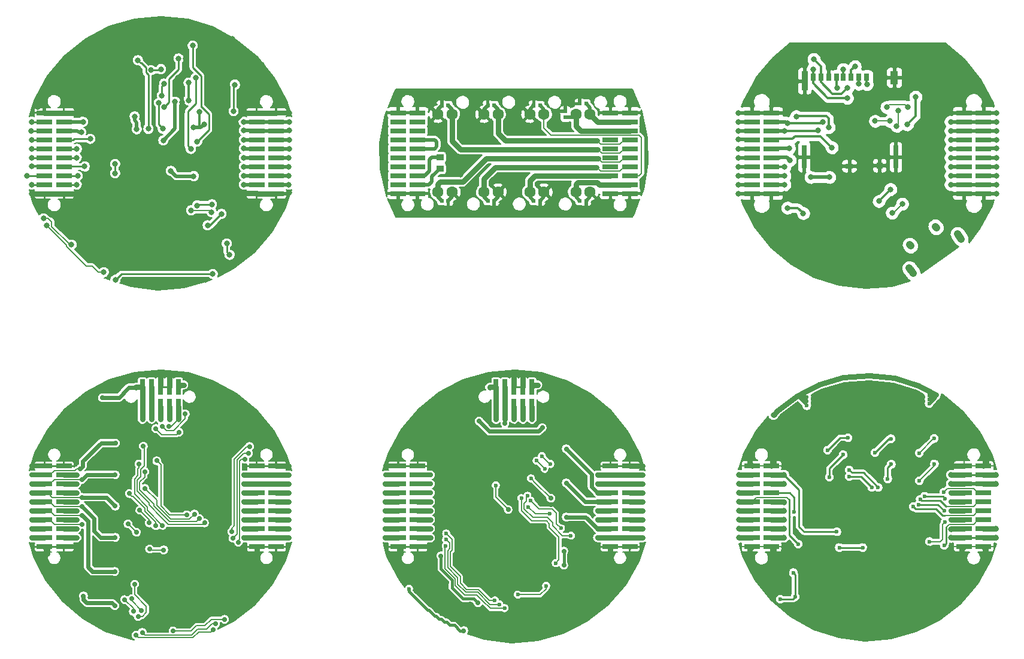
<source format=gbl>
G04 #@! TF.GenerationSoftware,KiCad,Pcbnew,no-vcs-found-d3b382c~59~ubuntu16.04.1*
G04 #@! TF.CreationDate,2017-07-31T19:30:18+01:00*
G04 #@! TF.ProjectId,r2_panel,72325F70616E656C2E6B696361645F70,1*
G04 #@! TF.SameCoordinates,Original
G04 #@! TF.FileFunction,Copper,L2,Bot,Signal*
G04 #@! TF.FilePolarity,Positive*
%FSLAX46Y46*%
G04 Gerber Fmt 4.6, Leading zero omitted, Abs format (unit mm)*
G04 Created by KiCad (PCBNEW no-vcs-found-d3b382c~59~ubuntu16.04.1) date Mon Jul 31 19:30:18 2017*
%MOMM*%
%LPD*%
G01*
G04 APERTURE LIST*
%ADD10R,2.220000X0.740000*%
%ADD11R,0.620000X0.620000*%
%ADD12R,1.000000X0.950000*%
%ADD13C,1.600000*%
%ADD14C,0.800000*%
%ADD15R,0.740000X2.220000*%
%ADD16C,0.300000*%
%ADD17R,0.700000X1.100000*%
%ADD18R,1.140000X1.830000*%
%ADD19R,0.860000X2.800000*%
%ADD20R,0.700000X3.330000*%
%ADD21R,0.900000X0.930000*%
%ADD22R,1.050000X0.780000*%
%ADD23C,1.000000*%
%ADD24C,1.000000*%
%ADD25C,0.700000*%
%ADD26C,0.600000*%
%ADD27C,0.740000*%
%ADD28C,0.500000*%
%ADD29C,0.700000*%
%ADD30C,0.280000*%
%ADD31C,0.200000*%
%ADD32C,0.350000*%
%ADD33C,0.740000*%
%ADD34C,0.400000*%
%ADD35C,0.600000*%
%ADD36C,0.160000*%
%ADD37C,0.300000*%
%ADD38C,0.254000*%
G04 APERTURE END LIST*
D10*
X58635000Y-69285000D03*
X61365000Y-69285000D03*
X58635000Y-70555000D03*
X61365000Y-70555000D03*
X58635000Y-71825000D03*
X61365000Y-71825000D03*
X58635000Y-73095000D03*
X61365000Y-73095000D03*
X58635000Y-74365000D03*
X61365000Y-74365000D03*
X58635000Y-75635000D03*
X61365000Y-75635000D03*
X58635000Y-76905000D03*
X61365000Y-76905000D03*
X58635000Y-78175000D03*
X61365000Y-78175000D03*
X58635000Y-79445000D03*
X61365000Y-79445000D03*
X58635000Y-80715000D03*
X61365000Y-80715000D03*
X88635000Y-69285000D03*
X91365000Y-69285000D03*
X88635000Y-70555000D03*
X91365000Y-70555000D03*
X88635000Y-71825000D03*
X91365000Y-71825000D03*
X88635000Y-73095000D03*
X91365000Y-73095000D03*
X88635000Y-74365000D03*
X91365000Y-74365000D03*
X88635000Y-75635000D03*
X91365000Y-75635000D03*
X88635000Y-76905000D03*
X91365000Y-76905000D03*
X88635000Y-78175000D03*
X91365000Y-78175000D03*
X88635000Y-79445000D03*
X91365000Y-79445000D03*
X88635000Y-80715000D03*
X91365000Y-80715000D03*
D11*
X132250000Y-69050000D03*
X132250000Y-69950000D03*
D12*
X114550000Y-75600000D03*
X114550000Y-77200000D03*
D11*
X135200000Y-68000000D03*
X134300000Y-68000000D03*
X127800000Y-68250000D03*
X128700000Y-68250000D03*
X134300000Y-81750000D03*
X135200000Y-81750000D03*
D13*
X133750000Y-80500000D03*
X135750000Y-80500000D03*
X127250000Y-69500000D03*
X129250000Y-69500000D03*
X135750000Y-69500000D03*
X133750000Y-69500000D03*
D11*
X127800000Y-81750000D03*
X128700000Y-81750000D03*
X122200000Y-81750000D03*
X121300000Y-81750000D03*
X114800000Y-81750000D03*
X115700000Y-81750000D03*
X114800000Y-68250000D03*
X115700000Y-68250000D03*
X122200000Y-68250000D03*
X121300000Y-68250000D03*
D13*
X127250000Y-80500000D03*
X129250000Y-80500000D03*
X122750000Y-80500000D03*
X120750000Y-80500000D03*
X114250000Y-80500000D03*
X116250000Y-80500000D03*
X114250000Y-69500000D03*
X116250000Y-69500000D03*
X122750000Y-69500000D03*
X120750000Y-69500000D03*
D10*
X141365000Y-80715000D03*
X138635000Y-80715000D03*
X141365000Y-79445000D03*
X138635000Y-79445000D03*
X141365000Y-78175000D03*
X138635000Y-78175000D03*
X141365000Y-76905000D03*
X138635000Y-76905000D03*
X141365000Y-75635000D03*
X138635000Y-75635000D03*
X141365000Y-74365000D03*
X138635000Y-74365000D03*
X141365000Y-73095000D03*
X138635000Y-73095000D03*
X141365000Y-71825000D03*
X138635000Y-71825000D03*
X141365000Y-70555000D03*
X138635000Y-70555000D03*
X141365000Y-69285000D03*
X138635000Y-69285000D03*
X108635000Y-69285000D03*
X111365000Y-69285000D03*
X108635000Y-70555000D03*
X111365000Y-70555000D03*
X108635000Y-71825000D03*
X111365000Y-71825000D03*
X108635000Y-73095000D03*
X111365000Y-73095000D03*
X108635000Y-74365000D03*
X111365000Y-74365000D03*
X108635000Y-75635000D03*
X111365000Y-75635000D03*
X108635000Y-76905000D03*
X111365000Y-76905000D03*
X108635000Y-78175000D03*
X111365000Y-78175000D03*
X108635000Y-79445000D03*
X111365000Y-79445000D03*
X108635000Y-80715000D03*
X111365000Y-80715000D03*
D14*
X74505000Y-134120000D03*
X74505000Y-135390000D03*
X74505000Y-136660000D03*
X74505000Y-137930000D03*
X74505000Y-139200000D03*
X74505000Y-140470000D03*
X75775000Y-134120000D03*
X75775000Y-135390000D03*
X75775000Y-136660000D03*
X75775000Y-137930000D03*
X75775000Y-139200000D03*
X75775000Y-140470000D03*
X77045000Y-134120000D03*
X77045000Y-135390000D03*
X77045000Y-136660000D03*
X77045000Y-137930000D03*
X77045000Y-139200000D03*
X77045000Y-140470000D03*
X78315000Y-134120000D03*
X78315000Y-135390000D03*
X78315000Y-136660000D03*
X78315000Y-137930000D03*
X78315000Y-139200000D03*
X78315000Y-140470000D03*
X79585000Y-134120000D03*
X79585000Y-135390000D03*
X79585000Y-136660000D03*
X79585000Y-137930000D03*
X79585000Y-139200000D03*
X79585000Y-140470000D03*
X80855000Y-134120000D03*
X80855000Y-135390000D03*
X80855000Y-136660000D03*
X80855000Y-137930000D03*
X80855000Y-139200000D03*
X80855000Y-140470000D03*
X76675000Y-117665000D03*
X76675000Y-118935000D03*
X76675000Y-120205000D03*
X76675000Y-121475000D03*
X76675000Y-122745000D03*
X76675000Y-124015000D03*
X77945000Y-117665000D03*
X77945000Y-118935000D03*
X77945000Y-120205000D03*
X77945000Y-121475000D03*
X77945000Y-122745000D03*
X77945000Y-124015000D03*
X79215000Y-117665000D03*
X79215000Y-118935000D03*
X79215000Y-120205000D03*
X79215000Y-121475000D03*
X79215000Y-122745000D03*
X79215000Y-124015000D03*
X80485000Y-117665000D03*
X80485000Y-118935000D03*
X80485000Y-120205000D03*
X80485000Y-121475000D03*
X80485000Y-122745000D03*
X80485000Y-124015000D03*
X81755000Y-117665000D03*
X81755000Y-118935000D03*
X81755000Y-120205000D03*
X81755000Y-121475000D03*
X81755000Y-122745000D03*
X81755000Y-124015000D03*
X83025000Y-117665000D03*
X83025000Y-118935000D03*
X83025000Y-120205000D03*
X83025000Y-121475000D03*
X83025000Y-122745000D03*
X83025000Y-124015000D03*
D10*
X88635000Y-119285000D03*
X91365000Y-119285000D03*
X88635000Y-120555000D03*
X91365000Y-120555000D03*
X88635000Y-121825000D03*
X91365000Y-121825000D03*
X88635000Y-123095000D03*
X91365000Y-123095000D03*
X88635000Y-124365000D03*
X91365000Y-124365000D03*
X88635000Y-125635000D03*
X91365000Y-125635000D03*
X88635000Y-126905000D03*
X91365000Y-126905000D03*
X88635000Y-128175000D03*
X91365000Y-128175000D03*
X88635000Y-129445000D03*
X91365000Y-129445000D03*
X88635000Y-130715000D03*
X91365000Y-130715000D03*
X58635000Y-119285000D03*
X61365000Y-119285000D03*
X58635000Y-120555000D03*
X61365000Y-120555000D03*
X58635000Y-121825000D03*
X61365000Y-121825000D03*
X58635000Y-123095000D03*
X61365000Y-123095000D03*
X58635000Y-124365000D03*
X61365000Y-124365000D03*
X58635000Y-125635000D03*
X61365000Y-125635000D03*
X58635000Y-126905000D03*
X61365000Y-126905000D03*
X58635000Y-128175000D03*
X61365000Y-128175000D03*
X58635000Y-129445000D03*
X61365000Y-129445000D03*
X58635000Y-130715000D03*
X61365000Y-130715000D03*
D15*
X72460000Y-110865000D03*
X72460000Y-108135000D03*
X73730000Y-110865000D03*
X73730000Y-108135000D03*
X75000000Y-110865000D03*
X75000000Y-108135000D03*
X76270000Y-110865000D03*
X76270000Y-108135000D03*
X77540000Y-110865000D03*
X77540000Y-108135000D03*
D16*
X66400000Y-112349999D03*
X67600000Y-112349999D03*
X66400000Y-111149999D03*
X67600000Y-111149999D03*
D17*
X174880000Y-64270000D03*
X173780000Y-64270000D03*
X172680000Y-64270000D03*
X171580000Y-64270000D03*
X170580000Y-64270000D03*
X169480000Y-64270000D03*
X168380000Y-64270000D03*
X167280000Y-64270000D03*
D18*
X178760000Y-64285000D03*
D19*
X166100000Y-64770000D03*
D20*
X166020000Y-75535000D03*
X178980000Y-75535000D03*
D21*
X176670000Y-76735000D03*
D22*
X172405000Y-76810000D03*
D23*
X184638484Y-85470884D03*
D24*
X184566163Y-85368930D02*
X184710805Y-85572838D01*
D23*
X181008917Y-88045518D03*
D24*
X180936596Y-87943564D02*
X181081238Y-88147472D01*
D23*
X187964677Y-86789572D03*
D24*
X187704321Y-86422537D02*
X188225033Y-87156607D01*
D23*
X181154141Y-91620628D03*
D24*
X180893785Y-91253593D02*
X181414497Y-91987663D01*
D10*
X188635000Y-69285000D03*
X191365000Y-69285000D03*
X188635000Y-70555000D03*
X191365000Y-70555000D03*
X188635000Y-71825000D03*
X191365000Y-71825000D03*
X188635000Y-73095000D03*
X191365000Y-73095000D03*
X188635000Y-74365000D03*
X191365000Y-74365000D03*
X188635000Y-75635000D03*
X191365000Y-75635000D03*
X188635000Y-76905000D03*
X191365000Y-76905000D03*
X188635000Y-78175000D03*
X191365000Y-78175000D03*
X188635000Y-79445000D03*
X191365000Y-79445000D03*
X188635000Y-80715000D03*
X191365000Y-80715000D03*
X158635000Y-69285000D03*
X161365000Y-69285000D03*
X158635000Y-70555000D03*
X161365000Y-70555000D03*
X158635000Y-71825000D03*
X161365000Y-71825000D03*
X158635000Y-73095000D03*
X161365000Y-73095000D03*
X158635000Y-74365000D03*
X161365000Y-74365000D03*
X158635000Y-75635000D03*
X161365000Y-75635000D03*
X158635000Y-76905000D03*
X161365000Y-76905000D03*
X158635000Y-78175000D03*
X161365000Y-78175000D03*
X158635000Y-79445000D03*
X161365000Y-79445000D03*
X158635000Y-80715000D03*
X161365000Y-80715000D03*
D16*
X167950000Y-109200000D03*
X167950000Y-110400000D03*
X169150000Y-109200000D03*
X169150000Y-110400000D03*
X180850000Y-109200000D03*
X180850000Y-110400000D03*
X182050000Y-109200000D03*
X182050000Y-110400000D03*
D10*
X191365000Y-130715000D03*
X188635000Y-130715000D03*
X191365000Y-129445000D03*
X188635000Y-129445000D03*
X191365000Y-128175000D03*
X188635000Y-128175000D03*
X191365000Y-126905000D03*
X188635000Y-126905000D03*
X191365000Y-125635000D03*
X188635000Y-125635000D03*
X191365000Y-124365000D03*
X188635000Y-124365000D03*
X191365000Y-123095000D03*
X188635000Y-123095000D03*
X191365000Y-121825000D03*
X188635000Y-121825000D03*
X191365000Y-120555000D03*
X188635000Y-120555000D03*
X191365000Y-119285000D03*
X188635000Y-119285000D03*
X158635000Y-119285000D03*
X161365000Y-119285000D03*
X158635000Y-120555000D03*
X161365000Y-120555000D03*
X158635000Y-121825000D03*
X161365000Y-121825000D03*
X158635000Y-123095000D03*
X161365000Y-123095000D03*
X158635000Y-124365000D03*
X161365000Y-124365000D03*
X158635000Y-125635000D03*
X161365000Y-125635000D03*
X158635000Y-126905000D03*
X161365000Y-126905000D03*
X158635000Y-128175000D03*
X161365000Y-128175000D03*
X158635000Y-129445000D03*
X161365000Y-129445000D03*
X158635000Y-130715000D03*
X161365000Y-130715000D03*
D14*
X126420000Y-134130000D03*
X126420000Y-132860000D03*
X126420000Y-131590000D03*
X126420000Y-130320000D03*
X126420000Y-129050000D03*
X126420000Y-127780000D03*
X125150000Y-134130000D03*
X125150000Y-132860000D03*
X125150000Y-131590000D03*
X125150000Y-130320000D03*
X125150000Y-129050000D03*
X125150000Y-127780000D03*
X123880000Y-134130000D03*
X123880000Y-132860000D03*
X123880000Y-131590000D03*
X123880000Y-130320000D03*
X123880000Y-129050000D03*
X123880000Y-127780000D03*
X122610000Y-134130000D03*
X122610000Y-132860000D03*
X122610000Y-131590000D03*
X122610000Y-130320000D03*
X122610000Y-129050000D03*
X122610000Y-127780000D03*
X121340000Y-134130000D03*
X121340000Y-132860000D03*
X121340000Y-131590000D03*
X121340000Y-130320000D03*
X121340000Y-129050000D03*
X121340000Y-127780000D03*
X120070000Y-134130000D03*
X120070000Y-132860000D03*
X120070000Y-131590000D03*
X120070000Y-130320000D03*
X120070000Y-129050000D03*
X120070000Y-127780000D03*
D10*
X138635000Y-119285000D03*
X141365000Y-119285000D03*
X138635000Y-120555000D03*
X141365000Y-120555000D03*
X138635000Y-121825000D03*
X141365000Y-121825000D03*
X138635000Y-123095000D03*
X141365000Y-123095000D03*
X138635000Y-124365000D03*
X141365000Y-124365000D03*
X138635000Y-125635000D03*
X141365000Y-125635000D03*
X138635000Y-126905000D03*
X141365000Y-126905000D03*
X138635000Y-128175000D03*
X141365000Y-128175000D03*
X138635000Y-129445000D03*
X141365000Y-129445000D03*
X138635000Y-130715000D03*
X141365000Y-130715000D03*
X108635000Y-119285000D03*
X111365000Y-119285000D03*
X108635000Y-120555000D03*
X111365000Y-120555000D03*
X108635000Y-121825000D03*
X111365000Y-121825000D03*
X108635000Y-123095000D03*
X111365000Y-123095000D03*
X108635000Y-124365000D03*
X111365000Y-124365000D03*
X108635000Y-125635000D03*
X111365000Y-125635000D03*
X108635000Y-126905000D03*
X111365000Y-126905000D03*
X108635000Y-128175000D03*
X111365000Y-128175000D03*
X108635000Y-129445000D03*
X111365000Y-129445000D03*
X108635000Y-130715000D03*
X111365000Y-130715000D03*
D15*
X122460000Y-110865000D03*
X122460000Y-108135000D03*
X123730000Y-110865000D03*
X123730000Y-108135000D03*
X125000000Y-110865000D03*
X125000000Y-108135000D03*
X126270000Y-110865000D03*
X126270000Y-108135000D03*
X127540000Y-110865000D03*
X127540000Y-108135000D03*
D16*
X120200000Y-117675000D03*
X120200000Y-116475000D03*
X119000000Y-117675000D03*
X119000000Y-116475000D03*
X114624307Y-136425693D03*
X113424307Y-136425693D03*
X114624307Y-137625693D03*
X113424307Y-137625693D03*
D14*
X68450000Y-91050000D03*
X89300000Y-62500000D03*
X64100000Y-68650000D03*
X68000000Y-62650000D03*
X66600000Y-62650000D03*
X69250000Y-62000000D03*
X65850000Y-61650000D03*
X61150000Y-64200000D03*
X63800000Y-64600000D03*
X63800000Y-63600000D03*
X62800000Y-62450000D03*
X63900000Y-61350000D03*
X64500000Y-60450000D03*
X65750000Y-59900000D03*
X65800000Y-68200000D03*
X63800000Y-67100000D03*
X62600000Y-65800000D03*
X66000000Y-65300000D03*
X69800000Y-69900000D03*
X70900000Y-68800000D03*
X76750000Y-60525000D03*
X77450000Y-64350000D03*
X67425000Y-80900000D03*
X68400000Y-87691998D03*
X93200000Y-69300000D03*
X93200000Y-80600000D03*
X87400000Y-89000000D03*
X81400000Y-92900000D03*
X81000000Y-58000000D03*
X78000000Y-58000000D03*
X75500000Y-57000000D03*
X75500000Y-59000000D03*
X73500000Y-60964989D03*
X73500000Y-59000000D03*
X73500000Y-57000000D03*
X70250000Y-57350000D03*
X57675000Y-68475000D03*
X87000000Y-86750000D03*
X69800000Y-81400000D03*
X82000000Y-80400000D03*
X87600000Y-83200000D03*
X64400000Y-82000000D03*
X88000000Y-67200000D03*
X84400000Y-70600000D03*
X82400000Y-66200000D03*
X82600000Y-68400000D03*
X84200000Y-68400000D03*
X84000000Y-60200000D03*
X88491821Y-64362202D03*
X85146231Y-58853769D03*
X86800000Y-60200000D03*
X71750000Y-57350000D03*
X68750000Y-57350000D03*
X67000000Y-58500000D03*
X74450000Y-82800000D03*
X78056697Y-67769982D03*
X84241360Y-66869795D03*
X78550000Y-61600000D03*
X77000000Y-93000000D03*
X75000000Y-93000000D03*
X73000000Y-93000000D03*
X73000000Y-91000000D03*
X75000000Y-91000000D03*
X77000000Y-91000000D03*
X77000000Y-89000000D03*
X75000000Y-89000000D03*
X73000000Y-89000000D03*
X73000000Y-87000000D03*
X75000000Y-87000000D03*
X77000000Y-87000000D03*
X77000000Y-85000000D03*
X75000000Y-85000000D03*
X73000000Y-85000000D03*
X58600000Y-67150000D03*
X61700000Y-67600000D03*
X60972381Y-84622381D03*
X66047937Y-85812383D03*
X64474560Y-85799119D03*
X75500000Y-79300000D03*
X92000000Y-67000000D03*
X72400000Y-77900000D03*
X62000000Y-82000000D03*
X58300000Y-82600000D03*
X90900000Y-84200000D03*
X81700000Y-88600000D03*
X71100000Y-64200000D03*
X71100000Y-65500000D03*
X72400000Y-64200000D03*
X72400000Y-65500000D03*
X86825000Y-69275000D03*
X86400000Y-80700000D03*
X63175000Y-69300000D03*
X56800000Y-80725000D03*
X63200000Y-80725000D03*
X76500000Y-77500000D03*
X80487205Y-69136688D03*
X83649759Y-83600000D03*
X81681770Y-85218230D03*
X81185010Y-70900000D03*
X79714990Y-71350000D03*
X79720019Y-78250000D03*
X71360000Y-69800000D03*
X71650000Y-71610011D03*
X78977680Y-67499068D03*
X78990000Y-65034134D03*
X56775000Y-71825000D03*
X68600000Y-76529989D03*
X68600000Y-77850000D03*
X64310000Y-76890000D03*
X84387024Y-87787024D03*
X84800000Y-89400000D03*
X75092918Y-63097736D03*
X73665653Y-63234347D03*
X64072776Y-70552224D03*
X63816399Y-72044061D03*
X65075000Y-72975000D03*
X63300000Y-78220000D03*
X63175000Y-79450000D03*
X56800000Y-70550000D03*
X56825000Y-73100000D03*
X56825000Y-74375000D03*
X63200000Y-74375000D03*
X56800000Y-75650000D03*
X63175000Y-75650000D03*
X56825000Y-76875000D03*
X56180000Y-78215008D03*
X56800000Y-79450000D03*
X86775000Y-70550000D03*
X93200000Y-70550000D03*
X93200000Y-71800000D03*
X86800000Y-71800000D03*
X86825000Y-73100000D03*
X93200000Y-73100000D03*
X86825000Y-74350000D03*
X93200000Y-74400000D03*
X86800000Y-75625000D03*
X93175000Y-75650000D03*
X86825000Y-76900000D03*
X93175000Y-76900000D03*
X86800000Y-78175000D03*
X93175000Y-78175000D03*
X86825000Y-79450000D03*
X93175000Y-79450000D03*
X82249748Y-83350252D03*
X79350000Y-83100000D03*
X82300000Y-82250000D03*
X80209009Y-82399489D03*
X62450000Y-87950000D03*
X58483299Y-84217635D03*
X67000000Y-91850000D03*
X58950000Y-85250000D03*
X85550000Y-65300000D03*
X85349990Y-69050000D03*
X75421453Y-73178547D03*
X77094960Y-67705570D03*
X68651851Y-92933332D03*
X82400000Y-92100000D03*
X80199235Y-73369551D03*
X79580212Y-59764825D03*
X77589997Y-61600000D03*
X75500000Y-68500000D03*
X79300000Y-74400000D03*
X80000000Y-64300000D03*
X75340014Y-71550011D03*
X74771112Y-67875239D03*
X75233109Y-66862611D03*
X75541482Y-65158518D03*
X71838961Y-61834655D03*
X73303467Y-71558536D03*
X111400000Y-66800000D03*
X108600000Y-66800000D03*
X111400000Y-83200000D03*
X108600000Y-83200000D03*
X138600000Y-83200000D03*
X141400000Y-83200000D03*
X141400000Y-66800000D03*
X138600000Y-66800000D03*
X130400000Y-71400000D03*
X132800000Y-71600000D03*
X128600000Y-72000000D03*
X119600000Y-78800000D03*
X132600000Y-79400000D03*
X126200000Y-78200000D03*
X132800000Y-67800000D03*
X124000000Y-72000000D03*
X117600000Y-73200000D03*
X122400000Y-73400000D03*
X117400000Y-78000000D03*
X119600000Y-75600000D03*
X108600000Y-68000000D03*
X111400000Y-68000000D03*
X111400000Y-82000000D03*
X108600000Y-82000000D03*
X141400000Y-82000000D03*
X138600000Y-82000000D03*
X141400000Y-68000000D03*
X138600000Y-68000000D03*
D25*
X62350000Y-134575000D03*
D26*
X82300000Y-111750000D03*
D25*
X70300000Y-137400000D03*
X70450000Y-141775000D03*
X70600000Y-130950000D03*
X70675000Y-126575000D03*
X70650000Y-122250000D03*
X70500000Y-117800000D03*
X85250000Y-116475000D03*
X65310000Y-109280000D03*
X69970000Y-110370000D03*
X69210000Y-107220000D03*
X83925000Y-134000000D03*
X88900000Y-118300000D03*
X91700000Y-131700000D03*
X59000000Y-131700000D03*
X88640000Y-131660000D03*
X93180000Y-119290000D03*
X61700000Y-118300000D03*
X63180000Y-130720000D03*
X56820000Y-119290000D03*
X75000000Y-106320000D03*
X76270000Y-106320000D03*
X66800000Y-109610000D03*
X71575000Y-108150000D03*
X72450000Y-112700000D03*
X63180000Y-120550000D03*
X68625000Y-120525000D03*
X63925000Y-121200000D03*
X56800000Y-121850000D03*
X63180000Y-121830000D03*
X68625000Y-124975000D03*
X63925000Y-123725000D03*
X56800000Y-123100000D03*
X68625000Y-129400000D03*
X63925000Y-125000000D03*
X56800000Y-124350000D03*
X63165000Y-124365000D03*
X68550000Y-134225000D03*
X63959990Y-126265010D03*
X56800000Y-125650000D03*
X63185000Y-125635000D03*
X63175000Y-128175000D03*
X56800000Y-129450000D03*
X63200000Y-129450000D03*
X63180000Y-123100000D03*
X73730000Y-112680000D03*
X73475000Y-131050000D03*
X75475000Y-131175000D03*
X74500000Y-118550000D03*
X74375000Y-114000000D03*
X77625000Y-114500000D03*
X78725000Y-126200000D03*
X84075000Y-141000000D03*
X76800000Y-142625000D03*
X86820000Y-120550000D03*
X93180000Y-120560000D03*
X86820000Y-121830000D03*
X93180000Y-121830000D03*
X86820000Y-123090000D03*
X93180000Y-123090000D03*
X93180000Y-124360000D03*
X93180000Y-125630000D03*
X86820000Y-126900000D03*
X93180000Y-126900000D03*
X86820000Y-128180000D03*
X93180000Y-128180000D03*
X86820000Y-129440000D03*
X93180000Y-129440000D03*
X86820000Y-124360000D03*
X86820000Y-125640000D03*
X68650000Y-116050000D03*
X63700000Y-119675000D03*
X56820000Y-120560000D03*
X63200000Y-126900000D03*
X86025000Y-130075000D03*
X86975000Y-118325000D03*
X76270000Y-112690000D03*
X85250000Y-129500000D03*
X87475000Y-117500000D03*
X76250000Y-113650000D03*
X77540000Y-112690000D03*
X87625000Y-116525000D03*
X85100000Y-128625000D03*
X75250000Y-113650000D03*
X78525000Y-111900000D03*
X78300000Y-107800000D03*
X81250000Y-127350000D03*
X72600000Y-116475000D03*
X75300000Y-127700000D03*
X71975000Y-119000000D03*
X70650000Y-123200000D03*
X74325000Y-127750000D03*
X71600000Y-128680021D03*
X70425000Y-127500000D03*
X80525000Y-126725000D03*
X72800000Y-120100000D03*
X72825000Y-122450000D03*
X79825000Y-126100000D03*
X73450000Y-127350000D03*
X72100000Y-125550000D03*
X75000000Y-112680000D03*
X71850000Y-140575000D03*
X71375000Y-136025000D03*
X72450000Y-142850000D03*
X71175000Y-139875000D03*
X69955901Y-138209099D03*
X82825000Y-141650000D03*
X82475648Y-142455025D03*
X71550000Y-143250000D03*
X72325000Y-139725000D03*
X70950000Y-138100000D03*
X64125000Y-137700000D03*
X68575000Y-139075000D03*
X63925000Y-127550000D03*
X56800000Y-126900000D03*
X56800000Y-128150000D03*
D14*
X163900000Y-69050000D03*
X185200000Y-81400000D03*
X185200000Y-80150000D03*
X182950000Y-84728000D03*
X181785789Y-85679551D03*
X184474000Y-69742000D03*
X184474000Y-68472000D03*
X183712000Y-66186000D03*
X193250000Y-69300000D03*
X186750000Y-69300000D03*
X186750000Y-80725000D03*
X156750000Y-69300000D03*
X156750000Y-80725000D03*
X170200000Y-80250000D03*
X163450000Y-87200000D03*
X183650000Y-72550000D03*
X184600000Y-76700000D03*
X178975000Y-66375000D03*
X169600000Y-61750000D03*
X173800000Y-85600000D03*
X176000000Y-87550000D03*
X170800000Y-88025000D03*
X163250000Y-80725000D03*
X171025000Y-92600000D03*
X193250000Y-80725000D03*
X178750000Y-92575000D03*
X170375000Y-68625000D03*
X164900000Y-69800000D03*
X169500000Y-71350000D03*
X176600000Y-81800000D03*
X171530000Y-63120000D03*
X178222120Y-80127880D03*
X169600002Y-78400000D03*
X166950000Y-78400000D03*
X156750000Y-70550000D03*
X165900000Y-83500000D03*
X163673840Y-82745825D03*
X163250000Y-76900000D03*
X180591600Y-70950002D03*
X181775000Y-67050000D03*
X179110000Y-71160000D03*
X179315689Y-68999495D03*
X168664103Y-70565398D03*
X163650000Y-70750000D03*
X168000000Y-71800000D03*
X163250000Y-71825000D03*
X169950000Y-74200000D03*
X163250000Y-78175000D03*
X163250000Y-79450000D03*
X163900000Y-74300000D03*
X186750000Y-70550000D03*
X193250000Y-70550000D03*
X186750000Y-71825000D03*
X193250000Y-71825000D03*
X186750000Y-79450000D03*
X193250000Y-79450000D03*
X180650000Y-68500000D03*
X177700000Y-68500000D03*
X176070000Y-70450000D03*
X178150000Y-70450000D03*
X179902000Y-82188000D03*
X178450002Y-83458000D03*
X172140000Y-65780000D03*
X167374998Y-61700000D03*
X172100000Y-67200000D03*
X167271864Y-63099888D03*
X174890000Y-65240000D03*
X173760000Y-65210000D03*
X170700000Y-65800000D03*
X173209180Y-62724925D03*
X156750000Y-71825000D03*
X156750000Y-73075000D03*
X156750000Y-74375000D03*
X156750000Y-75625000D03*
X164000000Y-76000000D03*
X156750000Y-76900000D03*
X156750000Y-78175000D03*
X156750000Y-79450000D03*
X186750000Y-73100000D03*
X193250000Y-73100000D03*
X186750000Y-74375000D03*
X193250000Y-74350000D03*
X186750000Y-75650000D03*
X193250000Y-75625000D03*
X186750000Y-76900000D03*
X193250000Y-76900000D03*
X186750000Y-78175000D03*
X193250000Y-78175000D03*
X188100000Y-113900000D03*
X185800000Y-111350000D03*
X161650000Y-115900000D03*
D26*
X180200000Y-114250000D03*
X180200000Y-118450000D03*
X174050000Y-118450000D03*
X174050000Y-114250000D03*
X169500000Y-114450000D03*
X170050000Y-117600000D03*
X183550000Y-130800000D03*
X183700000Y-126450000D03*
X179850000Y-127200000D03*
X180700000Y-131050000D03*
X174650000Y-137350000D03*
X177700000Y-136550000D03*
X177950000Y-138350000D03*
X168800000Y-126300000D03*
X174550000Y-142750000D03*
X168100000Y-112650000D03*
X165500000Y-111300000D03*
D14*
X177750000Y-112250000D03*
D26*
X181450000Y-112050000D03*
X160700000Y-135800000D03*
X163850000Y-135750000D03*
X163950000Y-139450000D03*
X189750000Y-135500000D03*
X187200000Y-138300000D03*
X183900000Y-140750000D03*
D14*
X191750000Y-118225000D03*
X186825000Y-119275000D03*
X191725000Y-131775000D03*
X188275000Y-131775000D03*
X161725000Y-118200000D03*
X158300000Y-118200000D03*
X161725000Y-131775000D03*
X158300000Y-131775000D03*
D26*
X169200000Y-135000000D03*
X169200000Y-136050000D03*
X172950000Y-141650000D03*
X167250000Y-140750000D03*
X160000000Y-134250000D03*
D14*
X156825000Y-120575000D03*
D26*
X170650000Y-128600000D03*
D14*
X163175000Y-120550000D03*
X156825000Y-121825000D03*
X163175000Y-121825000D03*
X156825000Y-123100000D03*
D26*
X174300000Y-130850000D03*
X171000000Y-130850000D03*
X165200000Y-130350000D03*
D14*
X156825000Y-124375000D03*
X163170000Y-124400000D03*
X156825000Y-125650000D03*
X163175000Y-125625000D03*
X156825000Y-126900000D03*
D26*
X164500000Y-134400000D03*
X164750000Y-137800000D03*
X162650000Y-138150000D03*
D14*
X163175000Y-126925000D03*
X156825000Y-128175000D03*
X163175000Y-128175000D03*
X156825000Y-129450000D03*
X163175000Y-129425000D03*
X186825000Y-129450000D03*
X193175000Y-129450000D03*
X193175000Y-128175000D03*
X186820000Y-128210000D03*
D27*
X186825000Y-126905000D03*
D26*
X176490000Y-122320000D03*
X182200000Y-124760000D03*
X185850000Y-125650000D03*
X172400000Y-119850000D03*
D27*
X186825000Y-125635000D03*
D26*
X183072451Y-123570010D03*
X185950000Y-123900000D03*
D27*
X186825000Y-124365000D03*
X186825000Y-123095000D03*
D26*
X184650000Y-109235771D03*
D14*
X161700000Y-112050000D03*
D26*
X166400000Y-110750000D03*
X166400000Y-110150000D03*
X166400000Y-109550000D03*
X183700000Y-110450000D03*
X183700000Y-109850000D03*
X183700000Y-109250000D03*
D14*
X193175000Y-121825000D03*
X186825000Y-121800000D03*
X193175000Y-120550000D03*
X186825000Y-120550000D03*
D26*
X164625000Y-125800000D03*
X185840000Y-130500000D03*
X175590000Y-122320000D03*
X181450000Y-125050000D03*
X172400000Y-120800000D03*
X182439253Y-124010018D03*
X185750000Y-123000000D03*
X184400000Y-115400000D03*
X182300000Y-117450000D03*
X172200000Y-115300000D03*
X169350000Y-117050000D03*
X178300000Y-115435000D03*
X176050000Y-117400000D03*
X185950000Y-127200000D03*
X183750000Y-130000000D03*
X169600000Y-120860001D03*
X171550000Y-117700000D03*
X178350000Y-119050000D03*
X177850000Y-121100000D03*
X184450000Y-119000000D03*
X182300000Y-121400000D03*
D25*
X137500000Y-133825000D03*
D26*
X117050000Y-133325000D03*
X138750000Y-115225000D03*
D25*
X124350000Y-115750000D03*
D26*
X117475000Y-141550000D03*
D25*
X118775000Y-138800000D03*
X115500000Y-135750000D03*
X129950000Y-129600000D03*
D26*
X118175000Y-118550000D03*
X123525000Y-118200000D03*
D25*
X130200000Y-124750000D03*
X130150000Y-119950000D03*
X130150000Y-115100000D03*
X118275000Y-114675000D03*
X111199307Y-137025693D03*
X112499307Y-135525693D03*
X138900000Y-118300000D03*
X141700000Y-131700000D03*
X109000000Y-131700000D03*
X138640000Y-131660000D03*
X143180000Y-119290000D03*
X111700000Y-118300000D03*
X113180000Y-130720000D03*
X106820000Y-119290000D03*
X125000000Y-106320000D03*
X126270000Y-106320000D03*
X114660010Y-132014990D03*
X119900000Y-138675000D03*
X121575000Y-108150000D03*
X122450000Y-112700000D03*
X113180000Y-120550000D03*
X106800000Y-121850000D03*
X113180000Y-121830000D03*
X106800000Y-123100000D03*
X106800000Y-124350000D03*
X113200000Y-124350000D03*
X106800000Y-125650000D03*
X113200000Y-125650000D03*
X106800000Y-126900000D03*
X106800000Y-128150000D03*
X113200000Y-128150000D03*
X106800000Y-129450000D03*
X113200000Y-129450000D03*
X113180000Y-123100000D03*
X123725000Y-113250000D03*
X123730000Y-112680000D03*
D26*
X129550000Y-136250000D03*
X125550000Y-137500000D03*
D25*
X136820000Y-120550000D03*
X143180000Y-120560000D03*
X136820000Y-121830000D03*
X143180000Y-121830000D03*
X132400000Y-116875000D03*
X136820000Y-123090000D03*
X143180000Y-123090000D03*
X143180000Y-124360000D03*
X143180000Y-125630000D03*
X136820000Y-126900000D03*
X143180000Y-126900000D03*
X132400000Y-126525000D03*
X136820000Y-128180000D03*
X143180000Y-128180000D03*
X136820000Y-129440000D03*
X143180000Y-129440000D03*
X132400000Y-121700000D03*
X136820000Y-124360000D03*
X136820000Y-125640000D03*
X106820000Y-120560000D03*
X117900000Y-142600000D03*
D26*
X110150000Y-136675000D03*
D25*
X132050000Y-133324264D03*
X132050000Y-131350000D03*
X113200000Y-126900000D03*
D26*
X115425000Y-128850000D03*
X122300000Y-138325000D03*
D25*
X126270000Y-112690000D03*
D26*
X115400000Y-129700000D03*
X122950000Y-138900000D03*
D25*
X127540000Y-112690000D03*
D26*
X115350000Y-130600000D03*
X123675000Y-139425000D03*
D25*
X128375000Y-107800000D03*
D26*
X130900000Y-133050000D03*
X126050000Y-123850000D03*
X126900000Y-123500000D03*
X133050000Y-129150000D03*
X127400000Y-121050000D03*
D25*
X130200000Y-123850000D03*
D26*
X128950000Y-117900000D03*
X130150000Y-119000000D03*
X127350000Y-124200000D03*
X131650000Y-128100000D03*
X127050000Y-125100000D03*
X130050000Y-126050000D03*
X128200000Y-118550000D03*
X129350000Y-119700000D03*
X122425000Y-122025000D03*
D25*
X129000000Y-113850000D03*
X120075000Y-112950000D03*
X124175000Y-125450000D03*
X125000000Y-112680000D03*
D28*
X77450000Y-65450000D02*
X78000000Y-66000000D01*
X77450000Y-64350000D02*
X77450000Y-65450000D01*
X78000000Y-66000000D02*
X78000000Y-67147600D01*
X78000000Y-67147600D02*
X78056697Y-67204297D01*
X78056697Y-67204297D02*
X78056697Y-67769982D01*
X58300000Y-82600000D02*
X59558994Y-83858994D01*
X59558994Y-83858994D02*
X60208994Y-83858994D01*
X60208994Y-83858994D02*
X60972381Y-84622381D01*
X63297822Y-84622381D02*
X64474560Y-85799119D01*
X60972381Y-84622381D02*
X63297822Y-84622381D01*
D29*
X93200000Y-69300000D02*
X91380000Y-69300000D01*
D28*
X91380000Y-69300000D02*
X91365000Y-69285000D01*
D30*
X80634315Y-93100000D02*
X80534315Y-93000000D01*
X80534315Y-93000000D02*
X77000000Y-93000000D01*
X81400000Y-92900000D02*
X80834315Y-92900000D01*
X80834315Y-92900000D02*
X80634315Y-93100000D01*
D31*
X75500000Y-57000000D02*
X77000000Y-57000000D01*
X77000000Y-57000000D02*
X78000000Y-58000000D01*
X73500000Y-59000000D02*
X73500000Y-60964989D01*
X71750000Y-57350000D02*
X73150000Y-57350000D01*
X73150000Y-57350000D02*
X73500000Y-57000000D01*
D28*
X74450000Y-82800000D02*
X74450000Y-81250000D01*
X74450000Y-81250000D02*
X75500000Y-80200000D01*
X75500000Y-80200000D02*
X75500000Y-79300000D01*
X92950000Y-80715000D02*
X91365000Y-80715000D01*
X57675000Y-68475000D02*
X57675000Y-68075000D01*
X57675000Y-68075000D02*
X58600000Y-67150000D01*
X79000000Y-59000000D02*
X77500000Y-59000000D01*
D30*
X80200000Y-58800000D02*
X81000000Y-58800000D01*
X81000000Y-58800000D02*
X81800000Y-58000000D01*
X80200000Y-58800000D02*
X79200000Y-58800000D01*
X79200000Y-58800000D02*
X79000000Y-59000000D01*
X85575000Y-88175000D02*
X87000000Y-86750000D01*
X72900000Y-90900000D02*
X73000000Y-91000000D01*
X78550000Y-61600000D02*
X78550000Y-59450000D01*
X78550000Y-59450000D02*
X79000000Y-59000000D01*
D28*
X64400000Y-82000000D02*
X65600000Y-82000000D01*
X65600000Y-82000000D02*
X66200000Y-81400000D01*
X78200000Y-68478970D02*
X78200000Y-69200000D01*
X78056697Y-67769982D02*
X78056697Y-68335667D01*
X78056697Y-68335667D02*
X78200000Y-68478970D01*
X86825000Y-69275000D02*
X86825000Y-68375000D01*
X86825000Y-68375000D02*
X88000000Y-67200000D01*
X86825000Y-69275000D02*
X85500000Y-70600000D01*
X85500000Y-70600000D02*
X84400000Y-70600000D01*
X80200000Y-57400000D02*
X80200000Y-58800000D01*
D32*
X84200000Y-68400000D02*
X82600000Y-68400000D01*
D28*
X86800000Y-60200000D02*
X86492462Y-60200000D01*
X86492462Y-60200000D02*
X85146231Y-58853769D01*
X71750000Y-57350000D02*
X73250000Y-57350000D01*
X69315685Y-57350000D02*
X70250000Y-57350000D01*
X68750000Y-57350000D02*
X69315685Y-57350000D01*
X73000000Y-93000000D02*
X75000000Y-93000000D01*
X75000000Y-91000000D02*
X73000000Y-91000000D01*
X77000000Y-89000000D02*
X77000000Y-91000000D01*
X73000000Y-89000000D02*
X75000000Y-89000000D01*
X75000000Y-87000000D02*
X73000000Y-87000000D01*
X77000000Y-85000000D02*
X77000000Y-87000000D01*
X73000000Y-85000000D02*
X75000000Y-85000000D01*
X58635000Y-69285000D02*
X58635000Y-67185000D01*
X58635000Y-67185000D02*
X58600000Y-67150000D01*
X60972381Y-84622381D02*
X60972381Y-84727619D01*
D32*
X66047937Y-85812383D02*
X64487824Y-85812383D01*
X64487824Y-85812383D02*
X64474560Y-85799119D01*
X64474560Y-85799119D02*
X64474560Y-87345499D01*
D30*
X61365000Y-80715000D02*
X61365000Y-81365000D01*
X61365000Y-81365000D02*
X62000000Y-82000000D01*
D33*
X86825000Y-69275000D02*
X88625000Y-69275000D01*
X88625000Y-69275000D02*
X88635000Y-69285000D01*
X91365000Y-80715000D02*
X88635000Y-80715000D01*
X86400000Y-80700000D02*
X88620000Y-80700000D01*
X88620000Y-80700000D02*
X88635000Y-80715000D01*
X88620000Y-69300000D02*
X88635000Y-69285000D01*
X91365000Y-69285000D02*
X88635000Y-69285000D01*
X63175000Y-69300000D02*
X61380000Y-69300000D01*
X61380000Y-69300000D02*
X61365000Y-69285000D01*
X58635000Y-69285000D02*
X61365000Y-69285000D01*
X58625000Y-69275000D02*
X58635000Y-69285000D01*
X56800000Y-80725000D02*
X58625000Y-80725000D01*
X58625000Y-80725000D02*
X58635000Y-80715000D01*
X61365000Y-80715000D02*
X58635000Y-80715000D01*
X63200000Y-80725000D02*
X61375000Y-80725000D01*
X61375000Y-80725000D02*
X61365000Y-80715000D01*
D28*
X61365000Y-80715000D02*
X63190000Y-80715000D01*
X63190000Y-80715000D02*
X63200000Y-80725000D01*
X58635000Y-80715000D02*
X63190000Y-80715000D01*
X56800000Y-80725000D02*
X61355000Y-80725000D01*
X61355000Y-80725000D02*
X61365000Y-80715000D01*
X58625000Y-80725000D02*
X58635000Y-80715000D01*
X61365000Y-80715000D02*
X61380000Y-80700000D01*
X79720019Y-78250000D02*
X77250000Y-78250000D01*
X77250000Y-78250000D02*
X76500000Y-77500000D01*
D32*
X80487205Y-69136688D02*
X80487205Y-71102195D01*
X80487205Y-71102195D02*
X80735010Y-71350000D01*
X81681770Y-85218230D02*
X82031529Y-85218230D01*
X82031529Y-85218230D02*
X83649759Y-83600000D01*
D28*
X79714990Y-71350000D02*
X80735010Y-71350000D01*
X80735010Y-71350000D02*
X81185010Y-70900000D01*
X71650000Y-71610011D02*
X71650000Y-70863222D01*
X71360000Y-69800000D02*
X71360000Y-70365685D01*
X71360000Y-70365685D02*
X71650000Y-70655685D01*
X71650000Y-70655685D02*
X71650000Y-70863222D01*
D32*
X78977680Y-67499068D02*
X78977680Y-65046454D01*
D31*
X78977680Y-65046454D02*
X78990000Y-65034134D01*
X79050000Y-65094134D02*
X78990000Y-65034134D01*
D30*
X58635000Y-71825000D02*
X56775000Y-71825000D01*
D31*
X59375000Y-71825000D02*
X58635000Y-71825000D01*
D30*
X68600000Y-77850000D02*
X68600000Y-76529989D01*
X68600000Y-76529989D02*
X68600000Y-76550000D01*
X64310000Y-76890000D02*
X64302686Y-76882686D01*
X64302686Y-76882686D02*
X61387314Y-76882686D01*
X61387314Y-76882686D02*
X61365000Y-76905000D01*
X84387024Y-87787024D02*
X84387024Y-88987024D01*
X84387024Y-88987024D02*
X84800000Y-89400000D01*
X73665653Y-63234347D02*
X74956307Y-63234347D01*
X74956307Y-63234347D02*
X75092918Y-63097736D01*
D28*
X64072776Y-70552224D02*
X61367776Y-70552224D01*
D31*
X61367776Y-70552224D02*
X61365000Y-70555000D01*
D28*
X63275000Y-71825000D02*
X61365000Y-71825000D01*
X63494061Y-72044061D02*
X63275000Y-71825000D01*
X63816399Y-72044061D02*
X63494061Y-72044061D01*
D30*
X61465000Y-71725000D02*
X61365000Y-71825000D01*
X62775000Y-72975000D02*
X62775000Y-73075000D01*
X62775000Y-73075000D02*
X62755000Y-73095000D01*
X62755000Y-73095000D02*
X61365000Y-73095000D01*
X65075000Y-72975000D02*
X62775000Y-72975000D01*
X63300000Y-78220000D02*
X61410000Y-78220000D01*
D31*
X61410000Y-78220000D02*
X61365000Y-78175000D01*
D30*
X63175000Y-79450000D02*
X61370000Y-79450000D01*
X61370000Y-79450000D02*
X61365000Y-79445000D01*
X58635000Y-70555000D02*
X56805000Y-70555000D01*
X56805000Y-70555000D02*
X56800000Y-70550000D01*
X56825000Y-73100000D02*
X58630000Y-73100000D01*
X58630000Y-73100000D02*
X58635000Y-73095000D01*
X56825000Y-74375000D02*
X58625000Y-74375000D01*
X58625000Y-74375000D02*
X58635000Y-74365000D01*
X63200000Y-74375000D02*
X61375000Y-74375000D01*
X61375000Y-74375000D02*
X61365000Y-74365000D01*
X58635000Y-75635000D02*
X56815000Y-75635000D01*
X56815000Y-75635000D02*
X56800000Y-75650000D01*
X61365000Y-75635000D02*
X63160000Y-75635000D01*
X63160000Y-75635000D02*
X63175000Y-75650000D01*
D32*
X56825000Y-76875000D02*
X58605000Y-76875000D01*
X58605000Y-76875000D02*
X58635000Y-76905000D01*
D30*
X56180000Y-78215008D02*
X58594992Y-78215008D01*
X58594992Y-78215008D02*
X58635000Y-78175000D01*
X56800000Y-79450000D02*
X58630000Y-79450000D01*
X58630000Y-79450000D02*
X58635000Y-79445000D01*
D28*
X86775000Y-70550000D02*
X88630000Y-70550000D01*
X88630000Y-70550000D02*
X88635000Y-70555000D01*
X91365000Y-70555000D02*
X93195000Y-70555000D01*
X93195000Y-70555000D02*
X93200000Y-70550000D01*
X88635000Y-70555000D02*
X91365000Y-70555000D01*
X91365000Y-71825000D02*
X93175000Y-71825000D01*
X93175000Y-71825000D02*
X93200000Y-71800000D01*
X86800000Y-71800000D02*
X88610000Y-71800000D01*
D30*
X88610000Y-71800000D02*
X88635000Y-71825000D01*
D28*
X88635000Y-71825000D02*
X91365000Y-71825000D01*
X86825000Y-73100000D02*
X88630000Y-73100000D01*
X88630000Y-73100000D02*
X88635000Y-73095000D01*
X91365000Y-73095000D02*
X93195000Y-73095000D01*
X93195000Y-73095000D02*
X93200000Y-73100000D01*
X88635000Y-74365000D02*
X86840000Y-74365000D01*
X86840000Y-74365000D02*
X86825000Y-74350000D01*
X91365000Y-74365000D02*
X93165000Y-74365000D01*
D30*
X93165000Y-74365000D02*
X93200000Y-74400000D01*
D28*
X91370000Y-74370000D02*
X91365000Y-74365000D01*
X86800000Y-75625000D02*
X88625000Y-75625000D01*
X88625000Y-75625000D02*
X88635000Y-75635000D01*
X91365000Y-75635000D02*
X93160000Y-75635000D01*
X93160000Y-75635000D02*
X93175000Y-75650000D01*
X86825000Y-76900000D02*
X88630000Y-76900000D01*
X88630000Y-76900000D02*
X88635000Y-76905000D01*
X91365000Y-76905000D02*
X93170000Y-76905000D01*
X93170000Y-76905000D02*
X93175000Y-76900000D01*
X86800000Y-78175000D02*
X88635000Y-78175000D01*
X91365000Y-78175000D02*
X93175000Y-78175000D01*
X88635000Y-79445000D02*
X86830000Y-79445000D01*
X86830000Y-79445000D02*
X86825000Y-79450000D01*
X91365000Y-79445000D02*
X93170000Y-79445000D01*
X93170000Y-79445000D02*
X93175000Y-79450000D01*
D31*
X79350000Y-83100000D02*
X81999496Y-83100000D01*
X81999496Y-83100000D02*
X82249748Y-83350252D01*
D30*
X82300000Y-82250000D02*
X80358498Y-82250000D01*
X80358498Y-82250000D02*
X80209009Y-82399489D01*
D31*
X58483299Y-84217635D02*
X59117635Y-84217635D01*
X59117635Y-84217635D02*
X59650000Y-84750000D01*
X59650000Y-84750000D02*
X59650000Y-85400000D01*
X59650000Y-85400000D02*
X62200000Y-87950000D01*
X62200000Y-87950000D02*
X62450000Y-87950000D01*
X58950000Y-85250000D02*
X61750000Y-88050000D01*
X66200000Y-91850000D02*
X67000000Y-91850000D01*
X61750000Y-88050000D02*
X61750000Y-88200000D01*
X61750000Y-88200000D02*
X64550000Y-91000000D01*
X64550000Y-91000000D02*
X65350000Y-91000000D01*
X65350000Y-91000000D02*
X66200000Y-91850000D01*
D30*
X85349990Y-69050000D02*
X85349990Y-65500010D01*
X85349990Y-65500010D02*
X85550000Y-65300000D01*
D28*
X75421453Y-73178547D02*
X77094960Y-71505040D01*
X77094960Y-71505040D02*
X77094960Y-67705570D01*
D30*
X82400000Y-92100000D02*
X69485183Y-92100000D01*
X69485183Y-92100000D02*
X68651851Y-92933332D01*
X81018259Y-68631740D02*
X81885011Y-69498492D01*
X81885011Y-69498492D02*
X81885011Y-71683775D01*
X81885011Y-71683775D02*
X80199235Y-73369551D01*
X80823206Y-68436687D02*
X81018259Y-68631740D01*
X79580212Y-59764825D02*
X79580212Y-62872256D01*
X79580212Y-62872256D02*
X80761166Y-64053210D01*
X80761166Y-64053210D02*
X80761166Y-68436687D01*
X80761166Y-68436687D02*
X80823206Y-68436687D01*
X75500000Y-68500000D02*
X76241483Y-67758517D01*
X76241483Y-67758517D02*
X76241483Y-64508517D01*
X76241483Y-64508517D02*
X77589997Y-63160003D01*
X77589997Y-63160003D02*
X77589997Y-61600000D01*
X78900000Y-74000000D02*
X79300000Y-74400000D01*
X78900000Y-73400000D02*
X78900000Y-74000000D01*
X80000000Y-64300000D02*
X80000000Y-68000000D01*
X80000000Y-68000000D02*
X78900000Y-69100000D01*
X78900000Y-69100000D02*
X78900000Y-73400000D01*
X75080014Y-71230025D02*
X74771112Y-70921123D01*
X75080014Y-71290011D02*
X75080014Y-71230025D01*
X75340014Y-71550011D02*
X75080014Y-71290011D01*
X74771112Y-70921123D02*
X74771112Y-67875239D01*
X75201519Y-66407748D02*
X75201519Y-65498481D01*
D31*
X75233109Y-66862611D02*
X75201519Y-66831021D01*
D30*
X75201519Y-66831021D02*
X75201519Y-66407748D01*
X75201519Y-65498481D02*
X75541482Y-65158518D01*
X71838961Y-61834655D02*
X72238960Y-62234654D01*
X72238960Y-62234654D02*
X72301960Y-62234654D01*
X72301960Y-62234654D02*
X72965652Y-62898346D01*
X72965652Y-62898346D02*
X72965652Y-63570348D01*
X72965652Y-63570348D02*
X73303467Y-63908163D01*
X73303467Y-63908163D02*
X73303467Y-71558536D01*
D28*
X127250000Y-69500000D02*
X127250000Y-68800000D01*
X127250000Y-68800000D02*
X127800000Y-68250000D01*
X120750000Y-69500000D02*
X120750000Y-68800000D01*
X120750000Y-68800000D02*
X121300000Y-68250000D01*
X114250000Y-69500000D02*
X114250000Y-68800000D01*
X114250000Y-68800000D02*
X114800000Y-68250000D01*
X116250000Y-80500000D02*
X116250000Y-81200000D01*
X116250000Y-81200000D02*
X115700000Y-81750000D01*
X122750000Y-80500000D02*
X122750000Y-81200000D01*
X122750000Y-81200000D02*
X122200000Y-81750000D01*
X129250000Y-80500000D02*
X129250000Y-81200000D01*
X129250000Y-81200000D02*
X128700000Y-81750000D01*
X135750000Y-80500000D02*
X135750000Y-81200000D01*
X135750000Y-81200000D02*
X135200000Y-81750000D01*
X111365000Y-74365000D02*
X113785000Y-74365000D01*
X113785000Y-74365000D02*
X114050000Y-74100000D01*
X114050000Y-74100000D02*
X114050000Y-73350000D01*
X114050000Y-73350000D02*
X113795000Y-73095000D01*
X113795000Y-73095000D02*
X111365000Y-73095000D01*
X113000000Y-75950000D02*
X113350000Y-75600000D01*
X113350000Y-75600000D02*
X114550000Y-75600000D01*
X113000000Y-77550000D02*
X113000000Y-75950000D01*
X112375000Y-78175000D02*
X113000000Y-77550000D01*
X111365000Y-78175000D02*
X112375000Y-78175000D01*
X114550000Y-77200000D02*
X114525000Y-77200000D01*
X114525000Y-77200000D02*
X113400000Y-78325000D01*
X113400000Y-78325000D02*
X113400000Y-79020000D01*
X113400000Y-79020000D02*
X112975000Y-79445000D01*
X112975000Y-79445000D02*
X111365000Y-79445000D01*
D33*
X133750000Y-80500000D02*
X133750000Y-79368630D01*
X133750000Y-79368630D02*
X134018630Y-79100000D01*
X134018630Y-79100000D02*
X136750000Y-79100000D01*
X136750000Y-79100000D02*
X137095000Y-79445000D01*
X137095000Y-79445000D02*
X138635000Y-79445000D01*
D28*
X133750000Y-80500000D02*
X133750000Y-81200000D01*
X133750000Y-81200000D02*
X134300000Y-81750000D01*
D33*
X141365000Y-79445000D02*
X138635000Y-79445000D01*
D31*
X130255010Y-72455010D02*
X129250000Y-71450000D01*
X129250000Y-71450000D02*
X129250000Y-69500000D01*
X143000000Y-77850000D02*
X143000000Y-72781998D01*
X143000000Y-72781998D02*
X142673012Y-72455010D01*
X142673012Y-72455010D02*
X130255010Y-72455010D01*
X141365000Y-78175000D02*
X142675000Y-78175000D01*
X142675000Y-78175000D02*
X143000000Y-77850000D01*
D28*
X129250000Y-69500000D02*
X129250000Y-68800000D01*
X129250000Y-68800000D02*
X128700000Y-68250000D01*
X127250000Y-80500000D02*
X127250000Y-81200000D01*
X127250000Y-81200000D02*
X127800000Y-81750000D01*
D33*
X127975000Y-78175000D02*
X127250000Y-78900000D01*
X127250000Y-78900000D02*
X127250000Y-80500000D01*
X138635000Y-78175000D02*
X127975000Y-78175000D01*
X136700000Y-77000000D02*
X122350000Y-77000000D01*
X122350000Y-77000000D02*
X120750000Y-78600000D01*
X120750000Y-78600000D02*
X120750000Y-80500000D01*
D31*
X137244990Y-77544990D02*
X136700000Y-77000000D01*
X141365000Y-76905000D02*
X140625000Y-76905000D01*
X140625000Y-76905000D02*
X139985010Y-77544990D01*
X139985010Y-77544990D02*
X137244990Y-77544990D01*
D28*
X120750000Y-80500000D02*
X120750000Y-81200000D01*
X120750000Y-81200000D02*
X121300000Y-81750000D01*
D33*
X114250000Y-80500000D02*
X114250000Y-79368630D01*
X114250000Y-79368630D02*
X114568630Y-79050000D01*
X114568630Y-79050000D02*
X117750000Y-79050000D01*
X117750000Y-79050000D02*
X121050000Y-75750000D01*
X121050000Y-75750000D02*
X132400000Y-75750000D01*
X132400000Y-75750000D02*
X136900000Y-75750000D01*
D31*
X137424999Y-76274999D02*
X136900000Y-75750000D01*
X141365000Y-75635000D02*
X140625000Y-75635000D01*
X140625000Y-75635000D02*
X139985001Y-76274999D01*
X139985001Y-76274999D02*
X137424999Y-76274999D01*
D28*
X114250000Y-80500000D02*
X114250000Y-81200000D01*
X114250000Y-81200000D02*
X114800000Y-81750000D01*
D33*
X136850000Y-74450000D02*
X117400000Y-74450000D01*
X117400000Y-74450000D02*
X116250000Y-73300000D01*
X116250000Y-73300000D02*
X116250000Y-69500000D01*
D31*
X137395001Y-74995001D02*
X136850000Y-74450000D01*
X141365000Y-74365000D02*
X140625000Y-74365000D01*
X140625000Y-74365000D02*
X139994999Y-74995001D01*
X139994999Y-74995001D02*
X137395001Y-74995001D01*
D28*
X116250000Y-69500000D02*
X116250000Y-68800000D01*
X116250000Y-68800000D02*
X115700000Y-68250000D01*
D33*
X136750000Y-73200000D02*
X123750000Y-73200000D01*
X123750000Y-73200000D02*
X122750000Y-72200000D01*
X122750000Y-72200000D02*
X122750000Y-69500000D01*
D31*
X137275001Y-73725001D02*
X136750000Y-73200000D01*
X141365000Y-73095000D02*
X140625000Y-73095000D01*
X140625000Y-73095000D02*
X139994999Y-73725001D01*
X139994999Y-73725001D02*
X137275001Y-73725001D01*
D28*
X122750000Y-69500000D02*
X122750000Y-68800000D01*
X122750000Y-68800000D02*
X122200000Y-68250000D01*
D33*
X134425000Y-71825000D02*
X133750000Y-71150000D01*
X133750000Y-71150000D02*
X133750000Y-69500000D01*
X138635000Y-71825000D02*
X134425000Y-71825000D01*
D28*
X132250000Y-69950000D02*
X133300000Y-69950000D01*
X133300000Y-69950000D02*
X133750000Y-69500000D01*
D33*
X141365000Y-71825000D02*
X138635000Y-71825000D01*
D28*
X135750000Y-69500000D02*
X135750000Y-68550000D01*
X135750000Y-68550000D02*
X135200000Y-68000000D01*
X136100000Y-69150000D02*
X135750000Y-69500000D01*
D33*
X138635000Y-70555000D02*
X136805000Y-70555000D01*
X136805000Y-70555000D02*
X135750000Y-69500000D01*
X141365000Y-70555000D02*
X138635000Y-70555000D01*
X59000000Y-131700000D02*
X59000000Y-131080000D01*
X59000000Y-131080000D02*
X58635000Y-130715000D01*
X88635000Y-130715000D02*
X88635000Y-131655000D01*
X88635000Y-131655000D02*
X88640000Y-131660000D01*
X91370000Y-130720000D02*
X91365000Y-130715000D01*
X91365000Y-119285000D02*
X93175000Y-119285000D01*
X93175000Y-119285000D02*
X93180000Y-119290000D01*
D29*
X63180000Y-130720000D02*
X61370000Y-130720000D01*
D34*
X61370000Y-130720000D02*
X61365000Y-130715000D01*
D29*
X58635000Y-119285000D02*
X56825000Y-119285000D01*
D34*
X56825000Y-119285000D02*
X56820000Y-119290000D01*
X58630000Y-130720000D02*
X58635000Y-130715000D01*
D33*
X75000000Y-108135000D02*
X75000000Y-106320000D01*
X76270000Y-106320000D02*
X76270000Y-108135000D01*
D35*
X66800000Y-109610000D02*
X69220000Y-109610000D01*
X69220000Y-109610000D02*
X69810000Y-109020000D01*
X69810000Y-109020000D02*
X69810000Y-108910000D01*
X69810000Y-108910000D02*
X70570000Y-108150000D01*
X70570000Y-108150000D02*
X71575000Y-108150000D01*
D33*
X72460000Y-108135000D02*
X71590000Y-108135000D01*
X71590000Y-108135000D02*
X71575000Y-108150000D01*
X72460000Y-110865000D02*
X72460000Y-112690000D01*
X72460000Y-112690000D02*
X72450000Y-112700000D01*
X72460000Y-108135000D02*
X72460000Y-110865000D01*
X61365000Y-120555000D02*
X63175000Y-120555000D01*
D34*
X63175000Y-120555000D02*
X63180000Y-120550000D01*
D35*
X63925000Y-121200000D02*
X64600000Y-120525000D01*
X64600000Y-120525000D02*
X68625000Y-120525000D01*
D31*
X58635000Y-121825000D02*
X59375000Y-121825000D01*
X59375000Y-121825000D02*
X60005001Y-121194999D01*
X60005001Y-121194999D02*
X63425025Y-121194999D01*
X63425025Y-121194999D02*
X63430026Y-121200000D01*
X63430026Y-121200000D02*
X63925000Y-121200000D01*
D33*
X58635000Y-121825000D02*
X56825000Y-121825000D01*
X56825000Y-121825000D02*
X56800000Y-121850000D01*
X63180000Y-121830000D02*
X61370000Y-121830000D01*
D34*
X61370000Y-121830000D02*
X61365000Y-121825000D01*
D35*
X63925000Y-123725000D02*
X67375000Y-123725000D01*
X67375000Y-123725000D02*
X68625000Y-124975000D01*
D31*
X63415001Y-123734999D02*
X63425000Y-123725000D01*
X63425000Y-123725000D02*
X63925000Y-123725000D01*
X59709999Y-123734999D02*
X63415001Y-123734999D01*
X59070000Y-123095000D02*
X59709999Y-123734999D01*
X58635000Y-123095000D02*
X59070000Y-123095000D01*
D33*
X56800000Y-123100000D02*
X58630000Y-123100000D01*
X58630000Y-123100000D02*
X58635000Y-123095000D01*
D35*
X65650000Y-128475000D02*
X66575000Y-129400000D01*
X66575000Y-129400000D02*
X68625000Y-129400000D01*
X65650000Y-126725000D02*
X65650000Y-128475000D01*
X63925000Y-125000000D02*
X65650000Y-126725000D01*
D31*
X58635000Y-124365000D02*
X59375000Y-124365000D01*
X59375000Y-124365000D02*
X60010000Y-125000000D01*
X60010000Y-125000000D02*
X63925000Y-125000000D01*
D33*
X58635000Y-124365000D02*
X56815000Y-124365000D01*
X56815000Y-124365000D02*
X56800000Y-124350000D01*
X61365000Y-124365000D02*
X63165000Y-124365000D01*
D35*
X64775000Y-133600000D02*
X65400000Y-134225000D01*
X65400000Y-134225000D02*
X68550000Y-134225000D01*
X63959990Y-126265010D02*
X64775000Y-127080020D01*
X64775000Y-127080020D02*
X64775000Y-133600000D01*
D31*
X63959990Y-126265010D02*
X60014972Y-126265010D01*
X60014972Y-126265010D02*
X60009991Y-126269991D01*
X58635000Y-125635000D02*
X59375000Y-125635000D01*
X59375000Y-125635000D02*
X60009991Y-126269991D01*
D33*
X58635000Y-125635000D02*
X56815000Y-125635000D01*
X56815000Y-125635000D02*
X56800000Y-125650000D01*
X61365000Y-125635000D02*
X63185000Y-125635000D01*
X61365000Y-128175000D02*
X63175000Y-128175000D01*
X58635000Y-129445000D02*
X56805000Y-129445000D01*
X56805000Y-129445000D02*
X56800000Y-129450000D01*
X61365000Y-129445000D02*
X63195000Y-129445000D01*
X63195000Y-129445000D02*
X63200000Y-129450000D01*
X61365000Y-123095000D02*
X63175000Y-123095000D01*
D34*
X63175000Y-123095000D02*
X63180000Y-123100000D01*
D33*
X73725000Y-108130000D02*
X73730000Y-108135000D01*
X73730000Y-110865000D02*
X73730000Y-108135000D01*
X73730000Y-112680000D02*
X73730000Y-110865000D01*
D31*
X76800000Y-142625000D02*
X79350000Y-142625000D01*
X79350000Y-142625000D02*
X80075000Y-141900000D01*
X80075000Y-141900000D02*
X81300000Y-141900000D01*
X81300000Y-141900000D02*
X82200000Y-141000000D01*
X82200000Y-141000000D02*
X84075000Y-141000000D01*
X75475000Y-131175000D02*
X73600000Y-131175000D01*
X73600000Y-131175000D02*
X73475000Y-131050000D01*
X75075000Y-124950000D02*
X76325000Y-126200000D01*
X76325000Y-126200000D02*
X78725000Y-126200000D01*
X75075000Y-119125000D02*
X75075000Y-124950000D01*
X74500000Y-118550000D02*
X75075000Y-119125000D01*
X77625000Y-114500000D02*
X77275001Y-114849999D01*
X77275001Y-114849999D02*
X75224999Y-114849999D01*
X75224999Y-114849999D02*
X74375000Y-114000000D01*
D33*
X86820000Y-120550000D02*
X88630000Y-120550000D01*
X88630000Y-120550000D02*
X88635000Y-120555000D01*
X91365000Y-120555000D02*
X88635000Y-120555000D01*
X93180000Y-120560000D02*
X91370000Y-120560000D01*
X91370000Y-120560000D02*
X91365000Y-120555000D01*
X88635000Y-121825000D02*
X86825000Y-121825000D01*
X86825000Y-121825000D02*
X86820000Y-121830000D01*
X88635000Y-121825000D02*
X91365000Y-121825000D01*
X91365000Y-121825000D02*
X93175000Y-121825000D01*
X93175000Y-121825000D02*
X93180000Y-121830000D01*
X86820000Y-123090000D02*
X88630000Y-123090000D01*
X93180000Y-123090000D02*
X91370000Y-123090000D01*
X91370000Y-123090000D02*
X91365000Y-123095000D01*
X91365000Y-124365000D02*
X93175000Y-124365000D01*
X93175000Y-124365000D02*
X93180000Y-124360000D01*
X93180000Y-125630000D02*
X91370000Y-125630000D01*
X91370000Y-125630000D02*
X91365000Y-125635000D01*
X86820000Y-126900000D02*
X88630000Y-126900000D01*
X91365000Y-126905000D02*
X93175000Y-126905000D01*
X93175000Y-126905000D02*
X93180000Y-126900000D01*
X86820000Y-128180000D02*
X88630000Y-128180000D01*
X88630000Y-128180000D02*
X88635000Y-128175000D01*
X93180000Y-128180000D02*
X91370000Y-128180000D01*
X91370000Y-128180000D02*
X91365000Y-128175000D01*
X86820000Y-129440000D02*
X88630000Y-129440000D01*
X88630000Y-129440000D02*
X88635000Y-129445000D01*
X91365000Y-129445000D02*
X88635000Y-129445000D01*
X91365000Y-129445000D02*
X93175000Y-129445000D01*
X93175000Y-129445000D02*
X93180000Y-129440000D01*
X86820000Y-124360000D02*
X88630000Y-124360000D01*
X86820000Y-125640000D02*
X88630000Y-125640000D01*
X88630000Y-125640000D02*
X88635000Y-125635000D01*
D35*
X64049999Y-118600001D02*
X66600000Y-116050000D01*
X66600000Y-116050000D02*
X68650000Y-116050000D01*
X63700000Y-119675000D02*
X64049999Y-119325001D01*
X64049999Y-119325001D02*
X64049999Y-118600001D01*
D31*
X58635000Y-120555000D02*
X59375000Y-120555000D01*
X59375000Y-120555000D02*
X60005010Y-119924990D01*
X60005010Y-119924990D02*
X62955036Y-119924990D01*
X62955036Y-119924990D02*
X63205026Y-119675000D01*
X63205026Y-119675000D02*
X63700000Y-119675000D01*
D29*
X56820000Y-120560000D02*
X58630000Y-120560000D01*
D34*
X58630000Y-120560000D02*
X58635000Y-120555000D01*
D33*
X61365000Y-126905000D02*
X63195000Y-126905000D01*
X63195000Y-126905000D02*
X63200000Y-126900000D01*
D31*
X86189991Y-118615035D02*
X86189991Y-129685009D01*
X86025000Y-130075000D02*
X86025000Y-129850000D01*
X86025000Y-129850000D02*
X86189991Y-129685009D01*
X86975000Y-118325000D02*
X86480026Y-118325000D01*
X86480026Y-118325000D02*
X86189991Y-118615035D01*
D33*
X76270000Y-112690000D02*
X76270000Y-110865000D01*
D31*
X85829981Y-128920019D02*
X85829981Y-118452217D01*
X85250000Y-129500000D02*
X85829981Y-128920019D01*
X86782198Y-117500000D02*
X87475000Y-117500000D01*
X85829981Y-118452217D02*
X86782198Y-117500000D01*
X76250000Y-113650000D02*
X76580000Y-113650000D01*
X76580000Y-113650000D02*
X77540000Y-112690000D01*
D33*
X77540000Y-110865000D02*
X77540000Y-112690000D01*
D31*
X85469971Y-118303096D02*
X85725000Y-118048068D01*
X87625000Y-116525000D02*
X87248067Y-116525000D01*
X87248067Y-116525000D02*
X85725000Y-118048067D01*
X85725000Y-118048067D02*
X85725000Y-118048068D01*
X85100000Y-128625000D02*
X85100000Y-128130026D01*
X85100000Y-128130026D02*
X85469971Y-127760055D01*
X85469971Y-127760055D02*
X85469971Y-118303096D01*
X76845968Y-114275000D02*
X75875000Y-114275000D01*
X75875000Y-114275000D02*
X75250000Y-113650000D01*
X78525000Y-111900000D02*
X78525000Y-112595968D01*
X78525000Y-112595968D02*
X76845968Y-114275000D01*
D33*
X78300000Y-107800000D02*
X77875000Y-107800000D01*
X77875000Y-107800000D02*
X77540000Y-108135000D01*
D36*
X77540000Y-108875000D02*
X77540000Y-108135000D01*
D31*
X76127629Y-127530021D02*
X81069979Y-127530021D01*
X81069979Y-127530021D02*
X81250000Y-127350000D01*
X72697198Y-119300000D02*
X72697198Y-116572198D01*
X72697198Y-116572198D02*
X72600000Y-116475000D01*
X71704989Y-121295011D02*
X72189999Y-120810001D01*
X72189999Y-120810001D02*
X72189999Y-119807199D01*
X72189999Y-119807199D02*
X72697198Y-119300000D01*
X73400000Y-124536932D02*
X71704989Y-122841922D01*
X71704989Y-122841922D02*
X71704989Y-121295011D01*
X75150000Y-126552391D02*
X73400000Y-124802391D01*
X73400000Y-124802391D02*
X73400000Y-124536932D01*
X76127629Y-127530021D02*
X75150000Y-126552391D01*
X73175000Y-125105026D02*
X73175000Y-125575000D01*
X73175000Y-125575000D02*
X75300000Y-127700000D01*
X73175000Y-125105026D02*
X71344979Y-123275005D01*
X71975000Y-119513068D02*
X71975000Y-119000000D01*
X71829989Y-119658079D02*
X71975000Y-119513068D01*
X71344979Y-123275005D02*
X71344979Y-121145891D01*
X71344979Y-121145891D02*
X71829989Y-120660881D01*
X71829989Y-120660881D02*
X71829989Y-119658079D01*
X70650000Y-123200000D02*
X70999999Y-123549999D01*
X70999999Y-123549999D02*
X71110843Y-123549999D01*
X71110843Y-123549999D02*
X72800000Y-125239156D01*
X72800000Y-125709130D02*
X72800000Y-125239156D01*
X74325000Y-127750000D02*
X74325000Y-127234130D01*
X74325000Y-127234130D02*
X72800000Y-125709130D01*
X70425000Y-127500000D02*
X70425000Y-127505021D01*
X70425000Y-127505021D02*
X71600000Y-128680021D01*
X76276750Y-127170011D02*
X80079989Y-127170011D01*
X80079989Y-127170011D02*
X80525000Y-126725000D01*
X72064999Y-121585001D02*
X72800000Y-120850000D01*
X72800000Y-120850000D02*
X72800000Y-120100000D01*
X74050000Y-124943261D02*
X74050000Y-124677802D01*
X74050000Y-124677802D02*
X72064999Y-122692801D01*
X72064999Y-122692801D02*
X72064999Y-121585001D01*
X76276750Y-127170011D02*
X74050000Y-124943261D01*
X74478066Y-124862196D02*
X76425871Y-126810001D01*
X74478066Y-124103066D02*
X74478066Y-124862196D01*
X74478066Y-124103066D02*
X72825000Y-122450000D01*
X76425871Y-126810001D02*
X79114999Y-126810001D01*
X79114999Y-126810001D02*
X79825000Y-126100000D01*
X72100000Y-125550000D02*
X73450000Y-126900000D01*
X73450000Y-126900000D02*
X73450000Y-127350000D01*
D33*
X75000000Y-110865000D02*
X75000000Y-112680000D01*
D31*
X73025000Y-140025000D02*
X72475000Y-140575000D01*
X72475000Y-140575000D02*
X71850000Y-140575000D01*
X73025000Y-139150000D02*
X73025000Y-140025000D01*
X71375000Y-137500000D02*
X73025000Y-139150000D01*
X71375000Y-136025000D02*
X71375000Y-137500000D01*
X81550000Y-142375000D02*
X82275000Y-141650000D01*
X82275000Y-141650000D02*
X82825000Y-141650000D01*
X80300000Y-142375000D02*
X81550000Y-142375000D01*
X79439999Y-143235001D02*
X80300000Y-142375000D01*
X72450000Y-142850000D02*
X72835001Y-143235001D01*
X72835001Y-143235001D02*
X79439999Y-143235001D01*
X69955901Y-138209099D02*
X71175000Y-139428198D01*
X71175000Y-139428198D02*
X71175000Y-139875000D01*
X71550000Y-143250000D02*
X71899999Y-143599999D01*
X71899999Y-143599999D02*
X77725001Y-143599999D01*
X77725001Y-143599999D02*
X77729990Y-143595010D01*
X79589120Y-143595010D02*
X80409130Y-142775000D01*
X79589120Y-143595010D02*
X77729990Y-143595010D01*
X80409130Y-142775000D02*
X82155673Y-142775000D01*
X82155673Y-142775000D02*
X82475648Y-142455025D01*
X72325000Y-139725000D02*
X70950000Y-138350000D01*
X70950000Y-138350000D02*
X70950000Y-138100000D01*
D35*
X65475000Y-138675000D02*
X68175000Y-138675000D01*
X64125000Y-137700000D02*
X64125000Y-138194974D01*
X64125000Y-138194974D02*
X64605026Y-138675000D01*
X64605026Y-138675000D02*
X65475000Y-138675000D01*
X68175000Y-138675000D02*
X68575000Y-139075000D01*
D31*
X58635000Y-126905000D02*
X59375000Y-126905000D01*
X59375000Y-126905000D02*
X60005010Y-127535010D01*
X60005010Y-127535010D02*
X63910010Y-127535010D01*
X63910010Y-127535010D02*
X63925000Y-127550000D01*
D33*
X58635000Y-126905000D02*
X56805000Y-126905000D01*
X56805000Y-126905000D02*
X56800000Y-126900000D01*
X58635000Y-128175000D02*
X56825000Y-128175000D01*
X56825000Y-128175000D02*
X56800000Y-128150000D01*
D28*
X163900000Y-69050000D02*
X163665000Y-69285000D01*
D37*
X164050000Y-69200000D02*
X163900000Y-69050000D01*
D28*
X163665000Y-69285000D02*
X161365000Y-69285000D01*
D31*
X182950000Y-84728000D02*
X182737340Y-84728000D01*
X182737340Y-84728000D02*
X181785789Y-85679551D01*
D28*
X183712000Y-66186000D02*
X183712000Y-67710000D01*
X183712000Y-67710000D02*
X184474000Y-68472000D01*
X191365000Y-69285000D02*
X193235000Y-69285000D01*
X188635000Y-69285000D02*
X191365000Y-69285000D01*
X186765000Y-69285000D02*
X186750000Y-69300000D01*
X188635000Y-69285000D02*
X186765000Y-69285000D01*
X193240000Y-80715000D02*
X193250000Y-80725000D01*
X191365000Y-80715000D02*
X193240000Y-80715000D01*
X156750000Y-80725000D02*
X158625000Y-80725000D01*
X163240000Y-80715000D02*
X163250000Y-80725000D01*
D37*
X163250000Y-81600000D02*
X163250000Y-80725000D01*
X163017590Y-81832410D02*
X163250000Y-81600000D01*
D28*
X162875000Y-69300000D02*
X162850000Y-69275000D01*
X193235000Y-69285000D02*
X193250000Y-69300000D01*
X162850000Y-69275000D02*
X161375000Y-69275000D01*
X158635000Y-69285000D02*
X156765000Y-69285000D01*
X188625000Y-80725000D02*
X188635000Y-80715000D01*
X158625000Y-80725000D02*
X158635000Y-80715000D01*
D31*
X183825000Y-66375000D02*
X186750000Y-69300000D01*
D28*
X186750000Y-80725000D02*
X188625000Y-80725000D01*
D31*
X169525000Y-63275000D02*
X169500000Y-63300000D01*
X169600000Y-63200000D02*
X169500000Y-63300000D01*
X169600000Y-61750000D02*
X169600000Y-63200000D01*
D28*
X161375000Y-69275000D02*
X161365000Y-69285000D01*
X161365000Y-80715000D02*
X163240000Y-80715000D01*
D37*
X170800000Y-88025000D02*
X171275000Y-87550000D01*
X171275000Y-87550000D02*
X176000000Y-87550000D01*
X171050000Y-92575000D02*
X171025000Y-92600000D01*
X178750000Y-92575000D02*
X171050000Y-92575000D01*
X186350001Y-81124999D02*
X186350001Y-81150001D01*
X186750000Y-80725000D02*
X186350001Y-81124999D01*
X186350001Y-81150001D02*
X188300000Y-83100000D01*
D28*
X156765000Y-69285000D02*
X156750000Y-69300000D01*
D37*
X169200000Y-69750000D02*
X164950000Y-69750000D01*
X164950000Y-69750000D02*
X164900000Y-69800000D01*
X169500000Y-70050000D02*
X169200000Y-69750000D01*
X169500000Y-71350000D02*
X169500000Y-70050000D01*
X178222120Y-80127880D02*
X178222120Y-80177880D01*
X178222120Y-80177880D02*
X176600000Y-81800000D01*
X171530000Y-63120000D02*
X171530000Y-64220000D01*
D28*
X166950000Y-78400000D02*
X169600002Y-78400000D01*
X156775000Y-70575000D02*
X156795000Y-70555000D01*
X156795000Y-70555000D02*
X158635000Y-70555000D01*
X156750000Y-70550000D02*
X156775000Y-70575000D01*
D37*
X165700000Y-83300000D02*
X165900000Y-83500000D01*
X163673840Y-82745825D02*
X165145825Y-82745825D01*
X165145825Y-82745825D02*
X165700000Y-83300000D01*
X163250000Y-76900000D02*
X161370000Y-76900000D01*
X161370000Y-76900000D02*
X161365000Y-76905000D01*
X181775000Y-67050000D02*
X181775000Y-69766602D01*
X181775000Y-69766602D02*
X180591600Y-70950002D01*
D31*
X179350000Y-69400000D02*
X179350000Y-70920000D01*
X179350000Y-70920000D02*
X179110000Y-71160000D01*
X179315689Y-68999495D02*
X179350000Y-69033806D01*
X179350000Y-69033806D02*
X179350000Y-69400000D01*
D37*
X167600000Y-70750000D02*
X168479501Y-70750000D01*
X168479501Y-70750000D02*
X168664103Y-70565398D01*
X167913816Y-70750000D02*
X167600000Y-70750000D01*
X163650000Y-70750000D02*
X167600000Y-70750000D01*
D28*
X161365000Y-70555000D02*
X163455000Y-70555000D01*
X163455000Y-70555000D02*
X163650000Y-70750000D01*
D37*
X167975000Y-71825000D02*
X163250000Y-71825000D01*
X168000000Y-71800000D02*
X167975000Y-71825000D01*
X163286668Y-71861668D02*
X163250000Y-71825000D01*
D28*
X162575000Y-71825000D02*
X161365000Y-71825000D01*
X163250000Y-71825000D02*
X162575000Y-71825000D01*
D37*
X169950000Y-74200000D02*
X168349999Y-72599999D01*
X168349999Y-72599999D02*
X164750001Y-72599999D01*
X164359975Y-72990025D02*
X161469975Y-72990025D01*
X164750001Y-72599999D02*
X164359975Y-72990025D01*
X161469975Y-72990025D02*
X161365000Y-73095000D01*
D28*
X161365000Y-78175000D02*
X163250000Y-78175000D01*
X163250000Y-79450000D02*
X161370000Y-79450000D01*
X161370000Y-79450000D02*
X161365000Y-79445000D01*
X163900000Y-74300000D02*
X161430000Y-74300000D01*
X161430000Y-74300000D02*
X161365000Y-74365000D01*
X191365000Y-70555000D02*
X193245000Y-70555000D01*
D37*
X193245000Y-70555000D02*
X193250000Y-70550000D01*
D28*
X188635000Y-70555000D02*
X191365000Y-70555000D01*
X186750000Y-70550000D02*
X188630000Y-70550000D01*
X188630000Y-70550000D02*
X188635000Y-70555000D01*
X188635000Y-71825000D02*
X191365000Y-71825000D01*
X188635000Y-71825000D02*
X186750000Y-71825000D01*
X193250000Y-71825000D02*
X191365000Y-71825000D01*
X188635000Y-79445000D02*
X191365000Y-79445000D01*
X188635000Y-79445000D02*
X186755000Y-79445000D01*
X186755000Y-79445000D02*
X186750000Y-79450000D01*
X193250000Y-79450000D02*
X191370000Y-79450000D01*
X191370000Y-79450000D02*
X191365000Y-79445000D01*
D31*
X180650000Y-68500000D02*
X180250001Y-68100001D01*
X180250001Y-68100001D02*
X178099999Y-68100001D01*
X178099999Y-68100001D02*
X177700000Y-68500000D01*
X177730001Y-68530001D02*
X177700000Y-68500000D01*
X176070000Y-70450000D02*
X178150000Y-70450000D01*
X178450002Y-83458000D02*
X178632000Y-83458000D01*
X178632000Y-83458000D02*
X179902000Y-82188000D01*
D37*
X168380000Y-64935059D02*
X170044941Y-66600000D01*
X170044941Y-66600000D02*
X171320000Y-66600000D01*
X171499989Y-66420011D02*
X172140000Y-65780000D01*
X171320000Y-66600000D02*
X171499989Y-66420011D01*
X167374998Y-61700000D02*
X168380000Y-62705002D01*
X168380000Y-62705002D02*
X168380000Y-64270000D01*
X168380000Y-64935059D02*
X168380000Y-64935062D01*
X168380000Y-64270000D02*
X168380000Y-64935059D01*
X168380000Y-63620000D02*
X168380000Y-64270000D01*
X172100000Y-67200000D02*
X169360000Y-67200000D01*
X169360000Y-67200000D02*
X167280000Y-65120000D01*
X167280000Y-65120000D02*
X167280000Y-64270000D01*
X167280000Y-64270000D02*
X167280000Y-63108024D01*
X167280000Y-63108024D02*
X167271864Y-63099888D01*
X174880000Y-64270000D02*
X174880000Y-65230000D01*
X174880000Y-65230000D02*
X174890000Y-65240000D01*
X173760000Y-65210000D02*
X173760000Y-64290000D01*
X173760000Y-64290000D02*
X173780000Y-64270000D01*
X170580000Y-64270000D02*
X170580000Y-65680000D01*
X170580000Y-65680000D02*
X170700000Y-65800000D01*
X173209180Y-62724925D02*
X172680000Y-63254105D01*
X172680000Y-63254105D02*
X172680000Y-64270000D01*
D28*
X158635000Y-71825000D02*
X156750000Y-71825000D01*
X156750000Y-73075000D02*
X158615000Y-73075000D01*
X158615000Y-73075000D02*
X158635000Y-73095000D01*
X158635000Y-74365000D02*
X156760000Y-74365000D01*
X156760000Y-74365000D02*
X156750000Y-74375000D01*
X156750000Y-75625000D02*
X158625000Y-75625000D01*
X158625000Y-75625000D02*
X158635000Y-75635000D01*
X162600001Y-75600001D02*
X162565002Y-75635000D01*
X162565002Y-75635000D02*
X161365000Y-75635000D01*
X164000000Y-76000000D02*
X163600001Y-75600001D01*
X163600001Y-75600001D02*
X162600001Y-75600001D01*
X158635000Y-76905000D02*
X156755000Y-76905000D01*
X156755000Y-76905000D02*
X156750000Y-76900000D01*
X156750000Y-78175000D02*
X158635000Y-78175000D01*
X158635000Y-79445000D02*
X156755000Y-79445000D01*
X156755000Y-79445000D02*
X156750000Y-79450000D01*
X186750000Y-73100000D02*
X188630000Y-73100000D01*
X188630000Y-73100000D02*
X188635000Y-73095000D01*
X191365000Y-73095000D02*
X193245000Y-73095000D01*
X193245000Y-73095000D02*
X193250000Y-73100000D01*
X188635000Y-74365000D02*
X186760000Y-74365000D01*
X186760000Y-74365000D02*
X186750000Y-74375000D01*
X193250000Y-74350000D02*
X191380000Y-74350000D01*
X191380000Y-74350000D02*
X191365000Y-74365000D01*
X186750000Y-75650000D02*
X188620000Y-75650000D01*
X188620000Y-75650000D02*
X188635000Y-75635000D01*
X191365000Y-75635000D02*
X193240000Y-75635000D01*
X193240000Y-75635000D02*
X193250000Y-75625000D01*
X188635000Y-76905000D02*
X186755000Y-76905000D01*
X186755000Y-76905000D02*
X186750000Y-76900000D01*
X193250000Y-76900000D02*
X191370000Y-76900000D01*
X191370000Y-76900000D02*
X191365000Y-76905000D01*
X186750000Y-78175000D02*
X188635000Y-78175000D01*
X191365000Y-78175000D02*
X193250000Y-78175000D01*
D33*
X191750000Y-118225000D02*
X191750000Y-118900000D01*
X191750000Y-118900000D02*
X191365000Y-119285000D01*
X191375000Y-119275000D02*
X191365000Y-119285000D01*
X186825000Y-119275000D02*
X188625000Y-119275000D01*
X188625000Y-119275000D02*
X188635000Y-119285000D01*
X191725000Y-131775000D02*
X191725000Y-131075000D01*
X191725000Y-131075000D02*
X191365000Y-130715000D01*
X188275000Y-131775000D02*
X188275000Y-131075000D01*
X188275000Y-131075000D02*
X188635000Y-130715000D01*
X161725000Y-118200000D02*
X161725000Y-118925000D01*
X161725000Y-118925000D02*
X161365000Y-119285000D01*
X158300000Y-118200000D02*
X158300000Y-118950000D01*
X158300000Y-118950000D02*
X158635000Y-119285000D01*
X161725000Y-131775000D02*
X161725000Y-131075000D01*
X161725000Y-131075000D02*
X161365000Y-130715000D01*
X158300000Y-131775000D02*
X158300000Y-131050000D01*
X158300000Y-131050000D02*
X158635000Y-130715000D01*
X156825000Y-120575000D02*
X158615000Y-120575000D01*
X158615000Y-120575000D02*
X158635000Y-120555000D01*
D30*
X170650000Y-128600000D02*
X166000000Y-128600000D01*
X165300000Y-127900000D02*
X166000000Y-128600000D01*
X165300000Y-122675000D02*
X165300000Y-127900000D01*
X165200000Y-122575000D02*
X165300000Y-122675000D01*
X165200000Y-122575000D02*
X163175000Y-120550000D01*
X163175000Y-120550000D02*
X163350000Y-120550000D01*
D33*
X163175000Y-120550000D02*
X161370000Y-120550000D01*
X161370000Y-120550000D02*
X161365000Y-120555000D01*
X156825000Y-121825000D02*
X158635000Y-121825000D01*
X163175000Y-121825000D02*
X161365000Y-121825000D01*
X156825000Y-123100000D02*
X158630000Y-123100000D01*
X158630000Y-123100000D02*
X158635000Y-123095000D01*
D30*
X171000000Y-130850000D02*
X174300000Y-130850000D01*
X163950000Y-124000000D02*
X163950000Y-126550000D01*
X163950000Y-126550000D02*
X163950000Y-129100000D01*
X164000000Y-126500000D02*
X163950000Y-126550000D01*
X163950000Y-129100000D02*
X165200000Y-130350000D01*
D31*
X163850000Y-124000000D02*
X163950000Y-124000000D01*
X163580000Y-123730000D02*
X163850000Y-124000000D01*
X159270000Y-123730000D02*
X163580000Y-123730000D01*
X158635000Y-124365000D02*
X159270000Y-123730000D01*
D33*
X156825000Y-124375000D02*
X158625000Y-124375000D01*
X158625000Y-124375000D02*
X158635000Y-124365000D01*
X161365000Y-124365000D02*
X163135000Y-124365000D01*
X163135000Y-124365000D02*
X163170000Y-124400000D01*
X156825000Y-125650000D02*
X158620000Y-125650000D01*
X158620000Y-125650000D02*
X158635000Y-125635000D01*
X163175000Y-125625000D02*
X161375000Y-125625000D01*
X161375000Y-125625000D02*
X161365000Y-125635000D01*
X156825000Y-126900000D02*
X158630000Y-126900000D01*
X158630000Y-126900000D02*
X158635000Y-126905000D01*
D30*
X164500000Y-134400000D02*
X164750000Y-134650000D01*
X164750000Y-134650000D02*
X164750000Y-137800000D01*
X162650000Y-138150000D02*
X164400000Y-138150000D01*
X164400000Y-138150000D02*
X164750000Y-137800000D01*
D33*
X163175000Y-126925000D02*
X161385000Y-126925000D01*
X161385000Y-126925000D02*
X161365000Y-126905000D01*
X156825000Y-128175000D02*
X158635000Y-128175000D01*
X163175000Y-128175000D02*
X161365000Y-128175000D01*
X156825000Y-129450000D02*
X158630000Y-129450000D01*
X158630000Y-129450000D02*
X158635000Y-129445000D01*
X163175000Y-129425000D02*
X161385000Y-129425000D01*
X161385000Y-129425000D02*
X161365000Y-129445000D01*
D30*
X188635000Y-129445000D02*
X191365000Y-129445000D01*
D33*
X186825000Y-129450000D02*
X188630000Y-129450000D01*
X188630000Y-129450000D02*
X188635000Y-129445000D01*
X193175000Y-129450000D02*
X191370000Y-129450000D01*
X191370000Y-129450000D02*
X191365000Y-129445000D01*
X193175000Y-128175000D02*
X191365000Y-128175000D01*
X188635000Y-128175000D02*
X186855000Y-128175000D01*
X186855000Y-128175000D02*
X186820000Y-128210000D01*
X188635000Y-126905000D02*
X186825000Y-126905000D01*
D30*
X176490000Y-122320000D02*
X174410000Y-120240000D01*
X174410000Y-120240000D02*
X172790000Y-120240000D01*
X172790000Y-120240000D02*
X172400000Y-119850000D01*
X185850000Y-125650000D02*
X184960000Y-124760000D01*
X184960000Y-124760000D02*
X182200000Y-124760000D01*
D33*
X188635000Y-125635000D02*
X186825000Y-125635000D01*
D30*
X185950000Y-123900000D02*
X185650001Y-123600001D01*
X185650001Y-123600001D02*
X183102442Y-123600001D01*
X183102442Y-123600001D02*
X183072451Y-123570010D01*
D33*
X188635000Y-124365000D02*
X186825000Y-124365000D01*
X188635000Y-123095000D02*
X186825000Y-123095000D01*
X162250000Y-111450000D02*
X161700000Y-112050000D01*
X164925000Y-109425000D02*
X162250000Y-111450000D01*
X165700000Y-109025578D02*
X164925000Y-109425000D01*
D30*
X166400000Y-109800000D02*
X165950000Y-109350000D01*
X166400000Y-110150000D02*
X166400000Y-109800000D01*
X166400000Y-110450000D02*
X165500000Y-109550000D01*
X166400000Y-110750000D02*
X166400000Y-110450000D01*
X166400000Y-110750000D02*
X165075000Y-109425000D01*
X165075000Y-109425000D02*
X164925000Y-109425000D01*
D33*
X165850000Y-108948270D02*
X165700000Y-109025578D01*
D30*
X166400000Y-110150000D02*
X165700000Y-109450000D01*
X165700000Y-109450000D02*
X165700000Y-109025578D01*
D33*
X168175000Y-107750000D02*
X165850000Y-108948270D01*
D30*
X166400000Y-109550000D02*
X166400000Y-109498270D01*
X166400000Y-109498270D02*
X165850000Y-108948270D01*
X183800000Y-110450000D02*
X184650000Y-109600000D01*
X184650000Y-109600000D02*
X184650000Y-109235771D01*
X183700000Y-110450000D02*
X183800000Y-110450000D01*
D33*
X184650000Y-109235771D02*
X184400000Y-109099232D01*
D30*
X183700000Y-110450000D02*
X183700000Y-110185771D01*
X183700000Y-110185771D02*
X184650000Y-109235771D01*
D33*
X184400000Y-109099232D02*
X183850000Y-108798847D01*
D30*
X183700000Y-109850000D02*
X183700000Y-109799232D01*
X183700000Y-109799232D02*
X184400000Y-109099232D01*
X183700000Y-109850000D02*
X183700000Y-109250000D01*
X183700000Y-109250000D02*
X183700000Y-108948847D01*
X183700000Y-108948847D02*
X183850000Y-108798847D01*
D33*
X183850000Y-108798847D02*
X182250000Y-107925000D01*
D30*
X183700000Y-109250000D02*
X183850000Y-109100000D01*
X183850000Y-109100000D02*
X183850000Y-108798847D01*
D33*
X171550000Y-106775000D02*
X168175000Y-107750000D01*
X175250000Y-106450000D02*
X171550000Y-106775000D01*
X178825000Y-106850000D02*
X175250000Y-106450000D01*
X182250000Y-107925000D02*
X178825000Y-106850000D01*
D28*
X188635000Y-121825000D02*
X191365000Y-121825000D01*
D33*
X193175000Y-121825000D02*
X191365000Y-121825000D01*
X186825000Y-121825000D02*
X188635000Y-121825000D01*
D30*
X188635000Y-120555000D02*
X191365000Y-120555000D01*
D33*
X193175000Y-120550000D02*
X191370000Y-120550000D01*
X191370000Y-120550000D02*
X191365000Y-120555000D01*
X186825000Y-120550000D02*
X188630000Y-120550000D01*
X188630000Y-120550000D02*
X188635000Y-120555000D01*
D30*
X163995000Y-123095000D02*
X164625000Y-123725000D01*
X164625000Y-123725000D02*
X164625000Y-125800000D01*
X161365000Y-123095000D02*
X163995000Y-123095000D01*
X164545000Y-125720000D02*
X164625000Y-125800000D01*
X186065576Y-127987622D02*
X186065576Y-130274424D01*
X186065576Y-130274424D02*
X185840000Y-130500000D01*
D31*
X186518197Y-127535001D02*
X186065576Y-127987622D01*
X186065576Y-127987622D02*
X186065576Y-128018774D01*
X189994999Y-127535001D02*
X186518197Y-127535001D01*
X190625000Y-126905000D02*
X189994999Y-127535001D01*
X191365000Y-126905000D02*
X190625000Y-126905000D01*
D30*
X175590000Y-122320000D02*
X174070000Y-120800000D01*
X174070000Y-120800000D02*
X172400000Y-120800000D01*
X184700000Y-125400000D02*
X185565001Y-126265001D01*
X185565001Y-126265001D02*
X185965001Y-126265001D01*
X181800000Y-125400000D02*
X184700000Y-125400000D01*
X181450000Y-125050000D02*
X181800000Y-125400000D01*
D31*
X190625000Y-125635000D02*
X189994999Y-126265001D01*
X189994999Y-126265001D02*
X185965001Y-126265001D01*
X191365000Y-125635000D02*
X190625000Y-125635000D01*
D30*
X182439253Y-124010018D02*
X182599246Y-124170011D01*
X182599246Y-124170011D02*
X185270011Y-124170011D01*
X185270011Y-124170011D02*
X186100000Y-125000000D01*
D31*
X189990000Y-125000000D02*
X186100000Y-125000000D01*
X190625000Y-124365000D02*
X189990000Y-125000000D01*
X191365000Y-124365000D02*
X190625000Y-124365000D01*
X191365000Y-123095000D02*
X190625000Y-123095000D01*
X190625000Y-123095000D02*
X189994999Y-122464999D01*
X189994999Y-122464999D02*
X186285001Y-122464999D01*
X186285001Y-122464999D02*
X185750000Y-123000000D01*
X182300000Y-117450000D02*
X184350000Y-115400000D01*
X184350000Y-115400000D02*
X184400000Y-115400000D01*
D30*
X169350000Y-117050000D02*
X171100000Y-115300000D01*
X171100000Y-115300000D02*
X172200000Y-115300000D01*
X176050000Y-117400000D02*
X178015000Y-115435000D01*
X178015000Y-115435000D02*
X178300000Y-115435000D01*
D31*
X185600000Y-129700000D02*
X185600000Y-127550000D01*
X185600000Y-127550000D02*
X185950000Y-127200000D01*
X185300000Y-130000000D02*
X185600000Y-129700000D01*
X183750000Y-130000000D02*
X185300000Y-130000000D01*
D30*
X171550000Y-117700000D02*
X169600000Y-119650000D01*
X169600000Y-119650000D02*
X169600000Y-120860001D01*
X177850000Y-121100000D02*
X177850000Y-119550000D01*
X177850000Y-119550000D02*
X178350000Y-119050000D01*
D31*
X182300000Y-121400000D02*
X184450000Y-119250000D01*
X184450000Y-119250000D02*
X184450000Y-119000000D01*
D33*
X109000000Y-131700000D02*
X109000000Y-131080000D01*
X109000000Y-131080000D02*
X108635000Y-130715000D01*
X138635000Y-130715000D02*
X138635000Y-131655000D01*
X138635000Y-131655000D02*
X138640000Y-131660000D01*
X141370000Y-130720000D02*
X141365000Y-130715000D01*
X141365000Y-119285000D02*
X143175000Y-119285000D01*
X143175000Y-119285000D02*
X143180000Y-119290000D01*
D29*
X113180000Y-130720000D02*
X111370000Y-130720000D01*
D34*
X111370000Y-130720000D02*
X111365000Y-130715000D01*
D29*
X108635000Y-119285000D02*
X106825000Y-119285000D01*
D34*
X106825000Y-119285000D02*
X106820000Y-119290000D01*
X108630000Y-130720000D02*
X108635000Y-130715000D01*
D33*
X125000000Y-108135000D02*
X125000000Y-106320000D01*
X126270000Y-106320000D02*
X126270000Y-108135000D01*
D34*
X119900000Y-138675000D02*
X119314999Y-138089999D01*
X114660010Y-133859208D02*
X114660010Y-132014990D01*
X119314999Y-138089999D02*
X117789999Y-138089999D01*
X117789999Y-138089999D02*
X116225000Y-136525000D01*
X116225000Y-136525000D02*
X116225000Y-135424198D01*
X116225000Y-135424198D02*
X114660010Y-133859208D01*
D33*
X122460000Y-108135000D02*
X121590000Y-108135000D01*
X121590000Y-108135000D02*
X121575000Y-108150000D01*
X122460000Y-110865000D02*
X122460000Y-112690000D01*
X122460000Y-112690000D02*
X122450000Y-112700000D01*
X122460000Y-108135000D02*
X122460000Y-110865000D01*
D29*
X111365000Y-120555000D02*
X113175000Y-120555000D01*
D34*
X113175000Y-120555000D02*
X113180000Y-120550000D01*
D33*
X108635000Y-121825000D02*
X106825000Y-121825000D01*
X106825000Y-121825000D02*
X106800000Y-121850000D01*
D29*
X113180000Y-121830000D02*
X111370000Y-121830000D01*
D34*
X111370000Y-121830000D02*
X111365000Y-121825000D01*
D33*
X106800000Y-123100000D02*
X108630000Y-123100000D01*
X108630000Y-123100000D02*
X108635000Y-123095000D01*
X108635000Y-124365000D02*
X106815000Y-124365000D01*
X106815000Y-124365000D02*
X106800000Y-124350000D01*
X111365000Y-124365000D02*
X113185000Y-124365000D01*
X113185000Y-124365000D02*
X113200000Y-124350000D01*
X108635000Y-125635000D02*
X106815000Y-125635000D01*
X106815000Y-125635000D02*
X106800000Y-125650000D01*
X111365000Y-125635000D02*
X113185000Y-125635000D01*
X113185000Y-125635000D02*
X113200000Y-125650000D01*
X108635000Y-126905000D02*
X106805000Y-126905000D01*
X106805000Y-126905000D02*
X106800000Y-126900000D01*
X108635000Y-128175000D02*
X106825000Y-128175000D01*
X106825000Y-128175000D02*
X106800000Y-128150000D01*
X111365000Y-128175000D02*
X113175000Y-128175000D01*
X113175000Y-128175000D02*
X113200000Y-128150000D01*
X108635000Y-129445000D02*
X106805000Y-129445000D01*
X106805000Y-129445000D02*
X106800000Y-129450000D01*
X111365000Y-129445000D02*
X113195000Y-129445000D01*
X113195000Y-129445000D02*
X113200000Y-129450000D01*
D29*
X111365000Y-123095000D02*
X113175000Y-123095000D01*
D34*
X113175000Y-123095000D02*
X113180000Y-123100000D01*
D33*
X123725000Y-108130000D02*
X123730000Y-108135000D01*
X123730000Y-110865000D02*
X123730000Y-108135000D01*
X123730000Y-112680000D02*
X123730000Y-110865000D01*
D31*
X129550000Y-136250000D02*
X129550000Y-136674264D01*
X129550000Y-136674264D02*
X128724264Y-137500000D01*
X128724264Y-137500000D02*
X127650000Y-137500000D01*
X125550000Y-137500000D02*
X127650000Y-137500000D01*
D33*
X136820000Y-120550000D02*
X138630000Y-120550000D01*
X138630000Y-120550000D02*
X138635000Y-120555000D01*
X141365000Y-120555000D02*
X138635000Y-120555000D01*
X143180000Y-120560000D02*
X141370000Y-120560000D01*
X141370000Y-120560000D02*
X141365000Y-120555000D01*
X138635000Y-121825000D02*
X136825000Y-121825000D01*
X136825000Y-121825000D02*
X136820000Y-121830000D01*
X138635000Y-121825000D02*
X141365000Y-121825000D01*
X141365000Y-121825000D02*
X143175000Y-121825000D01*
X143175000Y-121825000D02*
X143180000Y-121830000D01*
D35*
X132400000Y-116875000D02*
X135989991Y-120464991D01*
X135989991Y-120464991D02*
X135989991Y-122259991D01*
X135989991Y-122259991D02*
X136470001Y-122740001D01*
X136470001Y-122740001D02*
X136820000Y-123090000D01*
D33*
X136820000Y-123090000D02*
X138630000Y-123090000D01*
X143180000Y-123090000D02*
X141370000Y-123090000D01*
X141370000Y-123090000D02*
X141365000Y-123095000D01*
X141365000Y-124365000D02*
X143175000Y-124365000D01*
X143175000Y-124365000D02*
X143180000Y-124360000D01*
X143180000Y-125630000D02*
X141370000Y-125630000D01*
X141370000Y-125630000D02*
X141365000Y-125635000D01*
X136820000Y-126900000D02*
X138630000Y-126900000D01*
X141365000Y-126905000D02*
X143175000Y-126905000D01*
X143175000Y-126905000D02*
X143180000Y-126900000D01*
D35*
X132400000Y-126525000D02*
X135165000Y-126525000D01*
X135165000Y-126525000D02*
X136820000Y-128180000D01*
D33*
X136820000Y-128180000D02*
X138630000Y-128180000D01*
X138630000Y-128180000D02*
X138635000Y-128175000D01*
X143180000Y-128180000D02*
X141370000Y-128180000D01*
X141370000Y-128180000D02*
X141365000Y-128175000D01*
X136820000Y-129440000D02*
X138630000Y-129440000D01*
X138630000Y-129440000D02*
X138635000Y-129445000D01*
X141365000Y-129445000D02*
X138635000Y-129445000D01*
X141365000Y-129445000D02*
X143175000Y-129445000D01*
X143175000Y-129445000D02*
X143180000Y-129440000D01*
D35*
X136820000Y-124360000D02*
X135060000Y-124360000D01*
X135060000Y-124360000D02*
X132400000Y-121700000D01*
D33*
X136820000Y-124360000D02*
X138630000Y-124360000D01*
X136820000Y-125640000D02*
X138630000Y-125640000D01*
X138630000Y-125640000D02*
X138635000Y-125635000D01*
D29*
X106820000Y-120560000D02*
X108630000Y-120560000D01*
D34*
X108630000Y-120560000D02*
X108635000Y-120555000D01*
X116575001Y-141825001D02*
X117350000Y-142600000D01*
X117350000Y-142600000D02*
X117900000Y-142600000D01*
X110150000Y-136675000D02*
X110150000Y-137050000D01*
X114425000Y-140975000D02*
X114750000Y-140975000D01*
X115950001Y-141825001D02*
X116575001Y-141825001D01*
X110150000Y-137050000D02*
X112775000Y-139675000D01*
X113775000Y-140525000D02*
X113975000Y-140525000D01*
X112775000Y-139675000D02*
X112925000Y-139675000D01*
X112925000Y-139675000D02*
X113775000Y-140525000D01*
X114750000Y-140975000D02*
X115125000Y-141350000D01*
X113975000Y-140525000D02*
X114425000Y-140975000D01*
X115125000Y-141350000D02*
X115475000Y-141350000D01*
X115475000Y-141350000D02*
X115950001Y-141825001D01*
X132050000Y-132900000D02*
X132050000Y-133324264D01*
X132050000Y-131350000D02*
X132050000Y-132900000D01*
D33*
X111365000Y-126905000D02*
X113195000Y-126905000D01*
X113195000Y-126905000D02*
X113200000Y-126900000D01*
D31*
X115990031Y-131484969D02*
X116270011Y-131204989D01*
X116270011Y-131204989D02*
X116270011Y-129695011D01*
X116270011Y-129695011D02*
X115425000Y-128850000D01*
X115990031Y-133520415D02*
X115990031Y-131925000D01*
X115990031Y-131925000D02*
X115990031Y-131484969D01*
X122300000Y-138325000D02*
X121543260Y-138325000D01*
X121543260Y-138325000D02*
X120023242Y-136804980D01*
X120023242Y-136804980D02*
X118323240Y-136804980D01*
X118323240Y-136804980D02*
X117405028Y-135886768D01*
X117405028Y-135886768D02*
X117405028Y-134935413D01*
X117405028Y-134935413D02*
X115990031Y-133520415D01*
D33*
X126270000Y-112690000D02*
X126270000Y-110865000D01*
D31*
X115630021Y-131255868D02*
X115910001Y-130975888D01*
X115910001Y-130975888D02*
X115910001Y-130210001D01*
X115910001Y-130210001D02*
X115400000Y-129700000D01*
X122950000Y-138900000D02*
X121609131Y-138900000D01*
X121609131Y-138900000D02*
X119874121Y-137164990D01*
X117045018Y-135084534D02*
X115630021Y-133669535D01*
X115630021Y-133669535D02*
X115630021Y-131255868D01*
X119874121Y-137164990D02*
X118174120Y-137164990D01*
X118174120Y-137164990D02*
X117045018Y-136035888D01*
X117045018Y-136035888D02*
X117045018Y-135084534D01*
D33*
X127540000Y-110865000D02*
X127540000Y-112690000D01*
D31*
X115270011Y-131404989D02*
X115270011Y-130679989D01*
X115270011Y-130679989D02*
X115350000Y-130600000D01*
X120600000Y-138400000D02*
X121660001Y-139460001D01*
X121660001Y-139460001D02*
X123639999Y-139460001D01*
X123639999Y-139460001D02*
X123675000Y-139425000D01*
X120600000Y-138400000D02*
X119725000Y-137525000D01*
X119725000Y-137525000D02*
X118025000Y-137525000D01*
X118025000Y-137525000D02*
X116685010Y-136185010D01*
X115270011Y-133400000D02*
X115270011Y-131404989D01*
X116685010Y-136185010D02*
X116685009Y-135233655D01*
X116685009Y-135233655D02*
X115270011Y-133818656D01*
X115270011Y-133818656D02*
X115270011Y-133400000D01*
D33*
X128375000Y-107800000D02*
X127875000Y-107800000D01*
X127875000Y-107800000D02*
X127540000Y-108135000D01*
D36*
X127540000Y-108875000D02*
X127540000Y-108135000D01*
D31*
X126050000Y-123850000D02*
X126050000Y-125600000D01*
X126050000Y-125600000D02*
X127500000Y-127050000D01*
X130000000Y-128000000D02*
X131350000Y-129350000D01*
X131350000Y-132600000D02*
X130900000Y-133050000D01*
X127500000Y-127050000D02*
X129600000Y-127050000D01*
X129600000Y-127050000D02*
X130000000Y-127450000D01*
X130000000Y-127450000D02*
X130000000Y-128000000D01*
X131350000Y-129350000D02*
X131350000Y-132600000D01*
X129750000Y-126550000D02*
X127850000Y-126550000D01*
X126450000Y-124600000D02*
X126450000Y-125328802D01*
X127850000Y-126550000D02*
X127650000Y-126550000D01*
X126450000Y-125328802D02*
X127671198Y-126550000D01*
X127671198Y-126550000D02*
X127850000Y-126550000D01*
X126750000Y-124300000D02*
X126450000Y-124600000D01*
X126750000Y-123650000D02*
X126750000Y-124300000D01*
X126900000Y-123500000D02*
X126750000Y-123650000D01*
X130500000Y-127300000D02*
X129750000Y-126550000D01*
X130500000Y-127778802D02*
X130500000Y-127300000D01*
X133050000Y-129150000D02*
X131871198Y-129150000D01*
X131871198Y-129150000D02*
X130500000Y-127778802D01*
X127950000Y-121600000D02*
X128050000Y-121700000D01*
X128050000Y-121700000D02*
X130200000Y-123850000D01*
X127400000Y-121050000D02*
X128050000Y-121700000D01*
X130150000Y-119000000D02*
X130050000Y-119000000D01*
X130050000Y-119000000D02*
X128950000Y-117900000D01*
X129100000Y-125360001D02*
X129907199Y-125360001D01*
X127350000Y-124200000D02*
X128510001Y-125360001D01*
X128510001Y-125360001D02*
X129100000Y-125360001D01*
X131000000Y-126000000D02*
X131000000Y-127450000D01*
X131000000Y-127450000D02*
X131650000Y-128100000D01*
X130360001Y-125360001D02*
X131000000Y-126000000D01*
X129907199Y-125360001D02*
X130360001Y-125360001D01*
X128000000Y-126050000D02*
X130050000Y-126050000D01*
X127050000Y-125100000D02*
X128000000Y-126050000D01*
X129350000Y-119700000D02*
X128200000Y-118550000D01*
D35*
X129000000Y-113850000D02*
X128450000Y-114400000D01*
X128450000Y-114400000D02*
X121525000Y-114400000D01*
X121525000Y-114400000D02*
X120675000Y-113550000D01*
X120675000Y-113550000D02*
X120075000Y-112950000D01*
D31*
X122425000Y-122025000D02*
X122425000Y-123700000D01*
X124175000Y-125450000D02*
X122425000Y-123700000D01*
D33*
X125000000Y-110865000D02*
X125000000Y-112680000D01*
D31*
G36*
X81878995Y-92712179D02*
X82007824Y-92801717D01*
X82151590Y-92864527D01*
X82279169Y-92892577D01*
X81995627Y-93035804D01*
X78359224Y-94051106D01*
X74594869Y-94340757D01*
X70845945Y-93893725D01*
X69306320Y-93393471D01*
X69350813Y-93330398D01*
X69414625Y-93187073D01*
X69449383Y-93034084D01*
X69451289Y-92897569D01*
X69708858Y-92640000D01*
X81809293Y-92640000D01*
X81878995Y-92712179D01*
X81878995Y-92712179D01*
G37*
X81878995Y-92712179D02*
X82007824Y-92801717D01*
X82151590Y-92864527D01*
X82279169Y-92892577D01*
X81995627Y-93035804D01*
X78359224Y-94051106D01*
X74594869Y-94340757D01*
X70845945Y-93893725D01*
X69306320Y-93393471D01*
X69350813Y-93330398D01*
X69414625Y-93187073D01*
X69449383Y-93034084D01*
X69451289Y-92897569D01*
X69708858Y-92640000D01*
X81809293Y-92640000D01*
X81878995Y-92712179D01*
G36*
X78889852Y-56050117D02*
X82496489Y-57166557D01*
X85817587Y-58962268D01*
X88726646Y-61368851D01*
X91112861Y-64294640D01*
X92885343Y-67628194D01*
X93549874Y-69829228D01*
X93437711Y-69782079D01*
X93284027Y-69750533D01*
X93127143Y-69749437D01*
X92973034Y-69778835D01*
X92833273Y-69835303D01*
X92859628Y-69771676D01*
X92875000Y-69694397D01*
X92875000Y-69435000D01*
X92775000Y-69335000D01*
X91415000Y-69335000D01*
X91415000Y-69355000D01*
X91315000Y-69355000D01*
X91315000Y-69335000D01*
X88685000Y-69335000D01*
X88685000Y-69355000D01*
X88585000Y-69355000D01*
X88585000Y-69335000D01*
X87225000Y-69335000D01*
X87125000Y-69435000D01*
X87125000Y-69694397D01*
X87140372Y-69771676D01*
X87170525Y-69844471D01*
X87179402Y-69857756D01*
X87157341Y-69842876D01*
X87012711Y-69782079D01*
X86859027Y-69750533D01*
X86702143Y-69749437D01*
X86548034Y-69778835D01*
X86402570Y-69837607D01*
X86271291Y-69923513D01*
X86159199Y-70033282D01*
X86070562Y-70162732D01*
X86008758Y-70306934D01*
X85976139Y-70460393D01*
X85973948Y-70617266D01*
X86002270Y-70771577D01*
X86060024Y-70917448D01*
X86145012Y-71049323D01*
X86253995Y-71162179D01*
X86285503Y-71184077D01*
X86184199Y-71283282D01*
X86095562Y-71412732D01*
X86033758Y-71556934D01*
X86001139Y-71710393D01*
X85998948Y-71867266D01*
X86027270Y-72021577D01*
X86085024Y-72167448D01*
X86170012Y-72299323D01*
X86278995Y-72412179D01*
X86344959Y-72458025D01*
X86321291Y-72473513D01*
X86209199Y-72583282D01*
X86120562Y-72712732D01*
X86058758Y-72856934D01*
X86026139Y-73010393D01*
X86023948Y-73167266D01*
X86052270Y-73321577D01*
X86110024Y-73467448D01*
X86195012Y-73599323D01*
X86303995Y-73712179D01*
X86320881Y-73723915D01*
X86209199Y-73833282D01*
X86120562Y-73962732D01*
X86058758Y-74106934D01*
X86026139Y-74260393D01*
X86023948Y-74417266D01*
X86052270Y-74571577D01*
X86110024Y-74717448D01*
X86195012Y-74849323D01*
X86303995Y-74962179D01*
X86327185Y-74978297D01*
X86296291Y-74998513D01*
X86184199Y-75108282D01*
X86095562Y-75237732D01*
X86033758Y-75381934D01*
X86001139Y-75535393D01*
X85998948Y-75692266D01*
X86027270Y-75846577D01*
X86085024Y-75992448D01*
X86170012Y-76124323D01*
X86278995Y-76237179D01*
X86326432Y-76270149D01*
X86321291Y-76273513D01*
X86209199Y-76383282D01*
X86120562Y-76512732D01*
X86058758Y-76656934D01*
X86026139Y-76810393D01*
X86023948Y-76967266D01*
X86052270Y-77121577D01*
X86110024Y-77267448D01*
X86195012Y-77399323D01*
X86303995Y-77512179D01*
X86327185Y-77528297D01*
X86296291Y-77548513D01*
X86184199Y-77658282D01*
X86095562Y-77787732D01*
X86033758Y-77931934D01*
X86001139Y-78085393D01*
X85998948Y-78242266D01*
X86027270Y-78396577D01*
X86085024Y-78542448D01*
X86170012Y-78674323D01*
X86278995Y-78787179D01*
X86326432Y-78820149D01*
X86321291Y-78823513D01*
X86209199Y-78933282D01*
X86120562Y-79062732D01*
X86058758Y-79206934D01*
X86026139Y-79360393D01*
X86023948Y-79517266D01*
X86052270Y-79671577D01*
X86110024Y-79817448D01*
X86195012Y-79949323D01*
X86303995Y-80062179D01*
X86432824Y-80151717D01*
X86576590Y-80214527D01*
X86729818Y-80248216D01*
X86886672Y-80251502D01*
X87041177Y-80224258D01*
X87161366Y-80177640D01*
X87140372Y-80228324D01*
X87125000Y-80305603D01*
X87125000Y-80565000D01*
X87225000Y-80665000D01*
X88585000Y-80665000D01*
X88585000Y-80645000D01*
X88685000Y-80645000D01*
X88685000Y-80665000D01*
X91315000Y-80665000D01*
X91315000Y-80645000D01*
X91415000Y-80645000D01*
X91415000Y-80665000D01*
X92775000Y-80665000D01*
X92875000Y-80565000D01*
X92875000Y-80305603D01*
X92859628Y-80228324D01*
X92837855Y-80175759D01*
X92926590Y-80214527D01*
X93079818Y-80248216D01*
X93236672Y-80251502D01*
X93391177Y-80224258D01*
X93537447Y-80167524D01*
X93579944Y-80140555D01*
X92672537Y-82868320D01*
X90807668Y-86151083D01*
X88340690Y-89009105D01*
X85365569Y-91333524D01*
X83109644Y-92473074D01*
X83162774Y-92353741D01*
X83197532Y-92200752D01*
X83200034Y-92021556D01*
X83169561Y-91867656D01*
X83109776Y-91722605D01*
X83022955Y-91591930D01*
X82912407Y-91480607D01*
X82782341Y-91392876D01*
X82637711Y-91332079D01*
X82484027Y-91300533D01*
X82327143Y-91299437D01*
X82173034Y-91328835D01*
X82027570Y-91387607D01*
X81896291Y-91473513D01*
X81807974Y-91560000D01*
X69485183Y-91560000D01*
X69435461Y-91564875D01*
X69385849Y-91569216D01*
X69383129Y-91570006D01*
X69380296Y-91570284D01*
X69332469Y-91584724D01*
X69284644Y-91598618D01*
X69282125Y-91599924D01*
X69279405Y-91600745D01*
X69235391Y-91624148D01*
X69191077Y-91647118D01*
X69188854Y-91648893D01*
X69186352Y-91650223D01*
X69147729Y-91681723D01*
X69108714Y-91712869D01*
X69104761Y-91716767D01*
X69104681Y-91716832D01*
X69104620Y-91716906D01*
X69103345Y-91718163D01*
X68687977Y-92133530D01*
X68578994Y-92132769D01*
X68424885Y-92162167D01*
X68279421Y-92220939D01*
X68148142Y-92306845D01*
X68036050Y-92416614D01*
X67947413Y-92546064D01*
X67885609Y-92690266D01*
X67852990Y-92843725D01*
X67851912Y-92920905D01*
X67255248Y-92727037D01*
X67106082Y-92643671D01*
X67216177Y-92624258D01*
X67362447Y-92567524D01*
X67494912Y-92483459D01*
X67608526Y-92375266D01*
X67698962Y-92247066D01*
X67762774Y-92103741D01*
X67797532Y-91950752D01*
X67800034Y-91771556D01*
X67769561Y-91617656D01*
X67709776Y-91472605D01*
X67622955Y-91341930D01*
X67512407Y-91230607D01*
X67382341Y-91142876D01*
X67237711Y-91082079D01*
X67084027Y-91050533D01*
X66927143Y-91049437D01*
X66773034Y-91078835D01*
X66627570Y-91137607D01*
X66496291Y-91223513D01*
X66387326Y-91330220D01*
X65703553Y-90646447D01*
X65667908Y-90617168D01*
X65632484Y-90587443D01*
X65630177Y-90586175D01*
X65628148Y-90584508D01*
X65587479Y-90562701D01*
X65546971Y-90540432D01*
X65544464Y-90539637D01*
X65542148Y-90538395D01*
X65497985Y-90524893D01*
X65453956Y-90510926D01*
X65451345Y-90510633D01*
X65448829Y-90509864D01*
X65402853Y-90505194D01*
X65356981Y-90500049D01*
X65351843Y-90500013D01*
X65351745Y-90500003D01*
X65351654Y-90500012D01*
X65350000Y-90500000D01*
X64757106Y-90500000D01*
X62881076Y-88623970D01*
X62944912Y-88583459D01*
X63058526Y-88475266D01*
X63148962Y-88347066D01*
X63212774Y-88203741D01*
X63247532Y-88050752D01*
X63250034Y-87871556D01*
X63246616Y-87854290D01*
X83585972Y-87854290D01*
X83614294Y-88008601D01*
X83672048Y-88154472D01*
X83757036Y-88286347D01*
X83847024Y-88379533D01*
X83847024Y-88987024D01*
X83851895Y-89036700D01*
X83856239Y-89086358D01*
X83857031Y-89089083D01*
X83857308Y-89091911D01*
X83871725Y-89139663D01*
X83885641Y-89187562D01*
X83886949Y-89190084D01*
X83887769Y-89192802D01*
X83911163Y-89236799D01*
X83934142Y-89281130D01*
X83935917Y-89283353D01*
X83937247Y-89285855D01*
X83968722Y-89324447D01*
X83999892Y-89363493D01*
X84000390Y-89363998D01*
X83998948Y-89467266D01*
X84027270Y-89621577D01*
X84085024Y-89767448D01*
X84170012Y-89899323D01*
X84278995Y-90012179D01*
X84407824Y-90101717D01*
X84551590Y-90164527D01*
X84704818Y-90198216D01*
X84861672Y-90201502D01*
X85016177Y-90174258D01*
X85162447Y-90117524D01*
X85294912Y-90033459D01*
X85408526Y-89925266D01*
X85498962Y-89797066D01*
X85562774Y-89653741D01*
X85597532Y-89500752D01*
X85600034Y-89321556D01*
X85569561Y-89167656D01*
X85509776Y-89022605D01*
X85422955Y-88891930D01*
X85312407Y-88780607D01*
X85182341Y-88692876D01*
X85037711Y-88632079D01*
X84927024Y-88609359D01*
X84927024Y-88377546D01*
X84995550Y-88312290D01*
X85085986Y-88184090D01*
X85149798Y-88040765D01*
X85184556Y-87887776D01*
X85187058Y-87708580D01*
X85156585Y-87554680D01*
X85096800Y-87409629D01*
X85009979Y-87278954D01*
X84899431Y-87167631D01*
X84769365Y-87079900D01*
X84624735Y-87019103D01*
X84471051Y-86987557D01*
X84314167Y-86986461D01*
X84160058Y-87015859D01*
X84014594Y-87074631D01*
X83883315Y-87160537D01*
X83771223Y-87270306D01*
X83682586Y-87399756D01*
X83620782Y-87543958D01*
X83588163Y-87697417D01*
X83585972Y-87854290D01*
X63246616Y-87854290D01*
X63219561Y-87717656D01*
X63159776Y-87572605D01*
X63072955Y-87441930D01*
X62962407Y-87330607D01*
X62832341Y-87242876D01*
X62687711Y-87182079D01*
X62534027Y-87150533D01*
X62377143Y-87149437D01*
X62223034Y-87178835D01*
X62161004Y-87203897D01*
X60150000Y-85192894D01*
X60150000Y-84750000D01*
X60145495Y-84704048D01*
X60141468Y-84658025D01*
X60140735Y-84655501D01*
X60140478Y-84652883D01*
X60127127Y-84608665D01*
X60114243Y-84564316D01*
X60113033Y-84561981D01*
X60112273Y-84559465D01*
X60090595Y-84518694D01*
X60069336Y-84477681D01*
X60067696Y-84475626D01*
X60066461Y-84473304D01*
X60037254Y-84437494D01*
X60008455Y-84401418D01*
X60004844Y-84397756D01*
X60004785Y-84397683D01*
X60004718Y-84397627D01*
X60003554Y-84396447D01*
X59471188Y-83864082D01*
X59435543Y-83834803D01*
X59400119Y-83805078D01*
X59397812Y-83803810D01*
X59395783Y-83802143D01*
X59355114Y-83780336D01*
X59314606Y-83758067D01*
X59312099Y-83757272D01*
X59309783Y-83756030D01*
X59265620Y-83742528D01*
X59221591Y-83728561D01*
X59218980Y-83728268D01*
X59216464Y-83727499D01*
X59170488Y-83722829D01*
X59124616Y-83717684D01*
X59119478Y-83717648D01*
X59119380Y-83717638D01*
X59119289Y-83717647D01*
X59117635Y-83717635D01*
X59111616Y-83717635D01*
X59106254Y-83709565D01*
X58995706Y-83598242D01*
X58865640Y-83510511D01*
X58721010Y-83449714D01*
X58567326Y-83418168D01*
X58410442Y-83417072D01*
X58256333Y-83446470D01*
X58110869Y-83505242D01*
X57979590Y-83591148D01*
X57867498Y-83700917D01*
X57843365Y-83736162D01*
X57013474Y-82121369D01*
X56653216Y-80865000D01*
X57125000Y-80865000D01*
X57125000Y-81124397D01*
X57140372Y-81201676D01*
X57170525Y-81274471D01*
X57214300Y-81339986D01*
X57270015Y-81395701D01*
X57335529Y-81439476D01*
X57408325Y-81469628D01*
X57485604Y-81485000D01*
X58485000Y-81485000D01*
X58585000Y-81385000D01*
X58585000Y-80765000D01*
X58685000Y-80765000D01*
X58685000Y-81385000D01*
X58785000Y-81485000D01*
X59426739Y-81485000D01*
X59370364Y-81521891D01*
X59230249Y-81659102D01*
X59119453Y-81820915D01*
X59042197Y-82001167D01*
X59001423Y-82192992D01*
X58998685Y-82389083D01*
X59034087Y-82581971D01*
X59106280Y-82764310D01*
X59212514Y-82929154D01*
X59348744Y-83070223D01*
X59509780Y-83182146D01*
X59689488Y-83260659D01*
X59881023Y-83302770D01*
X60077090Y-83306877D01*
X60270221Y-83272823D01*
X60453059Y-83201905D01*
X60507641Y-83167266D01*
X78548948Y-83167266D01*
X78577270Y-83321577D01*
X78635024Y-83467448D01*
X78720012Y-83599323D01*
X78828995Y-83712179D01*
X78957824Y-83801717D01*
X79101590Y-83864527D01*
X79254818Y-83898216D01*
X79411672Y-83901502D01*
X79566177Y-83874258D01*
X79712447Y-83817524D01*
X79844912Y-83733459D01*
X79958526Y-83625266D01*
X79976349Y-83600000D01*
X81488172Y-83600000D01*
X81534772Y-83717700D01*
X81619760Y-83849575D01*
X81728743Y-83962431D01*
X81857572Y-84051969D01*
X82001338Y-84114779D01*
X82154566Y-84148468D01*
X82285378Y-84151208D01*
X81966509Y-84470078D01*
X81919481Y-84450309D01*
X81765797Y-84418763D01*
X81608913Y-84417667D01*
X81454804Y-84447065D01*
X81309340Y-84505837D01*
X81178061Y-84591743D01*
X81065969Y-84701512D01*
X80977332Y-84830962D01*
X80915528Y-84975164D01*
X80882909Y-85128623D01*
X80880718Y-85285496D01*
X80909040Y-85439807D01*
X80966794Y-85585678D01*
X81051782Y-85717553D01*
X81160765Y-85830409D01*
X81289594Y-85919947D01*
X81433360Y-85982757D01*
X81586588Y-86016446D01*
X81743442Y-86019732D01*
X81897947Y-85992488D01*
X82044217Y-85935754D01*
X82176682Y-85851689D01*
X82290296Y-85743496D01*
X82306789Y-85720115D01*
X82344697Y-85700466D01*
X82347062Y-85698578D01*
X82349729Y-85697160D01*
X82390890Y-85663590D01*
X82432399Y-85630453D01*
X82436602Y-85626308D01*
X82436694Y-85626233D01*
X82436764Y-85626148D01*
X82438115Y-85624816D01*
X83662456Y-84400476D01*
X83711431Y-84401502D01*
X83865936Y-84374258D01*
X84012206Y-84317524D01*
X84144671Y-84233459D01*
X84258285Y-84125266D01*
X84348721Y-83997066D01*
X84412533Y-83853741D01*
X84447291Y-83700752D01*
X84449793Y-83521556D01*
X84419320Y-83367656D01*
X84359535Y-83222605D01*
X84272714Y-83091930D01*
X84162166Y-82980607D01*
X84032100Y-82892876D01*
X83887470Y-82832079D01*
X83733786Y-82800533D01*
X83576902Y-82799437D01*
X83422793Y-82828835D01*
X83277329Y-82887607D01*
X83146050Y-82973513D01*
X83033958Y-83083282D01*
X83015905Y-83109648D01*
X82959524Y-82972857D01*
X82872703Y-82842182D01*
X82855961Y-82825323D01*
X82908526Y-82775266D01*
X82998962Y-82647066D01*
X83062774Y-82503741D01*
X83097532Y-82350752D01*
X83100034Y-82171556D01*
X83069561Y-82017656D01*
X83009776Y-81872605D01*
X82922955Y-81741930D01*
X82812407Y-81630607D01*
X82682341Y-81542876D01*
X82537711Y-81482079D01*
X82384027Y-81450533D01*
X82227143Y-81449437D01*
X82073034Y-81478835D01*
X81927570Y-81537607D01*
X81796291Y-81623513D01*
X81707974Y-81710000D01*
X80617495Y-81710000D01*
X80591350Y-81692365D01*
X80446720Y-81631568D01*
X80293036Y-81600022D01*
X80136152Y-81598926D01*
X79982043Y-81628324D01*
X79836579Y-81687096D01*
X79705300Y-81773002D01*
X79593208Y-81882771D01*
X79504571Y-82012221D01*
X79442767Y-82156423D01*
X79412168Y-82300380D01*
X79277143Y-82299437D01*
X79123034Y-82328835D01*
X78977570Y-82387607D01*
X78846291Y-82473513D01*
X78734199Y-82583282D01*
X78645562Y-82712732D01*
X78583758Y-82856934D01*
X78551139Y-83010393D01*
X78548948Y-83167266D01*
X60507641Y-83167266D01*
X60618641Y-83096824D01*
X60760658Y-82961583D01*
X60873702Y-82801332D01*
X60953468Y-82622176D01*
X60996916Y-82430940D01*
X61000043Y-82206945D01*
X60961952Y-82014570D01*
X60887220Y-81833257D01*
X60778694Y-81669912D01*
X60640508Y-81530758D01*
X60572669Y-81485000D01*
X61215000Y-81485000D01*
X61315000Y-81385000D01*
X61315000Y-80765000D01*
X61415000Y-80765000D01*
X61415000Y-81385000D01*
X61515000Y-81485000D01*
X62514396Y-81485000D01*
X62591675Y-81469628D01*
X62664471Y-81439476D01*
X62729985Y-81395701D01*
X62785700Y-81339986D01*
X62829475Y-81274471D01*
X62859628Y-81201676D01*
X62875000Y-81124397D01*
X62875000Y-80865000D01*
X87125000Y-80865000D01*
X87125000Y-81124397D01*
X87140372Y-81201676D01*
X87170525Y-81274471D01*
X87214300Y-81339986D01*
X87270015Y-81395701D01*
X87335529Y-81439476D01*
X87408325Y-81469628D01*
X87485604Y-81485000D01*
X88485000Y-81485000D01*
X88585000Y-81385000D01*
X88585000Y-80765000D01*
X88685000Y-80765000D01*
X88685000Y-81385000D01*
X88785000Y-81485000D01*
X89426739Y-81485000D01*
X89370364Y-81521891D01*
X89230249Y-81659102D01*
X89119453Y-81820915D01*
X89042197Y-82001167D01*
X89001423Y-82192992D01*
X88998685Y-82389083D01*
X89034087Y-82581971D01*
X89106280Y-82764310D01*
X89212514Y-82929154D01*
X89348744Y-83070223D01*
X89509780Y-83182146D01*
X89689488Y-83260659D01*
X89881023Y-83302770D01*
X90077090Y-83306877D01*
X90270221Y-83272823D01*
X90453059Y-83201905D01*
X90618641Y-83096824D01*
X90760658Y-82961583D01*
X90873702Y-82801332D01*
X90953468Y-82622176D01*
X90996916Y-82430940D01*
X91000043Y-82206945D01*
X90961952Y-82014570D01*
X90887220Y-81833257D01*
X90778694Y-81669912D01*
X90640508Y-81530758D01*
X90572669Y-81485000D01*
X91215000Y-81485000D01*
X91315000Y-81385000D01*
X91315000Y-80765000D01*
X91415000Y-80765000D01*
X91415000Y-81385000D01*
X91515000Y-81485000D01*
X92514396Y-81485000D01*
X92591675Y-81469628D01*
X92664471Y-81439476D01*
X92729985Y-81395701D01*
X92785700Y-81339986D01*
X92829475Y-81274471D01*
X92859628Y-81201676D01*
X92875000Y-81124397D01*
X92875000Y-80865000D01*
X92775000Y-80765000D01*
X91415000Y-80765000D01*
X91315000Y-80765000D01*
X88685000Y-80765000D01*
X88585000Y-80765000D01*
X87225000Y-80765000D01*
X87125000Y-80865000D01*
X62875000Y-80865000D01*
X62775000Y-80765000D01*
X61415000Y-80765000D01*
X61315000Y-80765000D01*
X58685000Y-80765000D01*
X58585000Y-80765000D01*
X57225000Y-80765000D01*
X57125000Y-80865000D01*
X56653216Y-80865000D01*
X56454537Y-80172126D01*
X56551590Y-80214527D01*
X56704818Y-80248216D01*
X56861672Y-80251502D01*
X57016177Y-80224258D01*
X57162447Y-80167524D01*
X57166665Y-80164847D01*
X57140372Y-80228324D01*
X57125000Y-80305603D01*
X57125000Y-80565000D01*
X57225000Y-80665000D01*
X58585000Y-80665000D01*
X58585000Y-80645000D01*
X58685000Y-80645000D01*
X58685000Y-80665000D01*
X61315000Y-80665000D01*
X61315000Y-80645000D01*
X61415000Y-80645000D01*
X61415000Y-80665000D01*
X62775000Y-80665000D01*
X62875000Y-80565000D01*
X62875000Y-80305603D01*
X62859628Y-80228324D01*
X62837855Y-80175759D01*
X62926590Y-80214527D01*
X63079818Y-80248216D01*
X63236672Y-80251502D01*
X63391177Y-80224258D01*
X63537447Y-80167524D01*
X63669912Y-80083459D01*
X63783526Y-79975266D01*
X63873962Y-79847066D01*
X63937774Y-79703741D01*
X63972532Y-79550752D01*
X63975034Y-79371556D01*
X63944561Y-79217656D01*
X63884776Y-79072605D01*
X63797955Y-78941930D01*
X63742887Y-78886475D01*
X63794912Y-78853459D01*
X63908526Y-78745266D01*
X63998962Y-78617066D01*
X64062774Y-78473741D01*
X64097532Y-78320752D01*
X64100034Y-78141556D01*
X64069561Y-77987656D01*
X64009776Y-77842605D01*
X63922955Y-77711930D01*
X63812407Y-77600607D01*
X63682341Y-77512876D01*
X63537711Y-77452079D01*
X63394516Y-77422686D01*
X63712230Y-77422686D01*
X63788995Y-77502179D01*
X63917824Y-77591717D01*
X64061590Y-77654527D01*
X64214818Y-77688216D01*
X64371672Y-77691502D01*
X64526177Y-77664258D01*
X64672447Y-77607524D01*
X64804912Y-77523459D01*
X64918526Y-77415266D01*
X65008962Y-77287066D01*
X65072774Y-77143741D01*
X65107532Y-76990752D01*
X65110034Y-76811556D01*
X65079561Y-76657656D01*
X65054666Y-76597255D01*
X67798948Y-76597255D01*
X67827270Y-76751566D01*
X67885024Y-76897437D01*
X67970012Y-77029312D01*
X68060000Y-77122498D01*
X68060000Y-77259052D01*
X67984199Y-77333282D01*
X67895562Y-77462732D01*
X67833758Y-77606934D01*
X67801139Y-77760393D01*
X67798948Y-77917266D01*
X67827270Y-78071577D01*
X67885024Y-78217448D01*
X67970012Y-78349323D01*
X68078995Y-78462179D01*
X68207824Y-78551717D01*
X68351590Y-78614527D01*
X68504818Y-78648216D01*
X68661672Y-78651502D01*
X68816177Y-78624258D01*
X68962447Y-78567524D01*
X69094912Y-78483459D01*
X69208526Y-78375266D01*
X69298962Y-78247066D01*
X69362774Y-78103741D01*
X69397532Y-77950752D01*
X69400034Y-77771556D01*
X69369561Y-77617656D01*
X69348792Y-77567266D01*
X75698948Y-77567266D01*
X75727270Y-77721577D01*
X75785024Y-77867448D01*
X75870012Y-77999323D01*
X75978995Y-78112179D01*
X76107824Y-78201717D01*
X76251590Y-78264527D01*
X76371695Y-78290934D01*
X76790380Y-78709619D01*
X76836792Y-78747743D01*
X76882771Y-78786324D01*
X76885765Y-78787970D01*
X76888407Y-78790140D01*
X76941345Y-78818525D01*
X76993938Y-78847438D01*
X76997194Y-78848471D01*
X77000208Y-78850087D01*
X77057664Y-78867653D01*
X77114857Y-78885796D01*
X77118251Y-78886177D01*
X77121523Y-78887177D01*
X77181271Y-78893246D01*
X77240925Y-78899937D01*
X77247607Y-78899983D01*
X77247731Y-78899996D01*
X77247847Y-78899985D01*
X77250000Y-78900000D01*
X79253432Y-78900000D01*
X79327843Y-78951717D01*
X79471609Y-79014527D01*
X79624837Y-79048216D01*
X79781691Y-79051502D01*
X79936196Y-79024258D01*
X80082466Y-78967524D01*
X80214931Y-78883459D01*
X80328545Y-78775266D01*
X80418981Y-78647066D01*
X80482793Y-78503741D01*
X80517551Y-78350752D01*
X80520053Y-78171556D01*
X80489580Y-78017656D01*
X80429795Y-77872605D01*
X80342974Y-77741930D01*
X80232426Y-77630607D01*
X80102360Y-77542876D01*
X79957730Y-77482079D01*
X79804046Y-77450533D01*
X79647162Y-77449437D01*
X79493053Y-77478835D01*
X79347589Y-77537607D01*
X79252242Y-77600000D01*
X77519239Y-77600000D01*
X77289971Y-77370732D01*
X77269561Y-77267656D01*
X77209776Y-77122605D01*
X77122955Y-76991930D01*
X77012407Y-76880607D01*
X76882341Y-76792876D01*
X76737711Y-76732079D01*
X76584027Y-76700533D01*
X76427143Y-76699437D01*
X76273034Y-76728835D01*
X76127570Y-76787607D01*
X75996291Y-76873513D01*
X75884199Y-76983282D01*
X75795562Y-77112732D01*
X75733758Y-77256934D01*
X75701139Y-77410393D01*
X75698948Y-77567266D01*
X69348792Y-77567266D01*
X69309776Y-77472605D01*
X69222955Y-77341930D01*
X69140000Y-77258393D01*
X69140000Y-77120511D01*
X69208526Y-77055255D01*
X69298962Y-76927055D01*
X69362774Y-76783730D01*
X69397532Y-76630741D01*
X69400034Y-76451545D01*
X69369561Y-76297645D01*
X69309776Y-76152594D01*
X69222955Y-76021919D01*
X69112407Y-75910596D01*
X68982341Y-75822865D01*
X68837711Y-75762068D01*
X68684027Y-75730522D01*
X68527143Y-75729426D01*
X68373034Y-75758824D01*
X68227570Y-75817596D01*
X68096291Y-75903502D01*
X67984199Y-76013271D01*
X67895562Y-76142721D01*
X67833758Y-76286923D01*
X67801139Y-76440382D01*
X67798948Y-76597255D01*
X65054666Y-76597255D01*
X65019776Y-76512605D01*
X64932955Y-76381930D01*
X64822407Y-76270607D01*
X64692341Y-76182876D01*
X64547711Y-76122079D01*
X64394027Y-76090533D01*
X64237143Y-76089437D01*
X64083034Y-76118835D01*
X63937570Y-76177607D01*
X63806291Y-76263513D01*
X63725442Y-76342686D01*
X63576585Y-76342686D01*
X63669912Y-76283459D01*
X63783526Y-76175266D01*
X63873962Y-76047066D01*
X63937774Y-75903741D01*
X63972532Y-75750752D01*
X63975034Y-75571556D01*
X63944561Y-75417656D01*
X63884776Y-75272605D01*
X63797955Y-75141930D01*
X63687407Y-75030607D01*
X63674127Y-75021650D01*
X63694912Y-75008459D01*
X63808526Y-74900266D01*
X63898962Y-74772066D01*
X63962774Y-74628741D01*
X63997532Y-74475752D01*
X64000034Y-74296556D01*
X63969561Y-74142656D01*
X63909776Y-73997605D01*
X63822955Y-73866930D01*
X63712407Y-73755607D01*
X63582341Y-73667876D01*
X63437711Y-73607079D01*
X63284027Y-73575533D01*
X63127143Y-73574437D01*
X62973034Y-73603835D01*
X62827570Y-73662607D01*
X62820437Y-73667275D01*
X62842039Y-73626861D01*
X62854334Y-73625785D01*
X62857059Y-73624993D01*
X62859887Y-73624716D01*
X62907639Y-73610299D01*
X62955538Y-73596383D01*
X62958060Y-73595075D01*
X62960778Y-73594255D01*
X63004775Y-73570861D01*
X63049106Y-73547882D01*
X63051329Y-73546107D01*
X63053831Y-73544777D01*
X63090341Y-73515000D01*
X64484293Y-73515000D01*
X64553995Y-73587179D01*
X64682824Y-73676717D01*
X64826590Y-73739527D01*
X64979818Y-73773216D01*
X65136672Y-73776502D01*
X65291177Y-73749258D01*
X65437447Y-73692524D01*
X65569912Y-73608459D01*
X65683526Y-73500266D01*
X65773962Y-73372066D01*
X65837774Y-73228741D01*
X65872532Y-73075752D01*
X65875034Y-72896556D01*
X65844561Y-72742656D01*
X65784776Y-72597605D01*
X65697955Y-72466930D01*
X65587407Y-72355607D01*
X65457341Y-72267876D01*
X65312711Y-72207079D01*
X65159027Y-72175533D01*
X65002143Y-72174437D01*
X64848034Y-72203835D01*
X64702570Y-72262607D01*
X64571291Y-72348513D01*
X64545235Y-72374029D01*
X64579173Y-72297802D01*
X64613931Y-72144813D01*
X64616433Y-71965617D01*
X64585960Y-71811717D01*
X64526175Y-71666666D01*
X64439354Y-71535991D01*
X64328806Y-71424668D01*
X64205148Y-71341259D01*
X64288953Y-71326482D01*
X64435223Y-71269748D01*
X64567688Y-71185683D01*
X64681302Y-71077490D01*
X64771738Y-70949290D01*
X64835550Y-70805965D01*
X64870308Y-70652976D01*
X64872810Y-70473780D01*
X64842337Y-70319880D01*
X64782552Y-70174829D01*
X64695731Y-70044154D01*
X64585183Y-69932831D01*
X64487980Y-69867266D01*
X70558948Y-69867266D01*
X70587270Y-70021577D01*
X70645024Y-70167448D01*
X70710000Y-70268271D01*
X70710000Y-70365685D01*
X70715861Y-70425463D01*
X70721092Y-70485253D01*
X70722045Y-70488535D01*
X70722379Y-70491937D01*
X70739734Y-70549420D01*
X70756484Y-70607074D01*
X70758057Y-70610109D01*
X70759045Y-70613381D01*
X70787244Y-70666416D01*
X70814864Y-70719700D01*
X70816995Y-70722369D01*
X70818601Y-70725390D01*
X70856548Y-70771917D01*
X70894008Y-70818843D01*
X70898698Y-70823598D01*
X70898779Y-70823697D01*
X70898871Y-70823773D01*
X70900381Y-70825304D01*
X71000000Y-70924923D01*
X71000000Y-71143239D01*
X70945562Y-71222743D01*
X70883758Y-71366945D01*
X70851139Y-71520404D01*
X70848948Y-71677277D01*
X70877270Y-71831588D01*
X70935024Y-71977459D01*
X71020012Y-72109334D01*
X71128995Y-72222190D01*
X71257824Y-72311728D01*
X71401590Y-72374538D01*
X71554818Y-72408227D01*
X71711672Y-72411513D01*
X71866177Y-72384269D01*
X72012447Y-72327535D01*
X72144912Y-72243470D01*
X72258526Y-72135277D01*
X72348962Y-72007077D01*
X72412774Y-71863752D01*
X72447532Y-71710763D01*
X72450034Y-71531567D01*
X72419561Y-71377667D01*
X72359776Y-71232616D01*
X72300000Y-71142647D01*
X72300000Y-70655685D01*
X72294144Y-70595956D01*
X72288909Y-70536117D01*
X72287954Y-70532830D01*
X72287621Y-70529433D01*
X72270278Y-70471991D01*
X72253516Y-70414296D01*
X72251943Y-70411261D01*
X72250955Y-70407989D01*
X72222756Y-70354954D01*
X72195136Y-70301670D01*
X72193005Y-70299001D01*
X72191399Y-70295980D01*
X72153452Y-70249453D01*
X72115992Y-70202527D01*
X72111302Y-70197772D01*
X72111221Y-70197673D01*
X72111129Y-70197597D01*
X72109619Y-70196066D01*
X72074876Y-70161323D01*
X72122774Y-70053741D01*
X72157532Y-69900752D01*
X72160034Y-69721556D01*
X72129561Y-69567656D01*
X72069776Y-69422605D01*
X71982955Y-69291930D01*
X71872407Y-69180607D01*
X71742341Y-69092876D01*
X71597711Y-69032079D01*
X71444027Y-69000533D01*
X71287143Y-68999437D01*
X71133034Y-69028835D01*
X70987570Y-69087607D01*
X70856291Y-69173513D01*
X70744199Y-69283282D01*
X70655562Y-69412732D01*
X70593758Y-69556934D01*
X70561139Y-69710393D01*
X70558948Y-69867266D01*
X64487980Y-69867266D01*
X64455117Y-69845100D01*
X64310487Y-69784303D01*
X64156803Y-69752757D01*
X63999919Y-69751661D01*
X63845810Y-69781059D01*
X63700346Y-69839831D01*
X63604999Y-69902224D01*
X62790886Y-69902224D01*
X62829475Y-69844471D01*
X62859628Y-69771676D01*
X62875000Y-69694397D01*
X62875000Y-69435000D01*
X62775000Y-69335000D01*
X61415000Y-69335000D01*
X61415000Y-69355000D01*
X61315000Y-69355000D01*
X61315000Y-69335000D01*
X58685000Y-69335000D01*
X58685000Y-69355000D01*
X58585000Y-69355000D01*
X58585000Y-69335000D01*
X57225000Y-69335000D01*
X57125000Y-69435000D01*
X57125000Y-69694397D01*
X57140372Y-69771676D01*
X57167234Y-69836526D01*
X57037711Y-69782079D01*
X56884027Y-69750533D01*
X56727143Y-69749437D01*
X56573034Y-69778835D01*
X56441222Y-69832091D01*
X56744637Y-68875603D01*
X57125000Y-68875603D01*
X57125000Y-69135000D01*
X57225000Y-69235000D01*
X58585000Y-69235000D01*
X58585000Y-68615000D01*
X58685000Y-68615000D01*
X58685000Y-69235000D01*
X61315000Y-69235000D01*
X61315000Y-68615000D01*
X61415000Y-68615000D01*
X61415000Y-69235000D01*
X62775000Y-69235000D01*
X62875000Y-69135000D01*
X62875000Y-68875603D01*
X62859628Y-68798324D01*
X62829475Y-68725529D01*
X62785700Y-68660014D01*
X62729985Y-68604299D01*
X62664471Y-68560524D01*
X62591675Y-68530372D01*
X62514396Y-68515000D01*
X61515000Y-68515000D01*
X61415000Y-68615000D01*
X61315000Y-68615000D01*
X61215000Y-68515000D01*
X60574243Y-68515000D01*
X60618641Y-68486824D01*
X60760658Y-68351583D01*
X60873702Y-68191332D01*
X60953468Y-68012176D01*
X60996916Y-67820940D01*
X61000043Y-67596945D01*
X60961952Y-67404570D01*
X60887220Y-67223257D01*
X60778694Y-67059912D01*
X60640508Y-66920758D01*
X60477926Y-66811095D01*
X60297139Y-66735099D01*
X60105034Y-66695666D01*
X59908929Y-66694297D01*
X59716292Y-66731044D01*
X59534462Y-66804508D01*
X59370364Y-66911891D01*
X59230249Y-67049102D01*
X59119453Y-67210915D01*
X59042197Y-67391167D01*
X59001423Y-67582992D01*
X58998685Y-67779083D01*
X59034087Y-67971971D01*
X59106280Y-68154310D01*
X59212514Y-68319154D01*
X59348744Y-68460223D01*
X59427558Y-68515000D01*
X58785000Y-68515000D01*
X58685000Y-68615000D01*
X58585000Y-68615000D01*
X58485000Y-68515000D01*
X57485604Y-68515000D01*
X57408325Y-68530372D01*
X57335529Y-68560524D01*
X57270015Y-68604299D01*
X57214300Y-68660014D01*
X57170525Y-68725529D01*
X57140372Y-68798324D01*
X57125000Y-68875603D01*
X56744637Y-68875603D01*
X57219327Y-67379194D01*
X59038179Y-64070713D01*
X60858012Y-61901921D01*
X71037909Y-61901921D01*
X71066231Y-62056232D01*
X71123985Y-62202103D01*
X71208973Y-62333978D01*
X71317956Y-62446834D01*
X71446785Y-62536372D01*
X71590551Y-62599182D01*
X71743779Y-62632871D01*
X71880551Y-62635736D01*
X71895706Y-62648185D01*
X71933878Y-62680215D01*
X71936365Y-62681582D01*
X71938561Y-62683386D01*
X71982558Y-62706977D01*
X72026231Y-62730987D01*
X72028935Y-62731845D01*
X72031440Y-62733188D01*
X72039186Y-62735556D01*
X72425652Y-63122022D01*
X72425652Y-63570348D01*
X72430523Y-63620024D01*
X72434867Y-63669682D01*
X72435659Y-63672407D01*
X72435936Y-63675235D01*
X72450353Y-63722987D01*
X72464269Y-63770886D01*
X72465577Y-63773408D01*
X72466397Y-63776126D01*
X72489791Y-63820123D01*
X72512770Y-63864454D01*
X72514545Y-63866677D01*
X72515875Y-63869179D01*
X72547350Y-63907771D01*
X72578520Y-63946817D01*
X72582423Y-63950776D01*
X72582484Y-63950850D01*
X72582553Y-63950907D01*
X72583814Y-63952186D01*
X72763467Y-64131838D01*
X72763467Y-70967588D01*
X72687666Y-71041818D01*
X72599029Y-71171268D01*
X72537225Y-71315470D01*
X72504606Y-71468929D01*
X72502415Y-71625802D01*
X72530737Y-71780113D01*
X72588491Y-71925984D01*
X72673479Y-72057859D01*
X72782462Y-72170715D01*
X72911291Y-72260253D01*
X73055057Y-72323063D01*
X73208285Y-72356752D01*
X73365139Y-72360038D01*
X73519644Y-72332794D01*
X73665914Y-72276060D01*
X73798379Y-72191995D01*
X73911993Y-72083802D01*
X74002429Y-71955602D01*
X74066241Y-71812277D01*
X74100999Y-71659288D01*
X74103501Y-71480092D01*
X74073028Y-71326192D01*
X74013243Y-71181141D01*
X73926422Y-71050466D01*
X73843467Y-70966929D01*
X73843467Y-67942505D01*
X73970060Y-67942505D01*
X73998382Y-68096816D01*
X74056136Y-68242687D01*
X74141124Y-68374562D01*
X74231112Y-68467748D01*
X74231112Y-70921123D01*
X74235983Y-70970799D01*
X74240327Y-71020457D01*
X74241119Y-71023182D01*
X74241396Y-71026010D01*
X74255813Y-71073762D01*
X74269729Y-71121661D01*
X74271037Y-71124183D01*
X74271857Y-71126901D01*
X74295251Y-71170898D01*
X74318230Y-71215229D01*
X74320005Y-71217452D01*
X74321335Y-71219954D01*
X74352810Y-71258546D01*
X74383980Y-71297592D01*
X74387883Y-71301551D01*
X74387944Y-71301625D01*
X74388013Y-71301682D01*
X74389274Y-71302961D01*
X74542128Y-71455815D01*
X74541153Y-71460404D01*
X74538962Y-71617277D01*
X74567284Y-71771588D01*
X74625038Y-71917459D01*
X74710026Y-72049334D01*
X74819009Y-72162190D01*
X74947838Y-72251728D01*
X75091604Y-72314538D01*
X75244832Y-72348227D01*
X75330735Y-72350027D01*
X75291977Y-72388785D01*
X75194487Y-72407382D01*
X75049023Y-72466154D01*
X74917744Y-72552060D01*
X74805652Y-72661829D01*
X74717015Y-72791279D01*
X74655211Y-72935481D01*
X74622592Y-73088940D01*
X74620401Y-73245813D01*
X74648723Y-73400124D01*
X74706477Y-73545995D01*
X74791465Y-73677870D01*
X74900448Y-73790726D01*
X75029277Y-73880264D01*
X75173043Y-73943074D01*
X75326271Y-73976763D01*
X75483125Y-73980049D01*
X75637630Y-73952805D01*
X75783900Y-73896071D01*
X75916365Y-73812006D01*
X76029979Y-73703813D01*
X76120415Y-73575613D01*
X76184227Y-73432288D01*
X76212825Y-73306413D01*
X77554579Y-71964660D01*
X77592703Y-71918248D01*
X77631284Y-71872269D01*
X77632930Y-71869275D01*
X77635100Y-71866633D01*
X77663485Y-71813695D01*
X77692398Y-71761102D01*
X77693431Y-71757846D01*
X77695047Y-71754832D01*
X77712613Y-71697376D01*
X77730756Y-71640183D01*
X77731137Y-71636789D01*
X77732137Y-71633517D01*
X77738206Y-71573769D01*
X77744897Y-71514115D01*
X77744943Y-71507433D01*
X77744956Y-71507309D01*
X77744945Y-71507193D01*
X77744960Y-71505040D01*
X77744960Y-68172043D01*
X77793922Y-68102636D01*
X77857734Y-67959311D01*
X77892492Y-67806322D01*
X77894994Y-67627126D01*
X77882957Y-67566334D01*
X78176628Y-67566334D01*
X78204950Y-67720645D01*
X78262704Y-67866516D01*
X78347692Y-67998391D01*
X78456675Y-68111247D01*
X78585504Y-68200785D01*
X78729270Y-68263595D01*
X78882498Y-68297284D01*
X78937880Y-68298444D01*
X78518162Y-68718162D01*
X78486469Y-68756746D01*
X78454439Y-68794918D01*
X78453072Y-68797405D01*
X78451268Y-68799601D01*
X78427677Y-68843598D01*
X78403667Y-68887271D01*
X78402809Y-68889975D01*
X78401466Y-68892480D01*
X78386882Y-68940183D01*
X78371800Y-68987728D01*
X78371483Y-68990553D01*
X78370654Y-68993265D01*
X78365618Y-69042842D01*
X78360053Y-69092460D01*
X78360014Y-69098017D01*
X78360004Y-69098115D01*
X78360013Y-69098206D01*
X78360000Y-69100000D01*
X78360000Y-74000000D01*
X78364871Y-74049676D01*
X78369215Y-74099334D01*
X78370007Y-74102059D01*
X78370284Y-74104887D01*
X78384701Y-74152639D01*
X78398617Y-74200538D01*
X78399925Y-74203060D01*
X78400745Y-74205778D01*
X78424139Y-74249775D01*
X78447118Y-74294106D01*
X78448893Y-74296329D01*
X78450223Y-74298831D01*
X78481698Y-74337423D01*
X78500434Y-74360893D01*
X78498948Y-74467266D01*
X78527270Y-74621577D01*
X78585024Y-74767448D01*
X78670012Y-74899323D01*
X78778995Y-75012179D01*
X78907824Y-75101717D01*
X79051590Y-75164527D01*
X79204818Y-75198216D01*
X79361672Y-75201502D01*
X79516177Y-75174258D01*
X79662447Y-75117524D01*
X79794912Y-75033459D01*
X79908526Y-74925266D01*
X79998962Y-74797066D01*
X80062774Y-74653741D01*
X80097532Y-74500752D01*
X80100034Y-74321556D01*
X80069561Y-74167656D01*
X80066174Y-74159439D01*
X80104053Y-74167767D01*
X80260907Y-74171053D01*
X80415412Y-74143809D01*
X80561682Y-74087075D01*
X80694147Y-74003010D01*
X80807761Y-73894817D01*
X80898197Y-73766617D01*
X80962009Y-73623292D01*
X80996767Y-73470303D01*
X80998673Y-73333789D01*
X82266848Y-72065613D01*
X82298535Y-72027037D01*
X82330572Y-71988857D01*
X82331938Y-71986373D01*
X82333743Y-71984175D01*
X82357327Y-71940191D01*
X82381344Y-71896504D01*
X82382203Y-71893796D01*
X82383544Y-71891295D01*
X82398114Y-71843637D01*
X82413211Y-71796047D01*
X82413528Y-71793222D01*
X82414357Y-71790510D01*
X82419393Y-71740933D01*
X82424958Y-71691315D01*
X82424997Y-71685758D01*
X82425007Y-71685660D01*
X82424998Y-71685569D01*
X82425011Y-71683775D01*
X82425011Y-69498492D01*
X82420136Y-69448770D01*
X82415795Y-69399158D01*
X82415005Y-69396438D01*
X82414727Y-69393605D01*
X82400287Y-69345778D01*
X82386393Y-69297953D01*
X82385087Y-69295434D01*
X82384266Y-69292714D01*
X82360863Y-69248700D01*
X82337893Y-69204386D01*
X82336118Y-69202163D01*
X82334788Y-69199661D01*
X82303288Y-69161038D01*
X82272142Y-69122023D01*
X82268244Y-69118070D01*
X82268179Y-69117990D01*
X82268105Y-69117929D01*
X82267452Y-69117266D01*
X84548938Y-69117266D01*
X84577260Y-69271577D01*
X84635014Y-69417448D01*
X84720002Y-69549323D01*
X84828985Y-69662179D01*
X84957814Y-69751717D01*
X85101580Y-69814527D01*
X85254808Y-69848216D01*
X85411662Y-69851502D01*
X85566167Y-69824258D01*
X85712437Y-69767524D01*
X85844902Y-69683459D01*
X85958516Y-69575266D01*
X86048952Y-69447066D01*
X86112764Y-69303741D01*
X86147522Y-69150752D01*
X86150024Y-68971556D01*
X86131025Y-68875603D01*
X87125000Y-68875603D01*
X87125000Y-69135000D01*
X87225000Y-69235000D01*
X88585000Y-69235000D01*
X88585000Y-68615000D01*
X88685000Y-68615000D01*
X88685000Y-69235000D01*
X91315000Y-69235000D01*
X91315000Y-68615000D01*
X91415000Y-68615000D01*
X91415000Y-69235000D01*
X92775000Y-69235000D01*
X92875000Y-69135000D01*
X92875000Y-68875603D01*
X92859628Y-68798324D01*
X92829475Y-68725529D01*
X92785700Y-68660014D01*
X92729985Y-68604299D01*
X92664471Y-68560524D01*
X92591675Y-68530372D01*
X92514396Y-68515000D01*
X91515000Y-68515000D01*
X91415000Y-68615000D01*
X91315000Y-68615000D01*
X91215000Y-68515000D01*
X90574243Y-68515000D01*
X90618641Y-68486824D01*
X90760658Y-68351583D01*
X90873702Y-68191332D01*
X90953468Y-68012176D01*
X90996916Y-67820940D01*
X91000043Y-67596945D01*
X90961952Y-67404570D01*
X90887220Y-67223257D01*
X90778694Y-67059912D01*
X90640508Y-66920758D01*
X90477926Y-66811095D01*
X90297139Y-66735099D01*
X90105034Y-66695666D01*
X89908929Y-66694297D01*
X89716292Y-66731044D01*
X89534462Y-66804508D01*
X89370364Y-66911891D01*
X89230249Y-67049102D01*
X89119453Y-67210915D01*
X89042197Y-67391167D01*
X89001423Y-67582992D01*
X88998685Y-67779083D01*
X89034087Y-67971971D01*
X89106280Y-68154310D01*
X89212514Y-68319154D01*
X89348744Y-68460223D01*
X89427558Y-68515000D01*
X88785000Y-68515000D01*
X88685000Y-68615000D01*
X88585000Y-68615000D01*
X88485000Y-68515000D01*
X87485604Y-68515000D01*
X87408325Y-68530372D01*
X87335529Y-68560524D01*
X87270015Y-68604299D01*
X87214300Y-68660014D01*
X87170525Y-68725529D01*
X87140372Y-68798324D01*
X87125000Y-68875603D01*
X86131025Y-68875603D01*
X86119551Y-68817656D01*
X86059766Y-68672605D01*
X85972945Y-68541930D01*
X85889990Y-68458393D01*
X85889990Y-66026234D01*
X85912447Y-66017524D01*
X86044912Y-65933459D01*
X86158526Y-65825266D01*
X86248962Y-65697066D01*
X86312774Y-65553741D01*
X86347532Y-65400752D01*
X86350034Y-65221556D01*
X86319561Y-65067656D01*
X86259776Y-64922605D01*
X86172955Y-64791930D01*
X86062407Y-64680607D01*
X85932341Y-64592876D01*
X85787711Y-64532079D01*
X85634027Y-64500533D01*
X85477143Y-64499437D01*
X85323034Y-64528835D01*
X85177570Y-64587607D01*
X85046291Y-64673513D01*
X84934199Y-64783282D01*
X84845562Y-64912732D01*
X84783758Y-65056934D01*
X84751139Y-65210393D01*
X84748948Y-65367266D01*
X84777270Y-65521577D01*
X84809990Y-65604219D01*
X84809990Y-68459052D01*
X84734189Y-68533282D01*
X84645552Y-68662732D01*
X84583748Y-68806934D01*
X84551129Y-68960393D01*
X84548938Y-69117266D01*
X82267452Y-69117266D01*
X82266848Y-69116654D01*
X81400097Y-68249902D01*
X81400091Y-68249897D01*
X81301166Y-68150971D01*
X81301166Y-64053210D01*
X81296295Y-64003534D01*
X81291951Y-63953876D01*
X81291159Y-63951151D01*
X81290882Y-63948323D01*
X81276451Y-63900525D01*
X81262548Y-63852672D01*
X81261243Y-63850154D01*
X81260421Y-63847432D01*
X81237008Y-63803400D01*
X81214048Y-63759104D01*
X81212273Y-63756881D01*
X81210943Y-63754379D01*
X81179468Y-63715787D01*
X81148298Y-63676741D01*
X81144395Y-63672782D01*
X81144334Y-63672708D01*
X81144265Y-63672651D01*
X81143004Y-63671372D01*
X80120212Y-62648580D01*
X80120212Y-60355347D01*
X80188738Y-60290091D01*
X80279174Y-60161891D01*
X80342986Y-60018566D01*
X80377744Y-59865577D01*
X80380246Y-59686381D01*
X80349773Y-59532481D01*
X80289988Y-59387430D01*
X80203167Y-59256755D01*
X80092619Y-59145432D01*
X79962553Y-59057701D01*
X79817923Y-58996904D01*
X79664239Y-58965358D01*
X79507355Y-58964262D01*
X79353246Y-58993660D01*
X79207782Y-59052432D01*
X79076503Y-59138338D01*
X78964411Y-59248107D01*
X78875774Y-59377557D01*
X78813970Y-59521759D01*
X78781351Y-59675218D01*
X78779160Y-59832091D01*
X78807482Y-59986402D01*
X78865236Y-60132273D01*
X78950224Y-60264148D01*
X79040212Y-60357334D01*
X79040212Y-62872256D01*
X79045083Y-62921932D01*
X79049427Y-62971590D01*
X79050219Y-62974315D01*
X79050496Y-62977143D01*
X79064913Y-63024895D01*
X79078829Y-63072794D01*
X79080137Y-63075316D01*
X79080957Y-63078034D01*
X79104351Y-63122031D01*
X79127330Y-63166362D01*
X79129105Y-63168585D01*
X79130435Y-63171087D01*
X79161910Y-63209679D01*
X79193080Y-63248725D01*
X79196983Y-63252684D01*
X79197044Y-63252758D01*
X79197113Y-63252815D01*
X79198374Y-63254094D01*
X79569734Y-63625454D01*
X79496291Y-63673513D01*
X79384199Y-63783282D01*
X79295562Y-63912732D01*
X79233758Y-64056934D01*
X79201139Y-64210393D01*
X79200438Y-64260615D01*
X79074027Y-64234667D01*
X78917143Y-64233571D01*
X78763034Y-64262969D01*
X78617570Y-64321741D01*
X78486291Y-64407647D01*
X78374199Y-64517416D01*
X78285562Y-64646866D01*
X78223758Y-64791068D01*
X78191139Y-64944527D01*
X78188948Y-65101400D01*
X78217270Y-65255711D01*
X78275024Y-65401582D01*
X78360012Y-65533457D01*
X78402680Y-65577641D01*
X78402680Y-66942395D01*
X78361879Y-66982350D01*
X78273242Y-67111800D01*
X78211438Y-67256002D01*
X78178819Y-67409461D01*
X78176628Y-67566334D01*
X77882957Y-67566334D01*
X77864521Y-67473226D01*
X77804736Y-67328175D01*
X77717915Y-67197500D01*
X77607367Y-67086177D01*
X77477301Y-66998446D01*
X77332671Y-66937649D01*
X77178987Y-66906103D01*
X77022103Y-66905007D01*
X76867994Y-66934405D01*
X76781483Y-66969358D01*
X76781483Y-64732193D01*
X77971835Y-63541841D01*
X78003528Y-63503257D01*
X78035558Y-63465085D01*
X78036925Y-63462598D01*
X78038729Y-63460402D01*
X78062310Y-63416424D01*
X78086330Y-63372732D01*
X78087188Y-63370026D01*
X78088531Y-63367522D01*
X78103110Y-63319834D01*
X78118197Y-63272275D01*
X78118514Y-63269450D01*
X78119343Y-63266738D01*
X78124379Y-63217161D01*
X78129944Y-63167543D01*
X78129983Y-63161986D01*
X78129993Y-63161888D01*
X78129984Y-63161797D01*
X78129997Y-63160003D01*
X78129997Y-62190522D01*
X78198523Y-62125266D01*
X78288959Y-61997066D01*
X78352771Y-61853741D01*
X78387529Y-61700752D01*
X78390031Y-61521556D01*
X78359558Y-61367656D01*
X78299773Y-61222605D01*
X78212952Y-61091930D01*
X78102404Y-60980607D01*
X77972338Y-60892876D01*
X77827708Y-60832079D01*
X77674024Y-60800533D01*
X77517140Y-60799437D01*
X77363031Y-60828835D01*
X77217567Y-60887607D01*
X77086288Y-60973513D01*
X76974196Y-61083282D01*
X76885559Y-61212732D01*
X76823755Y-61356934D01*
X76791136Y-61510393D01*
X76788945Y-61667266D01*
X76817267Y-61821577D01*
X76875021Y-61967448D01*
X76960009Y-62099323D01*
X77049997Y-62192509D01*
X77049997Y-62936327D01*
X75859645Y-64126679D01*
X75827952Y-64165263D01*
X75795922Y-64203435D01*
X75794555Y-64205922D01*
X75792751Y-64208118D01*
X75769160Y-64252115D01*
X75745150Y-64295788D01*
X75744292Y-64298492D01*
X75742949Y-64300997D01*
X75728365Y-64348700D01*
X75718994Y-64378240D01*
X75625509Y-64359051D01*
X75468625Y-64357955D01*
X75314516Y-64387353D01*
X75169052Y-64446125D01*
X75037773Y-64532031D01*
X74925681Y-64641800D01*
X74837044Y-64771250D01*
X74775240Y-64915452D01*
X74742621Y-65068911D01*
X74740497Y-65221003D01*
X74729196Y-65242079D01*
X74705186Y-65285752D01*
X74704328Y-65288456D01*
X74702985Y-65290961D01*
X74688401Y-65338664D01*
X74673319Y-65386209D01*
X74673002Y-65389034D01*
X74672173Y-65391746D01*
X74667137Y-65441323D01*
X74661572Y-65490941D01*
X74661533Y-65496498D01*
X74661523Y-65496596D01*
X74661532Y-65496687D01*
X74661519Y-65498481D01*
X74661519Y-66302598D01*
X74617308Y-66345893D01*
X74528671Y-66475343D01*
X74466867Y-66619545D01*
X74434248Y-66773004D01*
X74432057Y-66929877D01*
X74460379Y-67084188D01*
X74478719Y-67130509D01*
X74398682Y-67162846D01*
X74267403Y-67248752D01*
X74155311Y-67358521D01*
X74066674Y-67487971D01*
X74004870Y-67632173D01*
X73972251Y-67785632D01*
X73970060Y-67942505D01*
X73843467Y-67942505D01*
X73843467Y-64015370D01*
X73881830Y-64008605D01*
X74028100Y-63951871D01*
X74160565Y-63867806D01*
X74258707Y-63774347D01*
X74664619Y-63774347D01*
X74700742Y-63799453D01*
X74844508Y-63862263D01*
X74997736Y-63895952D01*
X75154590Y-63899238D01*
X75309095Y-63871994D01*
X75455365Y-63815260D01*
X75587830Y-63731195D01*
X75701444Y-63623002D01*
X75791880Y-63494802D01*
X75855692Y-63351477D01*
X75890450Y-63198488D01*
X75892952Y-63019292D01*
X75862479Y-62865392D01*
X75802694Y-62720341D01*
X75715873Y-62589666D01*
X75605325Y-62478343D01*
X75475259Y-62390612D01*
X75330629Y-62329815D01*
X75176945Y-62298269D01*
X75020061Y-62297173D01*
X74865952Y-62326571D01*
X74720488Y-62385343D01*
X74589209Y-62471249D01*
X74477117Y-62581018D01*
X74399518Y-62694347D01*
X74256900Y-62694347D01*
X74178060Y-62614954D01*
X74047994Y-62527223D01*
X73903364Y-62466426D01*
X73749680Y-62434880D01*
X73592796Y-62433784D01*
X73438687Y-62463182D01*
X73335753Y-62504771D01*
X72683798Y-61852816D01*
X72645214Y-61821123D01*
X72638171Y-61815213D01*
X72638995Y-61756211D01*
X72608522Y-61602311D01*
X72548737Y-61457260D01*
X72461916Y-61326585D01*
X72351368Y-61215262D01*
X72221302Y-61127531D01*
X72076672Y-61066734D01*
X71922988Y-61035188D01*
X71766104Y-61034092D01*
X71611995Y-61063490D01*
X71466531Y-61122262D01*
X71335252Y-61208168D01*
X71223160Y-61317937D01*
X71134523Y-61447387D01*
X71072719Y-61591589D01*
X71040100Y-61745048D01*
X71037909Y-61901921D01*
X60858012Y-61901921D01*
X61465013Y-61178526D01*
X64407389Y-58812794D01*
X67753235Y-57063628D01*
X71375108Y-55997653D01*
X75135052Y-55655471D01*
X78889852Y-56050117D01*
X78889852Y-56050117D01*
G37*
X78889852Y-56050117D02*
X82496489Y-57166557D01*
X85817587Y-58962268D01*
X88726646Y-61368851D01*
X91112861Y-64294640D01*
X92885343Y-67628194D01*
X93549874Y-69829228D01*
X93437711Y-69782079D01*
X93284027Y-69750533D01*
X93127143Y-69749437D01*
X92973034Y-69778835D01*
X92833273Y-69835303D01*
X92859628Y-69771676D01*
X92875000Y-69694397D01*
X92875000Y-69435000D01*
X92775000Y-69335000D01*
X91415000Y-69335000D01*
X91415000Y-69355000D01*
X91315000Y-69355000D01*
X91315000Y-69335000D01*
X88685000Y-69335000D01*
X88685000Y-69355000D01*
X88585000Y-69355000D01*
X88585000Y-69335000D01*
X87225000Y-69335000D01*
X87125000Y-69435000D01*
X87125000Y-69694397D01*
X87140372Y-69771676D01*
X87170525Y-69844471D01*
X87179402Y-69857756D01*
X87157341Y-69842876D01*
X87012711Y-69782079D01*
X86859027Y-69750533D01*
X86702143Y-69749437D01*
X86548034Y-69778835D01*
X86402570Y-69837607D01*
X86271291Y-69923513D01*
X86159199Y-70033282D01*
X86070562Y-70162732D01*
X86008758Y-70306934D01*
X85976139Y-70460393D01*
X85973948Y-70617266D01*
X86002270Y-70771577D01*
X86060024Y-70917448D01*
X86145012Y-71049323D01*
X86253995Y-71162179D01*
X86285503Y-71184077D01*
X86184199Y-71283282D01*
X86095562Y-71412732D01*
X86033758Y-71556934D01*
X86001139Y-71710393D01*
X85998948Y-71867266D01*
X86027270Y-72021577D01*
X86085024Y-72167448D01*
X86170012Y-72299323D01*
X86278995Y-72412179D01*
X86344959Y-72458025D01*
X86321291Y-72473513D01*
X86209199Y-72583282D01*
X86120562Y-72712732D01*
X86058758Y-72856934D01*
X86026139Y-73010393D01*
X86023948Y-73167266D01*
X86052270Y-73321577D01*
X86110024Y-73467448D01*
X86195012Y-73599323D01*
X86303995Y-73712179D01*
X86320881Y-73723915D01*
X86209199Y-73833282D01*
X86120562Y-73962732D01*
X86058758Y-74106934D01*
X86026139Y-74260393D01*
X86023948Y-74417266D01*
X86052270Y-74571577D01*
X86110024Y-74717448D01*
X86195012Y-74849323D01*
X86303995Y-74962179D01*
X86327185Y-74978297D01*
X86296291Y-74998513D01*
X86184199Y-75108282D01*
X86095562Y-75237732D01*
X86033758Y-75381934D01*
X86001139Y-75535393D01*
X85998948Y-75692266D01*
X86027270Y-75846577D01*
X86085024Y-75992448D01*
X86170012Y-76124323D01*
X86278995Y-76237179D01*
X86326432Y-76270149D01*
X86321291Y-76273513D01*
X86209199Y-76383282D01*
X86120562Y-76512732D01*
X86058758Y-76656934D01*
X86026139Y-76810393D01*
X86023948Y-76967266D01*
X86052270Y-77121577D01*
X86110024Y-77267448D01*
X86195012Y-77399323D01*
X86303995Y-77512179D01*
X86327185Y-77528297D01*
X86296291Y-77548513D01*
X86184199Y-77658282D01*
X86095562Y-77787732D01*
X86033758Y-77931934D01*
X86001139Y-78085393D01*
X85998948Y-78242266D01*
X86027270Y-78396577D01*
X86085024Y-78542448D01*
X86170012Y-78674323D01*
X86278995Y-78787179D01*
X86326432Y-78820149D01*
X86321291Y-78823513D01*
X86209199Y-78933282D01*
X86120562Y-79062732D01*
X86058758Y-79206934D01*
X86026139Y-79360393D01*
X86023948Y-79517266D01*
X86052270Y-79671577D01*
X86110024Y-79817448D01*
X86195012Y-79949323D01*
X86303995Y-80062179D01*
X86432824Y-80151717D01*
X86576590Y-80214527D01*
X86729818Y-80248216D01*
X86886672Y-80251502D01*
X87041177Y-80224258D01*
X87161366Y-80177640D01*
X87140372Y-80228324D01*
X87125000Y-80305603D01*
X87125000Y-80565000D01*
X87225000Y-80665000D01*
X88585000Y-80665000D01*
X88585000Y-80645000D01*
X88685000Y-80645000D01*
X88685000Y-80665000D01*
X91315000Y-80665000D01*
X91315000Y-80645000D01*
X91415000Y-80645000D01*
X91415000Y-80665000D01*
X92775000Y-80665000D01*
X92875000Y-80565000D01*
X92875000Y-80305603D01*
X92859628Y-80228324D01*
X92837855Y-80175759D01*
X92926590Y-80214527D01*
X93079818Y-80248216D01*
X93236672Y-80251502D01*
X93391177Y-80224258D01*
X93537447Y-80167524D01*
X93579944Y-80140555D01*
X92672537Y-82868320D01*
X90807668Y-86151083D01*
X88340690Y-89009105D01*
X85365569Y-91333524D01*
X83109644Y-92473074D01*
X83162774Y-92353741D01*
X83197532Y-92200752D01*
X83200034Y-92021556D01*
X83169561Y-91867656D01*
X83109776Y-91722605D01*
X83022955Y-91591930D01*
X82912407Y-91480607D01*
X82782341Y-91392876D01*
X82637711Y-91332079D01*
X82484027Y-91300533D01*
X82327143Y-91299437D01*
X82173034Y-91328835D01*
X82027570Y-91387607D01*
X81896291Y-91473513D01*
X81807974Y-91560000D01*
X69485183Y-91560000D01*
X69435461Y-91564875D01*
X69385849Y-91569216D01*
X69383129Y-91570006D01*
X69380296Y-91570284D01*
X69332469Y-91584724D01*
X69284644Y-91598618D01*
X69282125Y-91599924D01*
X69279405Y-91600745D01*
X69235391Y-91624148D01*
X69191077Y-91647118D01*
X69188854Y-91648893D01*
X69186352Y-91650223D01*
X69147729Y-91681723D01*
X69108714Y-91712869D01*
X69104761Y-91716767D01*
X69104681Y-91716832D01*
X69104620Y-91716906D01*
X69103345Y-91718163D01*
X68687977Y-92133530D01*
X68578994Y-92132769D01*
X68424885Y-92162167D01*
X68279421Y-92220939D01*
X68148142Y-92306845D01*
X68036050Y-92416614D01*
X67947413Y-92546064D01*
X67885609Y-92690266D01*
X67852990Y-92843725D01*
X67851912Y-92920905D01*
X67255248Y-92727037D01*
X67106082Y-92643671D01*
X67216177Y-92624258D01*
X67362447Y-92567524D01*
X67494912Y-92483459D01*
X67608526Y-92375266D01*
X67698962Y-92247066D01*
X67762774Y-92103741D01*
X67797532Y-91950752D01*
X67800034Y-91771556D01*
X67769561Y-91617656D01*
X67709776Y-91472605D01*
X67622955Y-91341930D01*
X67512407Y-91230607D01*
X67382341Y-91142876D01*
X67237711Y-91082079D01*
X67084027Y-91050533D01*
X66927143Y-91049437D01*
X66773034Y-91078835D01*
X66627570Y-91137607D01*
X66496291Y-91223513D01*
X66387326Y-91330220D01*
X65703553Y-90646447D01*
X65667908Y-90617168D01*
X65632484Y-90587443D01*
X65630177Y-90586175D01*
X65628148Y-90584508D01*
X65587479Y-90562701D01*
X65546971Y-90540432D01*
X65544464Y-90539637D01*
X65542148Y-90538395D01*
X65497985Y-90524893D01*
X65453956Y-90510926D01*
X65451345Y-90510633D01*
X65448829Y-90509864D01*
X65402853Y-90505194D01*
X65356981Y-90500049D01*
X65351843Y-90500013D01*
X65351745Y-90500003D01*
X65351654Y-90500012D01*
X65350000Y-90500000D01*
X64757106Y-90500000D01*
X62881076Y-88623970D01*
X62944912Y-88583459D01*
X63058526Y-88475266D01*
X63148962Y-88347066D01*
X63212774Y-88203741D01*
X63247532Y-88050752D01*
X63250034Y-87871556D01*
X63246616Y-87854290D01*
X83585972Y-87854290D01*
X83614294Y-88008601D01*
X83672048Y-88154472D01*
X83757036Y-88286347D01*
X83847024Y-88379533D01*
X83847024Y-88987024D01*
X83851895Y-89036700D01*
X83856239Y-89086358D01*
X83857031Y-89089083D01*
X83857308Y-89091911D01*
X83871725Y-89139663D01*
X83885641Y-89187562D01*
X83886949Y-89190084D01*
X83887769Y-89192802D01*
X83911163Y-89236799D01*
X83934142Y-89281130D01*
X83935917Y-89283353D01*
X83937247Y-89285855D01*
X83968722Y-89324447D01*
X83999892Y-89363493D01*
X84000390Y-89363998D01*
X83998948Y-89467266D01*
X84027270Y-89621577D01*
X84085024Y-89767448D01*
X84170012Y-89899323D01*
X84278995Y-90012179D01*
X84407824Y-90101717D01*
X84551590Y-90164527D01*
X84704818Y-90198216D01*
X84861672Y-90201502D01*
X85016177Y-90174258D01*
X85162447Y-90117524D01*
X85294912Y-90033459D01*
X85408526Y-89925266D01*
X85498962Y-89797066D01*
X85562774Y-89653741D01*
X85597532Y-89500752D01*
X85600034Y-89321556D01*
X85569561Y-89167656D01*
X85509776Y-89022605D01*
X85422955Y-88891930D01*
X85312407Y-88780607D01*
X85182341Y-88692876D01*
X85037711Y-88632079D01*
X84927024Y-88609359D01*
X84927024Y-88377546D01*
X84995550Y-88312290D01*
X85085986Y-88184090D01*
X85149798Y-88040765D01*
X85184556Y-87887776D01*
X85187058Y-87708580D01*
X85156585Y-87554680D01*
X85096800Y-87409629D01*
X85009979Y-87278954D01*
X84899431Y-87167631D01*
X84769365Y-87079900D01*
X84624735Y-87019103D01*
X84471051Y-86987557D01*
X84314167Y-86986461D01*
X84160058Y-87015859D01*
X84014594Y-87074631D01*
X83883315Y-87160537D01*
X83771223Y-87270306D01*
X83682586Y-87399756D01*
X83620782Y-87543958D01*
X83588163Y-87697417D01*
X83585972Y-87854290D01*
X63246616Y-87854290D01*
X63219561Y-87717656D01*
X63159776Y-87572605D01*
X63072955Y-87441930D01*
X62962407Y-87330607D01*
X62832341Y-87242876D01*
X62687711Y-87182079D01*
X62534027Y-87150533D01*
X62377143Y-87149437D01*
X62223034Y-87178835D01*
X62161004Y-87203897D01*
X60150000Y-85192894D01*
X60150000Y-84750000D01*
X60145495Y-84704048D01*
X60141468Y-84658025D01*
X60140735Y-84655501D01*
X60140478Y-84652883D01*
X60127127Y-84608665D01*
X60114243Y-84564316D01*
X60113033Y-84561981D01*
X60112273Y-84559465D01*
X60090595Y-84518694D01*
X60069336Y-84477681D01*
X60067696Y-84475626D01*
X60066461Y-84473304D01*
X60037254Y-84437494D01*
X60008455Y-84401418D01*
X60004844Y-84397756D01*
X60004785Y-84397683D01*
X60004718Y-84397627D01*
X60003554Y-84396447D01*
X59471188Y-83864082D01*
X59435543Y-83834803D01*
X59400119Y-83805078D01*
X59397812Y-83803810D01*
X59395783Y-83802143D01*
X59355114Y-83780336D01*
X59314606Y-83758067D01*
X59312099Y-83757272D01*
X59309783Y-83756030D01*
X59265620Y-83742528D01*
X59221591Y-83728561D01*
X59218980Y-83728268D01*
X59216464Y-83727499D01*
X59170488Y-83722829D01*
X59124616Y-83717684D01*
X59119478Y-83717648D01*
X59119380Y-83717638D01*
X59119289Y-83717647D01*
X59117635Y-83717635D01*
X59111616Y-83717635D01*
X59106254Y-83709565D01*
X58995706Y-83598242D01*
X58865640Y-83510511D01*
X58721010Y-83449714D01*
X58567326Y-83418168D01*
X58410442Y-83417072D01*
X58256333Y-83446470D01*
X58110869Y-83505242D01*
X57979590Y-83591148D01*
X57867498Y-83700917D01*
X57843365Y-83736162D01*
X57013474Y-82121369D01*
X56653216Y-80865000D01*
X57125000Y-80865000D01*
X57125000Y-81124397D01*
X57140372Y-81201676D01*
X57170525Y-81274471D01*
X57214300Y-81339986D01*
X57270015Y-81395701D01*
X57335529Y-81439476D01*
X57408325Y-81469628D01*
X57485604Y-81485000D01*
X58485000Y-81485000D01*
X58585000Y-81385000D01*
X58585000Y-80765000D01*
X58685000Y-80765000D01*
X58685000Y-81385000D01*
X58785000Y-81485000D01*
X59426739Y-81485000D01*
X59370364Y-81521891D01*
X59230249Y-81659102D01*
X59119453Y-81820915D01*
X59042197Y-82001167D01*
X59001423Y-82192992D01*
X58998685Y-82389083D01*
X59034087Y-82581971D01*
X59106280Y-82764310D01*
X59212514Y-82929154D01*
X59348744Y-83070223D01*
X59509780Y-83182146D01*
X59689488Y-83260659D01*
X59881023Y-83302770D01*
X60077090Y-83306877D01*
X60270221Y-83272823D01*
X60453059Y-83201905D01*
X60507641Y-83167266D01*
X78548948Y-83167266D01*
X78577270Y-83321577D01*
X78635024Y-83467448D01*
X78720012Y-83599323D01*
X78828995Y-83712179D01*
X78957824Y-83801717D01*
X79101590Y-83864527D01*
X79254818Y-83898216D01*
X79411672Y-83901502D01*
X79566177Y-83874258D01*
X79712447Y-83817524D01*
X79844912Y-83733459D01*
X79958526Y-83625266D01*
X79976349Y-83600000D01*
X81488172Y-83600000D01*
X81534772Y-83717700D01*
X81619760Y-83849575D01*
X81728743Y-83962431D01*
X81857572Y-84051969D01*
X82001338Y-84114779D01*
X82154566Y-84148468D01*
X82285378Y-84151208D01*
X81966509Y-84470078D01*
X81919481Y-84450309D01*
X81765797Y-84418763D01*
X81608913Y-84417667D01*
X81454804Y-84447065D01*
X81309340Y-84505837D01*
X81178061Y-84591743D01*
X81065969Y-84701512D01*
X80977332Y-84830962D01*
X80915528Y-84975164D01*
X80882909Y-85128623D01*
X80880718Y-85285496D01*
X80909040Y-85439807D01*
X80966794Y-85585678D01*
X81051782Y-85717553D01*
X81160765Y-85830409D01*
X81289594Y-85919947D01*
X81433360Y-85982757D01*
X81586588Y-86016446D01*
X81743442Y-86019732D01*
X81897947Y-85992488D01*
X82044217Y-85935754D01*
X82176682Y-85851689D01*
X82290296Y-85743496D01*
X82306789Y-85720115D01*
X82344697Y-85700466D01*
X82347062Y-85698578D01*
X82349729Y-85697160D01*
X82390890Y-85663590D01*
X82432399Y-85630453D01*
X82436602Y-85626308D01*
X82436694Y-85626233D01*
X82436764Y-85626148D01*
X82438115Y-85624816D01*
X83662456Y-84400476D01*
X83711431Y-84401502D01*
X83865936Y-84374258D01*
X84012206Y-84317524D01*
X84144671Y-84233459D01*
X84258285Y-84125266D01*
X84348721Y-83997066D01*
X84412533Y-83853741D01*
X84447291Y-83700752D01*
X84449793Y-83521556D01*
X84419320Y-83367656D01*
X84359535Y-83222605D01*
X84272714Y-83091930D01*
X84162166Y-82980607D01*
X84032100Y-82892876D01*
X83887470Y-82832079D01*
X83733786Y-82800533D01*
X83576902Y-82799437D01*
X83422793Y-82828835D01*
X83277329Y-82887607D01*
X83146050Y-82973513D01*
X83033958Y-83083282D01*
X83015905Y-83109648D01*
X82959524Y-82972857D01*
X82872703Y-82842182D01*
X82855961Y-82825323D01*
X82908526Y-82775266D01*
X82998962Y-82647066D01*
X83062774Y-82503741D01*
X83097532Y-82350752D01*
X83100034Y-82171556D01*
X83069561Y-82017656D01*
X83009776Y-81872605D01*
X82922955Y-81741930D01*
X82812407Y-81630607D01*
X82682341Y-81542876D01*
X82537711Y-81482079D01*
X82384027Y-81450533D01*
X82227143Y-81449437D01*
X82073034Y-81478835D01*
X81927570Y-81537607D01*
X81796291Y-81623513D01*
X81707974Y-81710000D01*
X80617495Y-81710000D01*
X80591350Y-81692365D01*
X80446720Y-81631568D01*
X80293036Y-81600022D01*
X80136152Y-81598926D01*
X79982043Y-81628324D01*
X79836579Y-81687096D01*
X79705300Y-81773002D01*
X79593208Y-81882771D01*
X79504571Y-82012221D01*
X79442767Y-82156423D01*
X79412168Y-82300380D01*
X79277143Y-82299437D01*
X79123034Y-82328835D01*
X78977570Y-82387607D01*
X78846291Y-82473513D01*
X78734199Y-82583282D01*
X78645562Y-82712732D01*
X78583758Y-82856934D01*
X78551139Y-83010393D01*
X78548948Y-83167266D01*
X60507641Y-83167266D01*
X60618641Y-83096824D01*
X60760658Y-82961583D01*
X60873702Y-82801332D01*
X60953468Y-82622176D01*
X60996916Y-82430940D01*
X61000043Y-82206945D01*
X60961952Y-82014570D01*
X60887220Y-81833257D01*
X60778694Y-81669912D01*
X60640508Y-81530758D01*
X60572669Y-81485000D01*
X61215000Y-81485000D01*
X61315000Y-81385000D01*
X61315000Y-80765000D01*
X61415000Y-80765000D01*
X61415000Y-81385000D01*
X61515000Y-81485000D01*
X62514396Y-81485000D01*
X62591675Y-81469628D01*
X62664471Y-81439476D01*
X62729985Y-81395701D01*
X62785700Y-81339986D01*
X62829475Y-81274471D01*
X62859628Y-81201676D01*
X62875000Y-81124397D01*
X62875000Y-80865000D01*
X87125000Y-80865000D01*
X87125000Y-81124397D01*
X87140372Y-81201676D01*
X87170525Y-81274471D01*
X87214300Y-81339986D01*
X87270015Y-81395701D01*
X87335529Y-81439476D01*
X87408325Y-81469628D01*
X87485604Y-81485000D01*
X88485000Y-81485000D01*
X88585000Y-81385000D01*
X88585000Y-80765000D01*
X88685000Y-80765000D01*
X88685000Y-81385000D01*
X88785000Y-81485000D01*
X89426739Y-81485000D01*
X89370364Y-81521891D01*
X89230249Y-81659102D01*
X89119453Y-81820915D01*
X89042197Y-82001167D01*
X89001423Y-82192992D01*
X88998685Y-82389083D01*
X89034087Y-82581971D01*
X89106280Y-82764310D01*
X89212514Y-82929154D01*
X89348744Y-83070223D01*
X89509780Y-83182146D01*
X89689488Y-83260659D01*
X89881023Y-83302770D01*
X90077090Y-83306877D01*
X90270221Y-83272823D01*
X90453059Y-83201905D01*
X90618641Y-83096824D01*
X90760658Y-82961583D01*
X90873702Y-82801332D01*
X90953468Y-82622176D01*
X90996916Y-82430940D01*
X91000043Y-82206945D01*
X90961952Y-82014570D01*
X90887220Y-81833257D01*
X90778694Y-81669912D01*
X90640508Y-81530758D01*
X90572669Y-81485000D01*
X91215000Y-81485000D01*
X91315000Y-81385000D01*
X91315000Y-80765000D01*
X91415000Y-80765000D01*
X91415000Y-81385000D01*
X91515000Y-81485000D01*
X92514396Y-81485000D01*
X92591675Y-81469628D01*
X92664471Y-81439476D01*
X92729985Y-81395701D01*
X92785700Y-81339986D01*
X92829475Y-81274471D01*
X92859628Y-81201676D01*
X92875000Y-81124397D01*
X92875000Y-80865000D01*
X92775000Y-80765000D01*
X91415000Y-80765000D01*
X91315000Y-80765000D01*
X88685000Y-80765000D01*
X88585000Y-80765000D01*
X87225000Y-80765000D01*
X87125000Y-80865000D01*
X62875000Y-80865000D01*
X62775000Y-80765000D01*
X61415000Y-80765000D01*
X61315000Y-80765000D01*
X58685000Y-80765000D01*
X58585000Y-80765000D01*
X57225000Y-80765000D01*
X57125000Y-80865000D01*
X56653216Y-80865000D01*
X56454537Y-80172126D01*
X56551590Y-80214527D01*
X56704818Y-80248216D01*
X56861672Y-80251502D01*
X57016177Y-80224258D01*
X57162447Y-80167524D01*
X57166665Y-80164847D01*
X57140372Y-80228324D01*
X57125000Y-80305603D01*
X57125000Y-80565000D01*
X57225000Y-80665000D01*
X58585000Y-80665000D01*
X58585000Y-80645000D01*
X58685000Y-80645000D01*
X58685000Y-80665000D01*
X61315000Y-80665000D01*
X61315000Y-80645000D01*
X61415000Y-80645000D01*
X61415000Y-80665000D01*
X62775000Y-80665000D01*
X62875000Y-80565000D01*
X62875000Y-80305603D01*
X62859628Y-80228324D01*
X62837855Y-80175759D01*
X62926590Y-80214527D01*
X63079818Y-80248216D01*
X63236672Y-80251502D01*
X63391177Y-80224258D01*
X63537447Y-80167524D01*
X63669912Y-80083459D01*
X63783526Y-79975266D01*
X63873962Y-79847066D01*
X63937774Y-79703741D01*
X63972532Y-79550752D01*
X63975034Y-79371556D01*
X63944561Y-79217656D01*
X63884776Y-79072605D01*
X63797955Y-78941930D01*
X63742887Y-78886475D01*
X63794912Y-78853459D01*
X63908526Y-78745266D01*
X63998962Y-78617066D01*
X64062774Y-78473741D01*
X64097532Y-78320752D01*
X64100034Y-78141556D01*
X64069561Y-77987656D01*
X64009776Y-77842605D01*
X63922955Y-77711930D01*
X63812407Y-77600607D01*
X63682341Y-77512876D01*
X63537711Y-77452079D01*
X63394516Y-77422686D01*
X63712230Y-77422686D01*
X63788995Y-77502179D01*
X63917824Y-77591717D01*
X64061590Y-77654527D01*
X64214818Y-77688216D01*
X64371672Y-77691502D01*
X64526177Y-77664258D01*
X64672447Y-77607524D01*
X64804912Y-77523459D01*
X64918526Y-77415266D01*
X65008962Y-77287066D01*
X65072774Y-77143741D01*
X65107532Y-76990752D01*
X65110034Y-76811556D01*
X65079561Y-76657656D01*
X65054666Y-76597255D01*
X67798948Y-76597255D01*
X67827270Y-76751566D01*
X67885024Y-76897437D01*
X67970012Y-77029312D01*
X68060000Y-77122498D01*
X68060000Y-77259052D01*
X67984199Y-77333282D01*
X67895562Y-77462732D01*
X67833758Y-77606934D01*
X67801139Y-77760393D01*
X67798948Y-77917266D01*
X67827270Y-78071577D01*
X67885024Y-78217448D01*
X67970012Y-78349323D01*
X68078995Y-78462179D01*
X68207824Y-78551717D01*
X68351590Y-78614527D01*
X68504818Y-78648216D01*
X68661672Y-78651502D01*
X68816177Y-78624258D01*
X68962447Y-78567524D01*
X69094912Y-78483459D01*
X69208526Y-78375266D01*
X69298962Y-78247066D01*
X69362774Y-78103741D01*
X69397532Y-77950752D01*
X69400034Y-77771556D01*
X69369561Y-77617656D01*
X69348792Y-77567266D01*
X75698948Y-77567266D01*
X75727270Y-77721577D01*
X75785024Y-77867448D01*
X75870012Y-77999323D01*
X75978995Y-78112179D01*
X76107824Y-78201717D01*
X76251590Y-78264527D01*
X76371695Y-78290934D01*
X76790380Y-78709619D01*
X76836792Y-78747743D01*
X76882771Y-78786324D01*
X76885765Y-78787970D01*
X76888407Y-78790140D01*
X76941345Y-78818525D01*
X76993938Y-78847438D01*
X76997194Y-78848471D01*
X77000208Y-78850087D01*
X77057664Y-78867653D01*
X77114857Y-78885796D01*
X77118251Y-78886177D01*
X77121523Y-78887177D01*
X77181271Y-78893246D01*
X77240925Y-78899937D01*
X77247607Y-78899983D01*
X77247731Y-78899996D01*
X77247847Y-78899985D01*
X77250000Y-78900000D01*
X79253432Y-78900000D01*
X79327843Y-78951717D01*
X79471609Y-79014527D01*
X79624837Y-79048216D01*
X79781691Y-79051502D01*
X79936196Y-79024258D01*
X80082466Y-78967524D01*
X80214931Y-78883459D01*
X80328545Y-78775266D01*
X80418981Y-78647066D01*
X80482793Y-78503741D01*
X80517551Y-78350752D01*
X80520053Y-78171556D01*
X80489580Y-78017656D01*
X80429795Y-77872605D01*
X80342974Y-77741930D01*
X80232426Y-77630607D01*
X80102360Y-77542876D01*
X79957730Y-77482079D01*
X79804046Y-77450533D01*
X79647162Y-77449437D01*
X79493053Y-77478835D01*
X79347589Y-77537607D01*
X79252242Y-77600000D01*
X77519239Y-77600000D01*
X77289971Y-77370732D01*
X77269561Y-77267656D01*
X77209776Y-77122605D01*
X77122955Y-76991930D01*
X77012407Y-76880607D01*
X76882341Y-76792876D01*
X76737711Y-76732079D01*
X76584027Y-76700533D01*
X76427143Y-76699437D01*
X76273034Y-76728835D01*
X76127570Y-76787607D01*
X75996291Y-76873513D01*
X75884199Y-76983282D01*
X75795562Y-77112732D01*
X75733758Y-77256934D01*
X75701139Y-77410393D01*
X75698948Y-77567266D01*
X69348792Y-77567266D01*
X69309776Y-77472605D01*
X69222955Y-77341930D01*
X69140000Y-77258393D01*
X69140000Y-77120511D01*
X69208526Y-77055255D01*
X69298962Y-76927055D01*
X69362774Y-76783730D01*
X69397532Y-76630741D01*
X69400034Y-76451545D01*
X69369561Y-76297645D01*
X69309776Y-76152594D01*
X69222955Y-76021919D01*
X69112407Y-75910596D01*
X68982341Y-75822865D01*
X68837711Y-75762068D01*
X68684027Y-75730522D01*
X68527143Y-75729426D01*
X68373034Y-75758824D01*
X68227570Y-75817596D01*
X68096291Y-75903502D01*
X67984199Y-76013271D01*
X67895562Y-76142721D01*
X67833758Y-76286923D01*
X67801139Y-76440382D01*
X67798948Y-76597255D01*
X65054666Y-76597255D01*
X65019776Y-76512605D01*
X64932955Y-76381930D01*
X64822407Y-76270607D01*
X64692341Y-76182876D01*
X64547711Y-76122079D01*
X64394027Y-76090533D01*
X64237143Y-76089437D01*
X64083034Y-76118835D01*
X63937570Y-76177607D01*
X63806291Y-76263513D01*
X63725442Y-76342686D01*
X63576585Y-76342686D01*
X63669912Y-76283459D01*
X63783526Y-76175266D01*
X63873962Y-76047066D01*
X63937774Y-75903741D01*
X63972532Y-75750752D01*
X63975034Y-75571556D01*
X63944561Y-75417656D01*
X63884776Y-75272605D01*
X63797955Y-75141930D01*
X63687407Y-75030607D01*
X63674127Y-75021650D01*
X63694912Y-75008459D01*
X63808526Y-74900266D01*
X63898962Y-74772066D01*
X63962774Y-74628741D01*
X63997532Y-74475752D01*
X64000034Y-74296556D01*
X63969561Y-74142656D01*
X63909776Y-73997605D01*
X63822955Y-73866930D01*
X63712407Y-73755607D01*
X63582341Y-73667876D01*
X63437711Y-73607079D01*
X63284027Y-73575533D01*
X63127143Y-73574437D01*
X62973034Y-73603835D01*
X62827570Y-73662607D01*
X62820437Y-73667275D01*
X62842039Y-73626861D01*
X62854334Y-73625785D01*
X62857059Y-73624993D01*
X62859887Y-73624716D01*
X62907639Y-73610299D01*
X62955538Y-73596383D01*
X62958060Y-73595075D01*
X62960778Y-73594255D01*
X63004775Y-73570861D01*
X63049106Y-73547882D01*
X63051329Y-73546107D01*
X63053831Y-73544777D01*
X63090341Y-73515000D01*
X64484293Y-73515000D01*
X64553995Y-73587179D01*
X64682824Y-73676717D01*
X64826590Y-73739527D01*
X64979818Y-73773216D01*
X65136672Y-73776502D01*
X65291177Y-73749258D01*
X65437447Y-73692524D01*
X65569912Y-73608459D01*
X65683526Y-73500266D01*
X65773962Y-73372066D01*
X65837774Y-73228741D01*
X65872532Y-73075752D01*
X65875034Y-72896556D01*
X65844561Y-72742656D01*
X65784776Y-72597605D01*
X65697955Y-72466930D01*
X65587407Y-72355607D01*
X65457341Y-72267876D01*
X65312711Y-72207079D01*
X65159027Y-72175533D01*
X65002143Y-72174437D01*
X64848034Y-72203835D01*
X64702570Y-72262607D01*
X64571291Y-72348513D01*
X64545235Y-72374029D01*
X64579173Y-72297802D01*
X64613931Y-72144813D01*
X64616433Y-71965617D01*
X64585960Y-71811717D01*
X64526175Y-71666666D01*
X64439354Y-71535991D01*
X64328806Y-71424668D01*
X64205148Y-71341259D01*
X64288953Y-71326482D01*
X64435223Y-71269748D01*
X64567688Y-71185683D01*
X64681302Y-71077490D01*
X64771738Y-70949290D01*
X64835550Y-70805965D01*
X64870308Y-70652976D01*
X64872810Y-70473780D01*
X64842337Y-70319880D01*
X64782552Y-70174829D01*
X64695731Y-70044154D01*
X64585183Y-69932831D01*
X64487980Y-69867266D01*
X70558948Y-69867266D01*
X70587270Y-70021577D01*
X70645024Y-70167448D01*
X70710000Y-70268271D01*
X70710000Y-70365685D01*
X70715861Y-70425463D01*
X70721092Y-70485253D01*
X70722045Y-70488535D01*
X70722379Y-70491937D01*
X70739734Y-70549420D01*
X70756484Y-70607074D01*
X70758057Y-70610109D01*
X70759045Y-70613381D01*
X70787244Y-70666416D01*
X70814864Y-70719700D01*
X70816995Y-70722369D01*
X70818601Y-70725390D01*
X70856548Y-70771917D01*
X70894008Y-70818843D01*
X70898698Y-70823598D01*
X70898779Y-70823697D01*
X70898871Y-70823773D01*
X70900381Y-70825304D01*
X71000000Y-70924923D01*
X71000000Y-71143239D01*
X70945562Y-71222743D01*
X70883758Y-71366945D01*
X70851139Y-71520404D01*
X70848948Y-71677277D01*
X70877270Y-71831588D01*
X70935024Y-71977459D01*
X71020012Y-72109334D01*
X71128995Y-72222190D01*
X71257824Y-72311728D01*
X71401590Y-72374538D01*
X71554818Y-72408227D01*
X71711672Y-72411513D01*
X71866177Y-72384269D01*
X72012447Y-72327535D01*
X72144912Y-72243470D01*
X72258526Y-72135277D01*
X72348962Y-72007077D01*
X72412774Y-71863752D01*
X72447532Y-71710763D01*
X72450034Y-71531567D01*
X72419561Y-71377667D01*
X72359776Y-71232616D01*
X72300000Y-71142647D01*
X72300000Y-70655685D01*
X72294144Y-70595956D01*
X72288909Y-70536117D01*
X72287954Y-70532830D01*
X72287621Y-70529433D01*
X72270278Y-70471991D01*
X72253516Y-70414296D01*
X72251943Y-70411261D01*
X72250955Y-70407989D01*
X72222756Y-70354954D01*
X72195136Y-70301670D01*
X72193005Y-70299001D01*
X72191399Y-70295980D01*
X72153452Y-70249453D01*
X72115992Y-70202527D01*
X72111302Y-70197772D01*
X72111221Y-70197673D01*
X72111129Y-70197597D01*
X72109619Y-70196066D01*
X72074876Y-70161323D01*
X72122774Y-70053741D01*
X72157532Y-69900752D01*
X72160034Y-69721556D01*
X72129561Y-69567656D01*
X72069776Y-69422605D01*
X71982955Y-69291930D01*
X71872407Y-69180607D01*
X71742341Y-69092876D01*
X71597711Y-69032079D01*
X71444027Y-69000533D01*
X71287143Y-68999437D01*
X71133034Y-69028835D01*
X70987570Y-69087607D01*
X70856291Y-69173513D01*
X70744199Y-69283282D01*
X70655562Y-69412732D01*
X70593758Y-69556934D01*
X70561139Y-69710393D01*
X70558948Y-69867266D01*
X64487980Y-69867266D01*
X64455117Y-69845100D01*
X64310487Y-69784303D01*
X64156803Y-69752757D01*
X63999919Y-69751661D01*
X63845810Y-69781059D01*
X63700346Y-69839831D01*
X63604999Y-69902224D01*
X62790886Y-69902224D01*
X62829475Y-69844471D01*
X62859628Y-69771676D01*
X62875000Y-69694397D01*
X62875000Y-69435000D01*
X62775000Y-69335000D01*
X61415000Y-69335000D01*
X61415000Y-69355000D01*
X61315000Y-69355000D01*
X61315000Y-69335000D01*
X58685000Y-69335000D01*
X58685000Y-69355000D01*
X58585000Y-69355000D01*
X58585000Y-69335000D01*
X57225000Y-69335000D01*
X57125000Y-69435000D01*
X57125000Y-69694397D01*
X57140372Y-69771676D01*
X57167234Y-69836526D01*
X57037711Y-69782079D01*
X56884027Y-69750533D01*
X56727143Y-69749437D01*
X56573034Y-69778835D01*
X56441222Y-69832091D01*
X56744637Y-68875603D01*
X57125000Y-68875603D01*
X57125000Y-69135000D01*
X57225000Y-69235000D01*
X58585000Y-69235000D01*
X58585000Y-68615000D01*
X58685000Y-68615000D01*
X58685000Y-69235000D01*
X61315000Y-69235000D01*
X61315000Y-68615000D01*
X61415000Y-68615000D01*
X61415000Y-69235000D01*
X62775000Y-69235000D01*
X62875000Y-69135000D01*
X62875000Y-68875603D01*
X62859628Y-68798324D01*
X62829475Y-68725529D01*
X62785700Y-68660014D01*
X62729985Y-68604299D01*
X62664471Y-68560524D01*
X62591675Y-68530372D01*
X62514396Y-68515000D01*
X61515000Y-68515000D01*
X61415000Y-68615000D01*
X61315000Y-68615000D01*
X61215000Y-68515000D01*
X60574243Y-68515000D01*
X60618641Y-68486824D01*
X60760658Y-68351583D01*
X60873702Y-68191332D01*
X60953468Y-68012176D01*
X60996916Y-67820940D01*
X61000043Y-67596945D01*
X60961952Y-67404570D01*
X60887220Y-67223257D01*
X60778694Y-67059912D01*
X60640508Y-66920758D01*
X60477926Y-66811095D01*
X60297139Y-66735099D01*
X60105034Y-66695666D01*
X59908929Y-66694297D01*
X59716292Y-66731044D01*
X59534462Y-66804508D01*
X59370364Y-66911891D01*
X59230249Y-67049102D01*
X59119453Y-67210915D01*
X59042197Y-67391167D01*
X59001423Y-67582992D01*
X58998685Y-67779083D01*
X59034087Y-67971971D01*
X59106280Y-68154310D01*
X59212514Y-68319154D01*
X59348744Y-68460223D01*
X59427558Y-68515000D01*
X58785000Y-68515000D01*
X58685000Y-68615000D01*
X58585000Y-68615000D01*
X58485000Y-68515000D01*
X57485604Y-68515000D01*
X57408325Y-68530372D01*
X57335529Y-68560524D01*
X57270015Y-68604299D01*
X57214300Y-68660014D01*
X57170525Y-68725529D01*
X57140372Y-68798324D01*
X57125000Y-68875603D01*
X56744637Y-68875603D01*
X57219327Y-67379194D01*
X59038179Y-64070713D01*
X60858012Y-61901921D01*
X71037909Y-61901921D01*
X71066231Y-62056232D01*
X71123985Y-62202103D01*
X71208973Y-62333978D01*
X71317956Y-62446834D01*
X71446785Y-62536372D01*
X71590551Y-62599182D01*
X71743779Y-62632871D01*
X71880551Y-62635736D01*
X71895706Y-62648185D01*
X71933878Y-62680215D01*
X71936365Y-62681582D01*
X71938561Y-62683386D01*
X71982558Y-62706977D01*
X72026231Y-62730987D01*
X72028935Y-62731845D01*
X72031440Y-62733188D01*
X72039186Y-62735556D01*
X72425652Y-63122022D01*
X72425652Y-63570348D01*
X72430523Y-63620024D01*
X72434867Y-63669682D01*
X72435659Y-63672407D01*
X72435936Y-63675235D01*
X72450353Y-63722987D01*
X72464269Y-63770886D01*
X72465577Y-63773408D01*
X72466397Y-63776126D01*
X72489791Y-63820123D01*
X72512770Y-63864454D01*
X72514545Y-63866677D01*
X72515875Y-63869179D01*
X72547350Y-63907771D01*
X72578520Y-63946817D01*
X72582423Y-63950776D01*
X72582484Y-63950850D01*
X72582553Y-63950907D01*
X72583814Y-63952186D01*
X72763467Y-64131838D01*
X72763467Y-70967588D01*
X72687666Y-71041818D01*
X72599029Y-71171268D01*
X72537225Y-71315470D01*
X72504606Y-71468929D01*
X72502415Y-71625802D01*
X72530737Y-71780113D01*
X72588491Y-71925984D01*
X72673479Y-72057859D01*
X72782462Y-72170715D01*
X72911291Y-72260253D01*
X73055057Y-72323063D01*
X73208285Y-72356752D01*
X73365139Y-72360038D01*
X73519644Y-72332794D01*
X73665914Y-72276060D01*
X73798379Y-72191995D01*
X73911993Y-72083802D01*
X74002429Y-71955602D01*
X74066241Y-71812277D01*
X74100999Y-71659288D01*
X74103501Y-71480092D01*
X74073028Y-71326192D01*
X74013243Y-71181141D01*
X73926422Y-71050466D01*
X73843467Y-70966929D01*
X73843467Y-67942505D01*
X73970060Y-67942505D01*
X73998382Y-68096816D01*
X74056136Y-68242687D01*
X74141124Y-68374562D01*
X74231112Y-68467748D01*
X74231112Y-70921123D01*
X74235983Y-70970799D01*
X74240327Y-71020457D01*
X74241119Y-71023182D01*
X74241396Y-71026010D01*
X74255813Y-71073762D01*
X74269729Y-71121661D01*
X74271037Y-71124183D01*
X74271857Y-71126901D01*
X74295251Y-71170898D01*
X74318230Y-71215229D01*
X74320005Y-71217452D01*
X74321335Y-71219954D01*
X74352810Y-71258546D01*
X74383980Y-71297592D01*
X74387883Y-71301551D01*
X74387944Y-71301625D01*
X74388013Y-71301682D01*
X74389274Y-71302961D01*
X74542128Y-71455815D01*
X74541153Y-71460404D01*
X74538962Y-71617277D01*
X74567284Y-71771588D01*
X74625038Y-71917459D01*
X74710026Y-72049334D01*
X74819009Y-72162190D01*
X74947838Y-72251728D01*
X75091604Y-72314538D01*
X75244832Y-72348227D01*
X75330735Y-72350027D01*
X75291977Y-72388785D01*
X75194487Y-72407382D01*
X75049023Y-72466154D01*
X74917744Y-72552060D01*
X74805652Y-72661829D01*
X74717015Y-72791279D01*
X74655211Y-72935481D01*
X74622592Y-73088940D01*
X74620401Y-73245813D01*
X74648723Y-73400124D01*
X74706477Y-73545995D01*
X74791465Y-73677870D01*
X74900448Y-73790726D01*
X75029277Y-73880264D01*
X75173043Y-73943074D01*
X75326271Y-73976763D01*
X75483125Y-73980049D01*
X75637630Y-73952805D01*
X75783900Y-73896071D01*
X75916365Y-73812006D01*
X76029979Y-73703813D01*
X76120415Y-73575613D01*
X76184227Y-73432288D01*
X76212825Y-73306413D01*
X77554579Y-71964660D01*
X77592703Y-71918248D01*
X77631284Y-71872269D01*
X77632930Y-71869275D01*
X77635100Y-71866633D01*
X77663485Y-71813695D01*
X77692398Y-71761102D01*
X77693431Y-71757846D01*
X77695047Y-71754832D01*
X77712613Y-71697376D01*
X77730756Y-71640183D01*
X77731137Y-71636789D01*
X77732137Y-71633517D01*
X77738206Y-71573769D01*
X77744897Y-71514115D01*
X77744943Y-71507433D01*
X77744956Y-71507309D01*
X77744945Y-71507193D01*
X77744960Y-71505040D01*
X77744960Y-68172043D01*
X77793922Y-68102636D01*
X77857734Y-67959311D01*
X77892492Y-67806322D01*
X77894994Y-67627126D01*
X77882957Y-67566334D01*
X78176628Y-67566334D01*
X78204950Y-67720645D01*
X78262704Y-67866516D01*
X78347692Y-67998391D01*
X78456675Y-68111247D01*
X78585504Y-68200785D01*
X78729270Y-68263595D01*
X78882498Y-68297284D01*
X78937880Y-68298444D01*
X78518162Y-68718162D01*
X78486469Y-68756746D01*
X78454439Y-68794918D01*
X78453072Y-68797405D01*
X78451268Y-68799601D01*
X78427677Y-68843598D01*
X78403667Y-68887271D01*
X78402809Y-68889975D01*
X78401466Y-68892480D01*
X78386882Y-68940183D01*
X78371800Y-68987728D01*
X78371483Y-68990553D01*
X78370654Y-68993265D01*
X78365618Y-69042842D01*
X78360053Y-69092460D01*
X78360014Y-69098017D01*
X78360004Y-69098115D01*
X78360013Y-69098206D01*
X78360000Y-69100000D01*
X78360000Y-74000000D01*
X78364871Y-74049676D01*
X78369215Y-74099334D01*
X78370007Y-74102059D01*
X78370284Y-74104887D01*
X78384701Y-74152639D01*
X78398617Y-74200538D01*
X78399925Y-74203060D01*
X78400745Y-74205778D01*
X78424139Y-74249775D01*
X78447118Y-74294106D01*
X78448893Y-74296329D01*
X78450223Y-74298831D01*
X78481698Y-74337423D01*
X78500434Y-74360893D01*
X78498948Y-74467266D01*
X78527270Y-74621577D01*
X78585024Y-74767448D01*
X78670012Y-74899323D01*
X78778995Y-75012179D01*
X78907824Y-75101717D01*
X79051590Y-75164527D01*
X79204818Y-75198216D01*
X79361672Y-75201502D01*
X79516177Y-75174258D01*
X79662447Y-75117524D01*
X79794912Y-75033459D01*
X79908526Y-74925266D01*
X79998962Y-74797066D01*
X80062774Y-74653741D01*
X80097532Y-74500752D01*
X80100034Y-74321556D01*
X80069561Y-74167656D01*
X80066174Y-74159439D01*
X80104053Y-74167767D01*
X80260907Y-74171053D01*
X80415412Y-74143809D01*
X80561682Y-74087075D01*
X80694147Y-74003010D01*
X80807761Y-73894817D01*
X80898197Y-73766617D01*
X80962009Y-73623292D01*
X80996767Y-73470303D01*
X80998673Y-73333789D01*
X82266848Y-72065613D01*
X82298535Y-72027037D01*
X82330572Y-71988857D01*
X82331938Y-71986373D01*
X82333743Y-71984175D01*
X82357327Y-71940191D01*
X82381344Y-71896504D01*
X82382203Y-71893796D01*
X82383544Y-71891295D01*
X82398114Y-71843637D01*
X82413211Y-71796047D01*
X82413528Y-71793222D01*
X82414357Y-71790510D01*
X82419393Y-71740933D01*
X82424958Y-71691315D01*
X82424997Y-71685758D01*
X82425007Y-71685660D01*
X82424998Y-71685569D01*
X82425011Y-71683775D01*
X82425011Y-69498492D01*
X82420136Y-69448770D01*
X82415795Y-69399158D01*
X82415005Y-69396438D01*
X82414727Y-69393605D01*
X82400287Y-69345778D01*
X82386393Y-69297953D01*
X82385087Y-69295434D01*
X82384266Y-69292714D01*
X82360863Y-69248700D01*
X82337893Y-69204386D01*
X82336118Y-69202163D01*
X82334788Y-69199661D01*
X82303288Y-69161038D01*
X82272142Y-69122023D01*
X82268244Y-69118070D01*
X82268179Y-69117990D01*
X82268105Y-69117929D01*
X82267452Y-69117266D01*
X84548938Y-69117266D01*
X84577260Y-69271577D01*
X84635014Y-69417448D01*
X84720002Y-69549323D01*
X84828985Y-69662179D01*
X84957814Y-69751717D01*
X85101580Y-69814527D01*
X85254808Y-69848216D01*
X85411662Y-69851502D01*
X85566167Y-69824258D01*
X85712437Y-69767524D01*
X85844902Y-69683459D01*
X85958516Y-69575266D01*
X86048952Y-69447066D01*
X86112764Y-69303741D01*
X86147522Y-69150752D01*
X86150024Y-68971556D01*
X86131025Y-68875603D01*
X87125000Y-68875603D01*
X87125000Y-69135000D01*
X87225000Y-69235000D01*
X88585000Y-69235000D01*
X88585000Y-68615000D01*
X88685000Y-68615000D01*
X88685000Y-69235000D01*
X91315000Y-69235000D01*
X91315000Y-68615000D01*
X91415000Y-68615000D01*
X91415000Y-69235000D01*
X92775000Y-69235000D01*
X92875000Y-69135000D01*
X92875000Y-68875603D01*
X92859628Y-68798324D01*
X92829475Y-68725529D01*
X92785700Y-68660014D01*
X92729985Y-68604299D01*
X92664471Y-68560524D01*
X92591675Y-68530372D01*
X92514396Y-68515000D01*
X91515000Y-68515000D01*
X91415000Y-68615000D01*
X91315000Y-68615000D01*
X91215000Y-68515000D01*
X90574243Y-68515000D01*
X90618641Y-68486824D01*
X90760658Y-68351583D01*
X90873702Y-68191332D01*
X90953468Y-68012176D01*
X90996916Y-67820940D01*
X91000043Y-67596945D01*
X90961952Y-67404570D01*
X90887220Y-67223257D01*
X90778694Y-67059912D01*
X90640508Y-66920758D01*
X90477926Y-66811095D01*
X90297139Y-66735099D01*
X90105034Y-66695666D01*
X89908929Y-66694297D01*
X89716292Y-66731044D01*
X89534462Y-66804508D01*
X89370364Y-66911891D01*
X89230249Y-67049102D01*
X89119453Y-67210915D01*
X89042197Y-67391167D01*
X89001423Y-67582992D01*
X88998685Y-67779083D01*
X89034087Y-67971971D01*
X89106280Y-68154310D01*
X89212514Y-68319154D01*
X89348744Y-68460223D01*
X89427558Y-68515000D01*
X88785000Y-68515000D01*
X88685000Y-68615000D01*
X88585000Y-68615000D01*
X88485000Y-68515000D01*
X87485604Y-68515000D01*
X87408325Y-68530372D01*
X87335529Y-68560524D01*
X87270015Y-68604299D01*
X87214300Y-68660014D01*
X87170525Y-68725529D01*
X87140372Y-68798324D01*
X87125000Y-68875603D01*
X86131025Y-68875603D01*
X86119551Y-68817656D01*
X86059766Y-68672605D01*
X85972945Y-68541930D01*
X85889990Y-68458393D01*
X85889990Y-66026234D01*
X85912447Y-66017524D01*
X86044912Y-65933459D01*
X86158526Y-65825266D01*
X86248962Y-65697066D01*
X86312774Y-65553741D01*
X86347532Y-65400752D01*
X86350034Y-65221556D01*
X86319561Y-65067656D01*
X86259776Y-64922605D01*
X86172955Y-64791930D01*
X86062407Y-64680607D01*
X85932341Y-64592876D01*
X85787711Y-64532079D01*
X85634027Y-64500533D01*
X85477143Y-64499437D01*
X85323034Y-64528835D01*
X85177570Y-64587607D01*
X85046291Y-64673513D01*
X84934199Y-64783282D01*
X84845562Y-64912732D01*
X84783758Y-65056934D01*
X84751139Y-65210393D01*
X84748948Y-65367266D01*
X84777270Y-65521577D01*
X84809990Y-65604219D01*
X84809990Y-68459052D01*
X84734189Y-68533282D01*
X84645552Y-68662732D01*
X84583748Y-68806934D01*
X84551129Y-68960393D01*
X84548938Y-69117266D01*
X82267452Y-69117266D01*
X82266848Y-69116654D01*
X81400097Y-68249902D01*
X81400091Y-68249897D01*
X81301166Y-68150971D01*
X81301166Y-64053210D01*
X81296295Y-64003534D01*
X81291951Y-63953876D01*
X81291159Y-63951151D01*
X81290882Y-63948323D01*
X81276451Y-63900525D01*
X81262548Y-63852672D01*
X81261243Y-63850154D01*
X81260421Y-63847432D01*
X81237008Y-63803400D01*
X81214048Y-63759104D01*
X81212273Y-63756881D01*
X81210943Y-63754379D01*
X81179468Y-63715787D01*
X81148298Y-63676741D01*
X81144395Y-63672782D01*
X81144334Y-63672708D01*
X81144265Y-63672651D01*
X81143004Y-63671372D01*
X80120212Y-62648580D01*
X80120212Y-60355347D01*
X80188738Y-60290091D01*
X80279174Y-60161891D01*
X80342986Y-60018566D01*
X80377744Y-59865577D01*
X80380246Y-59686381D01*
X80349773Y-59532481D01*
X80289988Y-59387430D01*
X80203167Y-59256755D01*
X80092619Y-59145432D01*
X79962553Y-59057701D01*
X79817923Y-58996904D01*
X79664239Y-58965358D01*
X79507355Y-58964262D01*
X79353246Y-58993660D01*
X79207782Y-59052432D01*
X79076503Y-59138338D01*
X78964411Y-59248107D01*
X78875774Y-59377557D01*
X78813970Y-59521759D01*
X78781351Y-59675218D01*
X78779160Y-59832091D01*
X78807482Y-59986402D01*
X78865236Y-60132273D01*
X78950224Y-60264148D01*
X79040212Y-60357334D01*
X79040212Y-62872256D01*
X79045083Y-62921932D01*
X79049427Y-62971590D01*
X79050219Y-62974315D01*
X79050496Y-62977143D01*
X79064913Y-63024895D01*
X79078829Y-63072794D01*
X79080137Y-63075316D01*
X79080957Y-63078034D01*
X79104351Y-63122031D01*
X79127330Y-63166362D01*
X79129105Y-63168585D01*
X79130435Y-63171087D01*
X79161910Y-63209679D01*
X79193080Y-63248725D01*
X79196983Y-63252684D01*
X79197044Y-63252758D01*
X79197113Y-63252815D01*
X79198374Y-63254094D01*
X79569734Y-63625454D01*
X79496291Y-63673513D01*
X79384199Y-63783282D01*
X79295562Y-63912732D01*
X79233758Y-64056934D01*
X79201139Y-64210393D01*
X79200438Y-64260615D01*
X79074027Y-64234667D01*
X78917143Y-64233571D01*
X78763034Y-64262969D01*
X78617570Y-64321741D01*
X78486291Y-64407647D01*
X78374199Y-64517416D01*
X78285562Y-64646866D01*
X78223758Y-64791068D01*
X78191139Y-64944527D01*
X78188948Y-65101400D01*
X78217270Y-65255711D01*
X78275024Y-65401582D01*
X78360012Y-65533457D01*
X78402680Y-65577641D01*
X78402680Y-66942395D01*
X78361879Y-66982350D01*
X78273242Y-67111800D01*
X78211438Y-67256002D01*
X78178819Y-67409461D01*
X78176628Y-67566334D01*
X77882957Y-67566334D01*
X77864521Y-67473226D01*
X77804736Y-67328175D01*
X77717915Y-67197500D01*
X77607367Y-67086177D01*
X77477301Y-66998446D01*
X77332671Y-66937649D01*
X77178987Y-66906103D01*
X77022103Y-66905007D01*
X76867994Y-66934405D01*
X76781483Y-66969358D01*
X76781483Y-64732193D01*
X77971835Y-63541841D01*
X78003528Y-63503257D01*
X78035558Y-63465085D01*
X78036925Y-63462598D01*
X78038729Y-63460402D01*
X78062310Y-63416424D01*
X78086330Y-63372732D01*
X78087188Y-63370026D01*
X78088531Y-63367522D01*
X78103110Y-63319834D01*
X78118197Y-63272275D01*
X78118514Y-63269450D01*
X78119343Y-63266738D01*
X78124379Y-63217161D01*
X78129944Y-63167543D01*
X78129983Y-63161986D01*
X78129993Y-63161888D01*
X78129984Y-63161797D01*
X78129997Y-63160003D01*
X78129997Y-62190522D01*
X78198523Y-62125266D01*
X78288959Y-61997066D01*
X78352771Y-61853741D01*
X78387529Y-61700752D01*
X78390031Y-61521556D01*
X78359558Y-61367656D01*
X78299773Y-61222605D01*
X78212952Y-61091930D01*
X78102404Y-60980607D01*
X77972338Y-60892876D01*
X77827708Y-60832079D01*
X77674024Y-60800533D01*
X77517140Y-60799437D01*
X77363031Y-60828835D01*
X77217567Y-60887607D01*
X77086288Y-60973513D01*
X76974196Y-61083282D01*
X76885559Y-61212732D01*
X76823755Y-61356934D01*
X76791136Y-61510393D01*
X76788945Y-61667266D01*
X76817267Y-61821577D01*
X76875021Y-61967448D01*
X76960009Y-62099323D01*
X77049997Y-62192509D01*
X77049997Y-62936327D01*
X75859645Y-64126679D01*
X75827952Y-64165263D01*
X75795922Y-64203435D01*
X75794555Y-64205922D01*
X75792751Y-64208118D01*
X75769160Y-64252115D01*
X75745150Y-64295788D01*
X75744292Y-64298492D01*
X75742949Y-64300997D01*
X75728365Y-64348700D01*
X75718994Y-64378240D01*
X75625509Y-64359051D01*
X75468625Y-64357955D01*
X75314516Y-64387353D01*
X75169052Y-64446125D01*
X75037773Y-64532031D01*
X74925681Y-64641800D01*
X74837044Y-64771250D01*
X74775240Y-64915452D01*
X74742621Y-65068911D01*
X74740497Y-65221003D01*
X74729196Y-65242079D01*
X74705186Y-65285752D01*
X74704328Y-65288456D01*
X74702985Y-65290961D01*
X74688401Y-65338664D01*
X74673319Y-65386209D01*
X74673002Y-65389034D01*
X74672173Y-65391746D01*
X74667137Y-65441323D01*
X74661572Y-65490941D01*
X74661533Y-65496498D01*
X74661523Y-65496596D01*
X74661532Y-65496687D01*
X74661519Y-65498481D01*
X74661519Y-66302598D01*
X74617308Y-66345893D01*
X74528671Y-66475343D01*
X74466867Y-66619545D01*
X74434248Y-66773004D01*
X74432057Y-66929877D01*
X74460379Y-67084188D01*
X74478719Y-67130509D01*
X74398682Y-67162846D01*
X74267403Y-67248752D01*
X74155311Y-67358521D01*
X74066674Y-67487971D01*
X74004870Y-67632173D01*
X73972251Y-67785632D01*
X73970060Y-67942505D01*
X73843467Y-67942505D01*
X73843467Y-64015370D01*
X73881830Y-64008605D01*
X74028100Y-63951871D01*
X74160565Y-63867806D01*
X74258707Y-63774347D01*
X74664619Y-63774347D01*
X74700742Y-63799453D01*
X74844508Y-63862263D01*
X74997736Y-63895952D01*
X75154590Y-63899238D01*
X75309095Y-63871994D01*
X75455365Y-63815260D01*
X75587830Y-63731195D01*
X75701444Y-63623002D01*
X75791880Y-63494802D01*
X75855692Y-63351477D01*
X75890450Y-63198488D01*
X75892952Y-63019292D01*
X75862479Y-62865392D01*
X75802694Y-62720341D01*
X75715873Y-62589666D01*
X75605325Y-62478343D01*
X75475259Y-62390612D01*
X75330629Y-62329815D01*
X75176945Y-62298269D01*
X75020061Y-62297173D01*
X74865952Y-62326571D01*
X74720488Y-62385343D01*
X74589209Y-62471249D01*
X74477117Y-62581018D01*
X74399518Y-62694347D01*
X74256900Y-62694347D01*
X74178060Y-62614954D01*
X74047994Y-62527223D01*
X73903364Y-62466426D01*
X73749680Y-62434880D01*
X73592796Y-62433784D01*
X73438687Y-62463182D01*
X73335753Y-62504771D01*
X72683798Y-61852816D01*
X72645214Y-61821123D01*
X72638171Y-61815213D01*
X72638995Y-61756211D01*
X72608522Y-61602311D01*
X72548737Y-61457260D01*
X72461916Y-61326585D01*
X72351368Y-61215262D01*
X72221302Y-61127531D01*
X72076672Y-61066734D01*
X71922988Y-61035188D01*
X71766104Y-61034092D01*
X71611995Y-61063490D01*
X71466531Y-61122262D01*
X71335252Y-61208168D01*
X71223160Y-61317937D01*
X71134523Y-61447387D01*
X71072719Y-61591589D01*
X71040100Y-61745048D01*
X71037909Y-61901921D01*
X60858012Y-61901921D01*
X61465013Y-61178526D01*
X64407389Y-58812794D01*
X67753235Y-57063628D01*
X71375108Y-55997653D01*
X75135052Y-55655471D01*
X78889852Y-56050117D01*
G36*
X142860048Y-68592941D02*
X142793731Y-68526624D01*
X142711839Y-68471906D01*
X142620844Y-68434215D01*
X142524245Y-68415000D01*
X141640000Y-68415000D01*
X141515000Y-68540000D01*
X141515000Y-69135000D01*
X142850000Y-69135000D01*
X142975000Y-69010000D01*
X142975000Y-68865754D01*
X142971470Y-68848006D01*
X143091428Y-69122614D01*
X143888470Y-72748526D01*
X143966056Y-76460197D01*
X143321231Y-80116242D01*
X142975000Y-81008764D01*
X142975000Y-80990000D01*
X142850000Y-80865000D01*
X141515000Y-80865000D01*
X141515000Y-81460000D01*
X141640000Y-81585000D01*
X142524245Y-81585000D01*
X142620844Y-81565785D01*
X142711839Y-81528094D01*
X142793731Y-81473376D01*
X142795421Y-81471686D01*
X141972262Y-83593641D01*
X141729612Y-84050000D01*
X108294487Y-84050000D01*
X107139952Y-81407059D01*
X107206269Y-81473376D01*
X107288161Y-81528094D01*
X107379156Y-81565785D01*
X107475755Y-81585000D01*
X108360000Y-81585000D01*
X108485000Y-81460000D01*
X108485000Y-80865000D01*
X108785000Y-80865000D01*
X108785000Y-81460000D01*
X108910000Y-81585000D01*
X109305919Y-81585000D01*
X109230249Y-81659102D01*
X109119453Y-81820915D01*
X109042197Y-82001167D01*
X109001423Y-82192992D01*
X108998685Y-82389083D01*
X109034087Y-82581971D01*
X109106280Y-82764310D01*
X109212514Y-82929154D01*
X109348744Y-83070223D01*
X109509780Y-83182146D01*
X109689488Y-83260659D01*
X109881023Y-83302770D01*
X110077090Y-83306877D01*
X110270221Y-83272823D01*
X110453059Y-83201905D01*
X110618641Y-83096824D01*
X110760658Y-82961583D01*
X110873702Y-82801332D01*
X110953468Y-82622176D01*
X110996916Y-82430940D01*
X111000043Y-82206945D01*
X110961952Y-82014570D01*
X110887220Y-81833257D01*
X110778694Y-81669912D01*
X110694373Y-81585000D01*
X111090000Y-81585000D01*
X111215000Y-81460000D01*
X111215000Y-80865000D01*
X111515000Y-80865000D01*
X111515000Y-81460000D01*
X111640000Y-81585000D01*
X111959093Y-81585000D01*
X111869453Y-81715915D01*
X111792197Y-81896167D01*
X111751423Y-82087992D01*
X111748685Y-82284083D01*
X111784087Y-82476971D01*
X111856280Y-82659310D01*
X111962514Y-82824154D01*
X112098744Y-82965223D01*
X112259780Y-83077146D01*
X112439488Y-83155659D01*
X112631023Y-83197770D01*
X112827090Y-83201877D01*
X113020221Y-83167823D01*
X113203059Y-83096905D01*
X113368641Y-82991824D01*
X113510658Y-82856583D01*
X113623702Y-82696332D01*
X113703468Y-82517176D01*
X113746916Y-82325940D01*
X113750043Y-82101945D01*
X113711952Y-81909570D01*
X113637220Y-81728257D01*
X113528694Y-81564912D01*
X113390508Y-81425758D01*
X113227926Y-81316095D01*
X113047139Y-81240099D01*
X112957600Y-81221720D01*
X112975000Y-81134246D01*
X112975000Y-80990000D01*
X112850000Y-80865000D01*
X111515000Y-80865000D01*
X111215000Y-80865000D01*
X108785000Y-80865000D01*
X108485000Y-80865000D01*
X107150000Y-80865000D01*
X107025000Y-80990000D01*
X107025000Y-81134246D01*
X107028530Y-81151994D01*
X106908572Y-80877386D01*
X106111530Y-77251473D01*
X106033944Y-73539803D01*
X106678769Y-69883755D01*
X106804361Y-69560000D01*
X107025000Y-69560000D01*
X107025000Y-69704246D01*
X107044215Y-69800845D01*
X107081906Y-69891839D01*
X107136625Y-69973732D01*
X107167739Y-70004846D01*
X107153660Y-70031186D01*
X107130788Y-70106586D01*
X107123065Y-70185000D01*
X107123065Y-70925000D01*
X107130788Y-71003414D01*
X107153660Y-71078814D01*
X107190803Y-71148303D01*
X107225023Y-71190000D01*
X107190803Y-71231697D01*
X107153660Y-71301186D01*
X107130788Y-71376586D01*
X107123065Y-71455000D01*
X107123065Y-72195000D01*
X107130788Y-72273414D01*
X107153660Y-72348814D01*
X107190803Y-72418303D01*
X107225023Y-72460000D01*
X107190803Y-72501697D01*
X107153660Y-72571186D01*
X107130788Y-72646586D01*
X107123065Y-72725000D01*
X107123065Y-73465000D01*
X107130788Y-73543414D01*
X107153660Y-73618814D01*
X107190803Y-73688303D01*
X107225023Y-73730000D01*
X107190803Y-73771697D01*
X107153660Y-73841186D01*
X107130788Y-73916586D01*
X107123065Y-73995000D01*
X107123065Y-74735000D01*
X107130788Y-74813414D01*
X107153660Y-74888814D01*
X107190803Y-74958303D01*
X107225023Y-75000000D01*
X107190803Y-75041697D01*
X107153660Y-75111186D01*
X107130788Y-75186586D01*
X107123065Y-75265000D01*
X107123065Y-76005000D01*
X107130788Y-76083414D01*
X107153660Y-76158814D01*
X107190803Y-76228303D01*
X107225023Y-76270000D01*
X107190803Y-76311697D01*
X107153660Y-76381186D01*
X107130788Y-76456586D01*
X107123065Y-76535000D01*
X107123065Y-77275000D01*
X107130788Y-77353414D01*
X107153660Y-77428814D01*
X107190803Y-77498303D01*
X107225023Y-77540000D01*
X107190803Y-77581697D01*
X107153660Y-77651186D01*
X107130788Y-77726586D01*
X107123065Y-77805000D01*
X107123065Y-78545000D01*
X107130788Y-78623414D01*
X107153660Y-78698814D01*
X107190803Y-78768303D01*
X107225023Y-78810000D01*
X107190803Y-78851697D01*
X107153660Y-78921186D01*
X107130788Y-78996586D01*
X107123065Y-79075000D01*
X107123065Y-79815000D01*
X107130788Y-79893414D01*
X107153660Y-79968814D01*
X107167739Y-79995154D01*
X107136625Y-80026268D01*
X107081906Y-80108161D01*
X107044215Y-80199155D01*
X107025000Y-80295754D01*
X107025000Y-80440000D01*
X107150000Y-80565000D01*
X108485000Y-80565000D01*
X108485000Y-80545000D01*
X108785000Y-80545000D01*
X108785000Y-80565000D01*
X111215000Y-80565000D01*
X111215000Y-80545000D01*
X111515000Y-80545000D01*
X111515000Y-80565000D01*
X112850000Y-80565000D01*
X112975000Y-80440000D01*
X112975000Y-80295754D01*
X112955785Y-80199155D01*
X112918094Y-80108161D01*
X112909300Y-80095000D01*
X112975000Y-80095000D01*
X113034778Y-80089139D01*
X113094568Y-80083908D01*
X113097850Y-80082955D01*
X113101252Y-80082621D01*
X113126529Y-80074989D01*
X113100637Y-80135401D01*
X113051709Y-80365590D01*
X113048423Y-80600899D01*
X113090905Y-80832365D01*
X113177536Y-81051171D01*
X113305018Y-81248984D01*
X113468493Y-81418267D01*
X113661736Y-81552575D01*
X113725510Y-81580437D01*
X113746548Y-81606232D01*
X113784008Y-81653158D01*
X113788698Y-81657913D01*
X113788779Y-81658012D01*
X113788871Y-81658088D01*
X113790381Y-81659619D01*
X114088065Y-81957304D01*
X114088065Y-82060000D01*
X114095788Y-82138414D01*
X114118660Y-82213814D01*
X114155803Y-82283303D01*
X114205789Y-82344211D01*
X114266697Y-82394197D01*
X114336186Y-82431340D01*
X114411586Y-82454212D01*
X114490000Y-82461935D01*
X115091562Y-82461935D01*
X115153161Y-82503094D01*
X115244155Y-82540785D01*
X115340754Y-82560000D01*
X115425000Y-82560000D01*
X115550000Y-82435000D01*
X115550000Y-81900000D01*
X115530000Y-81900000D01*
X115530000Y-81600000D01*
X115550000Y-81600000D01*
X115550000Y-81490968D01*
X115608613Y-81637988D01*
X115842948Y-81741250D01*
X115870000Y-81747263D01*
X115870000Y-81900000D01*
X115850000Y-81900000D01*
X115850000Y-82435000D01*
X115975000Y-82560000D01*
X116059246Y-82560000D01*
X116155845Y-82540785D01*
X116246839Y-82503094D01*
X116328732Y-82448375D01*
X116398376Y-82378731D01*
X116453094Y-82296839D01*
X116458377Y-82284083D01*
X118248685Y-82284083D01*
X118284087Y-82476971D01*
X118356280Y-82659310D01*
X118462514Y-82824154D01*
X118598744Y-82965223D01*
X118759780Y-83077146D01*
X118939488Y-83155659D01*
X119131023Y-83197770D01*
X119327090Y-83201877D01*
X119520221Y-83167823D01*
X119703059Y-83096905D01*
X119868641Y-82991824D01*
X120010658Y-82856583D01*
X120123702Y-82696332D01*
X120203468Y-82517176D01*
X120246916Y-82325940D01*
X120250043Y-82101945D01*
X120211952Y-81909570D01*
X120137220Y-81728257D01*
X120028694Y-81564912D01*
X119890508Y-81425758D01*
X119727926Y-81316095D01*
X119547139Y-81240099D01*
X119355034Y-81200666D01*
X119158929Y-81199297D01*
X118966292Y-81236044D01*
X118784462Y-81309508D01*
X118620364Y-81416891D01*
X118480249Y-81554102D01*
X118369453Y-81715915D01*
X118292197Y-81896167D01*
X118251423Y-82087992D01*
X118248685Y-82284083D01*
X116458377Y-82284083D01*
X116490785Y-82205844D01*
X116510000Y-82109245D01*
X116510000Y-82025000D01*
X116385002Y-81900002D01*
X116510000Y-81900002D01*
X116510000Y-81774229D01*
X116601150Y-81758208D01*
X116839867Y-81665526D01*
X116891387Y-81637988D01*
X116972471Y-81434603D01*
X116250000Y-80712132D01*
X116235858Y-80726275D01*
X116023726Y-80514143D01*
X116037868Y-80500000D01*
X116023726Y-80485858D01*
X116235858Y-80273726D01*
X116250000Y-80287868D01*
X116264143Y-80273726D01*
X116476275Y-80485858D01*
X116462132Y-80500000D01*
X117184603Y-81222471D01*
X117387988Y-81141387D01*
X117491250Y-80907052D01*
X117546812Y-80657075D01*
X117552538Y-80401061D01*
X117508208Y-80148850D01*
X117415526Y-79910133D01*
X117387988Y-79858613D01*
X117291134Y-79820000D01*
X117750000Y-79820000D01*
X117820766Y-79813061D01*
X117891642Y-79806860D01*
X117895531Y-79805730D01*
X117899560Y-79805335D01*
X117967625Y-79784785D01*
X118035953Y-79764934D01*
X118039549Y-79763070D01*
X118043424Y-79761900D01*
X118106164Y-79728541D01*
X118169372Y-79695777D01*
X118172541Y-79693247D01*
X118176111Y-79691349D01*
X118231178Y-79646437D01*
X118286817Y-79602021D01*
X118292454Y-79596462D01*
X118292568Y-79596369D01*
X118292655Y-79596264D01*
X118294472Y-79594472D01*
X121368944Y-76520000D01*
X121741056Y-76520000D01*
X120205528Y-78055528D01*
X120160413Y-78110452D01*
X120114663Y-78164975D01*
X120112711Y-78168526D01*
X120110143Y-78171652D01*
X120076559Y-78234286D01*
X120042266Y-78296665D01*
X120041041Y-78300528D01*
X120039129Y-78304093D01*
X120018359Y-78372027D01*
X119996826Y-78439908D01*
X119996374Y-78443938D01*
X119995192Y-78447804D01*
X119988011Y-78518493D01*
X119980075Y-78589249D01*
X119980020Y-78597167D01*
X119980005Y-78597312D01*
X119980018Y-78597447D01*
X119980000Y-78600000D01*
X119980000Y-79574408D01*
X119826299Y-79724923D01*
X119693344Y-79919099D01*
X119600637Y-80135401D01*
X119551709Y-80365590D01*
X119548423Y-80600899D01*
X119590905Y-80832365D01*
X119677536Y-81051171D01*
X119805018Y-81248984D01*
X119968493Y-81418267D01*
X120161736Y-81552575D01*
X120225510Y-81580437D01*
X120246548Y-81606232D01*
X120284008Y-81653158D01*
X120288698Y-81657913D01*
X120288779Y-81658012D01*
X120288871Y-81658088D01*
X120290381Y-81659619D01*
X120588065Y-81957304D01*
X120588065Y-82060000D01*
X120595788Y-82138414D01*
X120618660Y-82213814D01*
X120655803Y-82283303D01*
X120705789Y-82344211D01*
X120766697Y-82394197D01*
X120836186Y-82431340D01*
X120911586Y-82454212D01*
X120990000Y-82461935D01*
X121591562Y-82461935D01*
X121653161Y-82503094D01*
X121744155Y-82540785D01*
X121840754Y-82560000D01*
X121925000Y-82560000D01*
X122050000Y-82435000D01*
X122050000Y-81900000D01*
X122030000Y-81900000D01*
X122030000Y-81600000D01*
X122050000Y-81600000D01*
X122050000Y-81490968D01*
X122108613Y-81637988D01*
X122342948Y-81741250D01*
X122370000Y-81747263D01*
X122370000Y-81900000D01*
X122350000Y-81900000D01*
X122350000Y-82435000D01*
X122475000Y-82560000D01*
X122559246Y-82560000D01*
X122655845Y-82540785D01*
X122746839Y-82503094D01*
X122828732Y-82448375D01*
X122898376Y-82378731D01*
X122953094Y-82296839D01*
X122958377Y-82284083D01*
X124748685Y-82284083D01*
X124784087Y-82476971D01*
X124856280Y-82659310D01*
X124962514Y-82824154D01*
X125098744Y-82965223D01*
X125259780Y-83077146D01*
X125439488Y-83155659D01*
X125631023Y-83197770D01*
X125827090Y-83201877D01*
X126020221Y-83167823D01*
X126203059Y-83096905D01*
X126368641Y-82991824D01*
X126510658Y-82856583D01*
X126623702Y-82696332D01*
X126703468Y-82517176D01*
X126746916Y-82325940D01*
X126750043Y-82101945D01*
X126711952Y-81909570D01*
X126637220Y-81728257D01*
X126528694Y-81564912D01*
X126390508Y-81425758D01*
X126227926Y-81316095D01*
X126047139Y-81240099D01*
X125855034Y-81200666D01*
X125658929Y-81199297D01*
X125466292Y-81236044D01*
X125284462Y-81309508D01*
X125120364Y-81416891D01*
X124980249Y-81554102D01*
X124869453Y-81715915D01*
X124792197Y-81896167D01*
X124751423Y-82087992D01*
X124748685Y-82284083D01*
X122958377Y-82284083D01*
X122990785Y-82205844D01*
X123010000Y-82109245D01*
X123010000Y-82025000D01*
X122885002Y-81900002D01*
X123010000Y-81900002D01*
X123010000Y-81774229D01*
X123101150Y-81758208D01*
X123339867Y-81665526D01*
X123391387Y-81637988D01*
X123472471Y-81434603D01*
X122750000Y-80712132D01*
X122735858Y-80726275D01*
X122523726Y-80514143D01*
X122537868Y-80500000D01*
X122962132Y-80500000D01*
X123684603Y-81222471D01*
X123887988Y-81141387D01*
X123991250Y-80907052D01*
X124046812Y-80657075D01*
X124052538Y-80401061D01*
X124008208Y-80148850D01*
X123915526Y-79910133D01*
X123887988Y-79858613D01*
X123684603Y-79777529D01*
X122962132Y-80500000D01*
X122537868Y-80500000D01*
X121815397Y-79777529D01*
X121732677Y-79810507D01*
X121684433Y-79737895D01*
X121520000Y-79572311D01*
X121520000Y-79565397D01*
X122027529Y-79565397D01*
X122750000Y-80287868D01*
X123472471Y-79565397D01*
X123391387Y-79362012D01*
X123157052Y-79258750D01*
X122907075Y-79203188D01*
X122651061Y-79197462D01*
X122398850Y-79241792D01*
X122160133Y-79334474D01*
X122108613Y-79362012D01*
X122027529Y-79565397D01*
X121520000Y-79565397D01*
X121520000Y-78918944D01*
X122668944Y-77770000D01*
X127291056Y-77770000D01*
X126705528Y-78355528D01*
X126660413Y-78410452D01*
X126614663Y-78464975D01*
X126612711Y-78468526D01*
X126610143Y-78471652D01*
X126576559Y-78534286D01*
X126542266Y-78596665D01*
X126541041Y-78600528D01*
X126539129Y-78604093D01*
X126518359Y-78672027D01*
X126496826Y-78739908D01*
X126496374Y-78743938D01*
X126495192Y-78747804D01*
X126488012Y-78818486D01*
X126480075Y-78889249D01*
X126480020Y-78897167D01*
X126480005Y-78897312D01*
X126480018Y-78897447D01*
X126480000Y-78900000D01*
X126480000Y-79574408D01*
X126326299Y-79724923D01*
X126193344Y-79919099D01*
X126100637Y-80135401D01*
X126051709Y-80365590D01*
X126048423Y-80600899D01*
X126090905Y-80832365D01*
X126177536Y-81051171D01*
X126305018Y-81248984D01*
X126468493Y-81418267D01*
X126661736Y-81552575D01*
X126725510Y-81580437D01*
X126746548Y-81606232D01*
X126784008Y-81653158D01*
X126788698Y-81657913D01*
X126788779Y-81658012D01*
X126788871Y-81658088D01*
X126790381Y-81659619D01*
X127088065Y-81957304D01*
X127088065Y-82060000D01*
X127095788Y-82138414D01*
X127118660Y-82213814D01*
X127155803Y-82283303D01*
X127205789Y-82344211D01*
X127266697Y-82394197D01*
X127336186Y-82431340D01*
X127411586Y-82454212D01*
X127490000Y-82461935D01*
X128091562Y-82461935D01*
X128153161Y-82503094D01*
X128244155Y-82540785D01*
X128340754Y-82560000D01*
X128425000Y-82560000D01*
X128550000Y-82435000D01*
X128550000Y-81900000D01*
X128530000Y-81900000D01*
X128530000Y-81600000D01*
X128550000Y-81600000D01*
X128550000Y-81490968D01*
X128608613Y-81637988D01*
X128842948Y-81741250D01*
X128870000Y-81747263D01*
X128870000Y-81900000D01*
X128850000Y-81900000D01*
X128850000Y-82435000D01*
X128975000Y-82560000D01*
X129059246Y-82560000D01*
X129155845Y-82540785D01*
X129246839Y-82503094D01*
X129328732Y-82448375D01*
X129398376Y-82378731D01*
X129453094Y-82296839D01*
X129458377Y-82284083D01*
X131248685Y-82284083D01*
X131284087Y-82476971D01*
X131356280Y-82659310D01*
X131462514Y-82824154D01*
X131598744Y-82965223D01*
X131759780Y-83077146D01*
X131939488Y-83155659D01*
X132131023Y-83197770D01*
X132327090Y-83201877D01*
X132520221Y-83167823D01*
X132703059Y-83096905D01*
X132868641Y-82991824D01*
X133010658Y-82856583D01*
X133123702Y-82696332D01*
X133203468Y-82517176D01*
X133246916Y-82325940D01*
X133250043Y-82101945D01*
X133211952Y-81909570D01*
X133137220Y-81728257D01*
X133028694Y-81564912D01*
X132890508Y-81425758D01*
X132727926Y-81316095D01*
X132547139Y-81240099D01*
X132355034Y-81200666D01*
X132158929Y-81199297D01*
X131966292Y-81236044D01*
X131784462Y-81309508D01*
X131620364Y-81416891D01*
X131480249Y-81554102D01*
X131369453Y-81715915D01*
X131292197Y-81896167D01*
X131251423Y-82087992D01*
X131248685Y-82284083D01*
X129458377Y-82284083D01*
X129490785Y-82205844D01*
X129510000Y-82109245D01*
X129510000Y-82025000D01*
X129385002Y-81900002D01*
X129510000Y-81900002D01*
X129510000Y-81774229D01*
X129601150Y-81758208D01*
X129839867Y-81665526D01*
X129891387Y-81637988D01*
X129972471Y-81434603D01*
X129250000Y-80712132D01*
X129235858Y-80726275D01*
X129023726Y-80514143D01*
X129037868Y-80500000D01*
X129462132Y-80500000D01*
X130184603Y-81222471D01*
X130387988Y-81141387D01*
X130491250Y-80907052D01*
X130546812Y-80657075D01*
X130552538Y-80401061D01*
X130508208Y-80148850D01*
X130415526Y-79910133D01*
X130387988Y-79858613D01*
X130184603Y-79777529D01*
X129462132Y-80500000D01*
X129037868Y-80500000D01*
X128315397Y-79777529D01*
X128232677Y-79810507D01*
X128184433Y-79737895D01*
X128020000Y-79572311D01*
X128020000Y-79565397D01*
X128527529Y-79565397D01*
X129250000Y-80287868D01*
X129972471Y-79565397D01*
X129891387Y-79362012D01*
X129657052Y-79258750D01*
X129407075Y-79203188D01*
X129151061Y-79197462D01*
X128898850Y-79241792D01*
X128660133Y-79334474D01*
X128608613Y-79362012D01*
X128527529Y-79565397D01*
X128020000Y-79565397D01*
X128020000Y-79218944D01*
X128293944Y-78945000D01*
X133107613Y-78945000D01*
X133076559Y-79002916D01*
X133042266Y-79065295D01*
X133041041Y-79069158D01*
X133039129Y-79072723D01*
X133018359Y-79140657D01*
X132996826Y-79208538D01*
X132996374Y-79212568D01*
X132995192Y-79216434D01*
X132988011Y-79287123D01*
X132980075Y-79357879D01*
X132980020Y-79365797D01*
X132980005Y-79365942D01*
X132980018Y-79366077D01*
X132980000Y-79368630D01*
X132980000Y-79574408D01*
X132826299Y-79724923D01*
X132693344Y-79919099D01*
X132600637Y-80135401D01*
X132551709Y-80365590D01*
X132548423Y-80600899D01*
X132590905Y-80832365D01*
X132677536Y-81051171D01*
X132805018Y-81248984D01*
X132968493Y-81418267D01*
X133161736Y-81552575D01*
X133225510Y-81580437D01*
X133246548Y-81606232D01*
X133284008Y-81653158D01*
X133288698Y-81657913D01*
X133288779Y-81658012D01*
X133288871Y-81658088D01*
X133290381Y-81659619D01*
X133588065Y-81957304D01*
X133588065Y-82060000D01*
X133595788Y-82138414D01*
X133618660Y-82213814D01*
X133655803Y-82283303D01*
X133705789Y-82344211D01*
X133766697Y-82394197D01*
X133836186Y-82431340D01*
X133911586Y-82454212D01*
X133990000Y-82461935D01*
X134591562Y-82461935D01*
X134653161Y-82503094D01*
X134744155Y-82540785D01*
X134840754Y-82560000D01*
X134925000Y-82560000D01*
X135050000Y-82435000D01*
X135050000Y-81900000D01*
X135030000Y-81900000D01*
X135030000Y-81600000D01*
X135050000Y-81600000D01*
X135050000Y-81490968D01*
X135108613Y-81637988D01*
X135342948Y-81741250D01*
X135370000Y-81747263D01*
X135370000Y-81900000D01*
X135350000Y-81900000D01*
X135350000Y-82435000D01*
X135475000Y-82560000D01*
X135559246Y-82560000D01*
X135655845Y-82540785D01*
X135746839Y-82503094D01*
X135828732Y-82448375D01*
X135898376Y-82378731D01*
X135953094Y-82296839D01*
X135990785Y-82205844D01*
X136010000Y-82109245D01*
X136010000Y-82025000D01*
X135885002Y-81900002D01*
X136010000Y-81900002D01*
X136010000Y-81774229D01*
X136101150Y-81758208D01*
X136339867Y-81665526D01*
X136391387Y-81637988D01*
X136472471Y-81434603D01*
X135750000Y-80712132D01*
X135735858Y-80726275D01*
X135523726Y-80514143D01*
X135537868Y-80500000D01*
X135523726Y-80485858D01*
X135735858Y-80273726D01*
X135750000Y-80287868D01*
X135764143Y-80273726D01*
X135976275Y-80485858D01*
X135962132Y-80500000D01*
X136684603Y-81222471D01*
X136887988Y-81141387D01*
X136991250Y-80907052D01*
X137025000Y-80755209D01*
X137025000Y-80865002D01*
X137149998Y-80865002D01*
X137025000Y-80990000D01*
X137025000Y-81134246D01*
X137044215Y-81230845D01*
X137081906Y-81321839D01*
X137136625Y-81403732D01*
X137206269Y-81473376D01*
X137288161Y-81528094D01*
X137379156Y-81565785D01*
X137475755Y-81585000D01*
X138360000Y-81585000D01*
X138485000Y-81460000D01*
X138485000Y-80865000D01*
X138785000Y-80865000D01*
X138785000Y-81460000D01*
X138910000Y-81585000D01*
X139305919Y-81585000D01*
X139230249Y-81659102D01*
X139119453Y-81820915D01*
X139042197Y-82001167D01*
X139001423Y-82192992D01*
X138998685Y-82389083D01*
X139034087Y-82581971D01*
X139106280Y-82764310D01*
X139212514Y-82929154D01*
X139348744Y-83070223D01*
X139509780Y-83182146D01*
X139689488Y-83260659D01*
X139881023Y-83302770D01*
X140077090Y-83306877D01*
X140270221Y-83272823D01*
X140453059Y-83201905D01*
X140618641Y-83096824D01*
X140760658Y-82961583D01*
X140873702Y-82801332D01*
X140953468Y-82622176D01*
X140996916Y-82430940D01*
X141000043Y-82206945D01*
X140961952Y-82014570D01*
X140887220Y-81833257D01*
X140778694Y-81669912D01*
X140694373Y-81585000D01*
X141090000Y-81585000D01*
X141215000Y-81460000D01*
X141215000Y-80865000D01*
X138785000Y-80865000D01*
X138485000Y-80865000D01*
X138465000Y-80865000D01*
X138465000Y-80565000D01*
X138485000Y-80565000D01*
X138485000Y-80545000D01*
X138785000Y-80545000D01*
X138785000Y-80565000D01*
X141215000Y-80565000D01*
X141215000Y-80545000D01*
X141515000Y-80545000D01*
X141515000Y-80565000D01*
X142850000Y-80565000D01*
X142975000Y-80440000D01*
X142975000Y-80295754D01*
X142955785Y-80199155D01*
X142918094Y-80108161D01*
X142863375Y-80026268D01*
X142832261Y-79995154D01*
X142846340Y-79968814D01*
X142869212Y-79893414D01*
X142876935Y-79815000D01*
X142876935Y-79075000D01*
X142869212Y-78996586D01*
X142846340Y-78921186D01*
X142809197Y-78851697D01*
X142774977Y-78810000D01*
X142809197Y-78768303D01*
X142846340Y-78698814D01*
X142864955Y-78637448D01*
X142865535Y-78637273D01*
X142906285Y-78615606D01*
X142947320Y-78594336D01*
X142949376Y-78592694D01*
X142951696Y-78591461D01*
X142987485Y-78562272D01*
X143023582Y-78533455D01*
X143027240Y-78529848D01*
X143027317Y-78529785D01*
X143027376Y-78529714D01*
X143028553Y-78528553D01*
X143353553Y-78203554D01*
X143382871Y-78167862D01*
X143412557Y-78132484D01*
X143413823Y-78130180D01*
X143415492Y-78128149D01*
X143437310Y-78087458D01*
X143459568Y-78046971D01*
X143460363Y-78044464D01*
X143461605Y-78042148D01*
X143475107Y-77997985D01*
X143489074Y-77953956D01*
X143489367Y-77951345D01*
X143490136Y-77948829D01*
X143494801Y-77902897D01*
X143499951Y-77856981D01*
X143499987Y-77851832D01*
X143499996Y-77851745D01*
X143499988Y-77851664D01*
X143500000Y-77850000D01*
X143500000Y-72781998D01*
X143495495Y-72736046D01*
X143491468Y-72690023D01*
X143490735Y-72687499D01*
X143490478Y-72684881D01*
X143477127Y-72640663D01*
X143464243Y-72596314D01*
X143463033Y-72593979D01*
X143462273Y-72591463D01*
X143440595Y-72550692D01*
X143419336Y-72509679D01*
X143417696Y-72507624D01*
X143416461Y-72505302D01*
X143387254Y-72469492D01*
X143358455Y-72433416D01*
X143354848Y-72429758D01*
X143354785Y-72429681D01*
X143354714Y-72429622D01*
X143353553Y-72428445D01*
X143026565Y-72101457D01*
X142990920Y-72072178D01*
X142955496Y-72042453D01*
X142953189Y-72041185D01*
X142951160Y-72039518D01*
X142910491Y-72017711D01*
X142876935Y-71999264D01*
X142876935Y-71455000D01*
X142869212Y-71376586D01*
X142846340Y-71301186D01*
X142809197Y-71231697D01*
X142774977Y-71190000D01*
X142809197Y-71148303D01*
X142846340Y-71078814D01*
X142869212Y-71003414D01*
X142876935Y-70925000D01*
X142876935Y-70185000D01*
X142869212Y-70106586D01*
X142846340Y-70031186D01*
X142832261Y-70004846D01*
X142863375Y-69973732D01*
X142918094Y-69891839D01*
X142955785Y-69800845D01*
X142975000Y-69704246D01*
X142975000Y-69560000D01*
X142850000Y-69435000D01*
X141515000Y-69435000D01*
X141515000Y-69455000D01*
X141215000Y-69455000D01*
X141215000Y-69435000D01*
X138785000Y-69435000D01*
X138785000Y-69455000D01*
X138485000Y-69455000D01*
X138485000Y-69435000D01*
X137150000Y-69435000D01*
X137025000Y-69560000D01*
X137025000Y-69686056D01*
X136946901Y-69607957D01*
X136950051Y-69382334D01*
X136904342Y-69151484D01*
X136814664Y-68933908D01*
X136684433Y-68737895D01*
X136518610Y-68570911D01*
X136393835Y-68486749D01*
X136388908Y-68430431D01*
X136387954Y-68427149D01*
X136387621Y-68423748D01*
X136370260Y-68366244D01*
X136353515Y-68308610D01*
X136351944Y-68305579D01*
X136350955Y-68302304D01*
X136322747Y-68249252D01*
X136295136Y-68195985D01*
X136293005Y-68193316D01*
X136291399Y-68190295D01*
X136253452Y-68143768D01*
X136215992Y-68096842D01*
X136211298Y-68092083D01*
X136211221Y-68091988D01*
X136211133Y-68091915D01*
X136209619Y-68090380D01*
X136003322Y-67884083D01*
X136248685Y-67884083D01*
X136284087Y-68076971D01*
X136356280Y-68259310D01*
X136462514Y-68424154D01*
X136598744Y-68565223D01*
X136759780Y-68677146D01*
X136939488Y-68755659D01*
X137042399Y-68778285D01*
X137025000Y-68865754D01*
X137025000Y-69010000D01*
X137150000Y-69135000D01*
X138485000Y-69135000D01*
X138485000Y-68540000D01*
X138785000Y-68540000D01*
X138785000Y-69135000D01*
X141215000Y-69135000D01*
X141215000Y-68540000D01*
X141090000Y-68415000D01*
X140694064Y-68415000D01*
X140760658Y-68351583D01*
X140873702Y-68191332D01*
X140953468Y-68012176D01*
X140996916Y-67820940D01*
X141000043Y-67596945D01*
X140961952Y-67404570D01*
X140887220Y-67223257D01*
X140778694Y-67059912D01*
X140640508Y-66920758D01*
X140477926Y-66811095D01*
X140297139Y-66735099D01*
X140105034Y-66695666D01*
X139908929Y-66694297D01*
X139716292Y-66731044D01*
X139534462Y-66804508D01*
X139370364Y-66911891D01*
X139230249Y-67049102D01*
X139119453Y-67210915D01*
X139042197Y-67391167D01*
X139001423Y-67582992D01*
X138998685Y-67779083D01*
X139034087Y-67971971D01*
X139106280Y-68154310D01*
X139212514Y-68319154D01*
X139305072Y-68415000D01*
X138910000Y-68415000D01*
X138785000Y-68540000D01*
X138485000Y-68540000D01*
X138360000Y-68415000D01*
X138039991Y-68415000D01*
X138123702Y-68296332D01*
X138203468Y-68117176D01*
X138246916Y-67925940D01*
X138250043Y-67701945D01*
X138211952Y-67509570D01*
X138137220Y-67328257D01*
X138028694Y-67164912D01*
X137890508Y-67025758D01*
X137727926Y-66916095D01*
X137547139Y-66840099D01*
X137355034Y-66800666D01*
X137158929Y-66799297D01*
X136966292Y-66836044D01*
X136784462Y-66909508D01*
X136620364Y-67016891D01*
X136480249Y-67154102D01*
X136369453Y-67315915D01*
X136292197Y-67496167D01*
X136251423Y-67687992D01*
X136248685Y-67884083D01*
X136003322Y-67884083D01*
X135911935Y-67792697D01*
X135911935Y-67690000D01*
X135904212Y-67611586D01*
X135881340Y-67536186D01*
X135844197Y-67466697D01*
X135794211Y-67405789D01*
X135733303Y-67355803D01*
X135663814Y-67318660D01*
X135588414Y-67295788D01*
X135510000Y-67288065D01*
X134908438Y-67288065D01*
X134846839Y-67246906D01*
X134755845Y-67209215D01*
X134659246Y-67190000D01*
X134575000Y-67190000D01*
X134450000Y-67315000D01*
X134450000Y-67850000D01*
X134470000Y-67850000D01*
X134470000Y-68150000D01*
X134450000Y-68150000D01*
X134450000Y-68170000D01*
X134150000Y-68170000D01*
X134150000Y-68150000D01*
X133615000Y-68150000D01*
X133490000Y-68275000D01*
X133490000Y-68327907D01*
X133409551Y-68343253D01*
X133191355Y-68431410D01*
X133019859Y-68543634D01*
X133003094Y-68503161D01*
X132948375Y-68421268D01*
X132878731Y-68351624D01*
X132796839Y-68296906D01*
X132705844Y-68259215D01*
X132609245Y-68240000D01*
X132525000Y-68240000D01*
X132400000Y-68365000D01*
X132400000Y-68900000D01*
X132420000Y-68900000D01*
X132420000Y-69200000D01*
X132400000Y-69200000D01*
X132400000Y-69220000D01*
X132100000Y-69220000D01*
X132100000Y-69200000D01*
X131565000Y-69200000D01*
X131440000Y-69325000D01*
X131440000Y-69409246D01*
X131459215Y-69505845D01*
X131496906Y-69596839D01*
X131538065Y-69658438D01*
X131538065Y-70260000D01*
X131545788Y-70338414D01*
X131568660Y-70413814D01*
X131605803Y-70483303D01*
X131655789Y-70544211D01*
X131716697Y-70594197D01*
X131786186Y-70631340D01*
X131861586Y-70654212D01*
X131940000Y-70661935D01*
X132560000Y-70661935D01*
X132638414Y-70654212D01*
X132713814Y-70631340D01*
X132772446Y-70600000D01*
X132980000Y-70600000D01*
X132980000Y-71150000D01*
X132986939Y-71220766D01*
X132993140Y-71291642D01*
X132994270Y-71295531D01*
X132994665Y-71299560D01*
X133015215Y-71367625D01*
X133035066Y-71435953D01*
X133036930Y-71439549D01*
X133038100Y-71443424D01*
X133071459Y-71506164D01*
X133104223Y-71569372D01*
X133106753Y-71572541D01*
X133108651Y-71576111D01*
X133153563Y-71631178D01*
X133197979Y-71686817D01*
X133203538Y-71692454D01*
X133203631Y-71692568D01*
X133203736Y-71692655D01*
X133205528Y-71694472D01*
X133466066Y-71955010D01*
X130462117Y-71955010D01*
X129750000Y-71242894D01*
X129750000Y-70593224D01*
X129793671Y-70576285D01*
X129992368Y-70450188D01*
X130162789Y-70287898D01*
X130298442Y-70095598D01*
X130394160Y-69880612D01*
X130446298Y-69651128D01*
X130450051Y-69382334D01*
X130404342Y-69151484D01*
X130314664Y-68933908D01*
X130184433Y-68737895D01*
X130018610Y-68570911D01*
X129823511Y-68439314D01*
X129773429Y-68418262D01*
X129753452Y-68393768D01*
X129715992Y-68346842D01*
X129711298Y-68342083D01*
X129711221Y-68341988D01*
X129711133Y-68341915D01*
X129709619Y-68340380D01*
X129411935Y-68042697D01*
X129411935Y-67940000D01*
X129406428Y-67884083D01*
X129748685Y-67884083D01*
X129784087Y-68076971D01*
X129856280Y-68259310D01*
X129962514Y-68424154D01*
X130098744Y-68565223D01*
X130259780Y-68677146D01*
X130439488Y-68755659D01*
X130631023Y-68797770D01*
X130827090Y-68801877D01*
X131020221Y-68767823D01*
X131203059Y-68696905D01*
X131212751Y-68690754D01*
X131440000Y-68690754D01*
X131440000Y-68775000D01*
X131565000Y-68900000D01*
X132100000Y-68900000D01*
X132100000Y-68365000D01*
X131975000Y-68240000D01*
X131890755Y-68240000D01*
X131794156Y-68259215D01*
X131703161Y-68296906D01*
X131621269Y-68351624D01*
X131551625Y-68421268D01*
X131496906Y-68503161D01*
X131459215Y-68594155D01*
X131440000Y-68690754D01*
X131212751Y-68690754D01*
X131368641Y-68591824D01*
X131510658Y-68456583D01*
X131623702Y-68296332D01*
X131703468Y-68117176D01*
X131746916Y-67925940D01*
X131750043Y-67701945D01*
X131737928Y-67640755D01*
X133490000Y-67640755D01*
X133490000Y-67725000D01*
X133615000Y-67850000D01*
X134150000Y-67850000D01*
X134150000Y-67315000D01*
X134025000Y-67190000D01*
X133940754Y-67190000D01*
X133844155Y-67209215D01*
X133753161Y-67246906D01*
X133671268Y-67301625D01*
X133601624Y-67371269D01*
X133546906Y-67453161D01*
X133509215Y-67544156D01*
X133490000Y-67640755D01*
X131737928Y-67640755D01*
X131711952Y-67509570D01*
X131637220Y-67328257D01*
X131528694Y-67164912D01*
X131390508Y-67025758D01*
X131227926Y-66916095D01*
X131047139Y-66840099D01*
X130855034Y-66800666D01*
X130658929Y-66799297D01*
X130466292Y-66836044D01*
X130284462Y-66909508D01*
X130120364Y-67016891D01*
X129980249Y-67154102D01*
X129869453Y-67315915D01*
X129792197Y-67496167D01*
X129751423Y-67687992D01*
X129748685Y-67884083D01*
X129406428Y-67884083D01*
... [421729 chars truncated]
</source>
